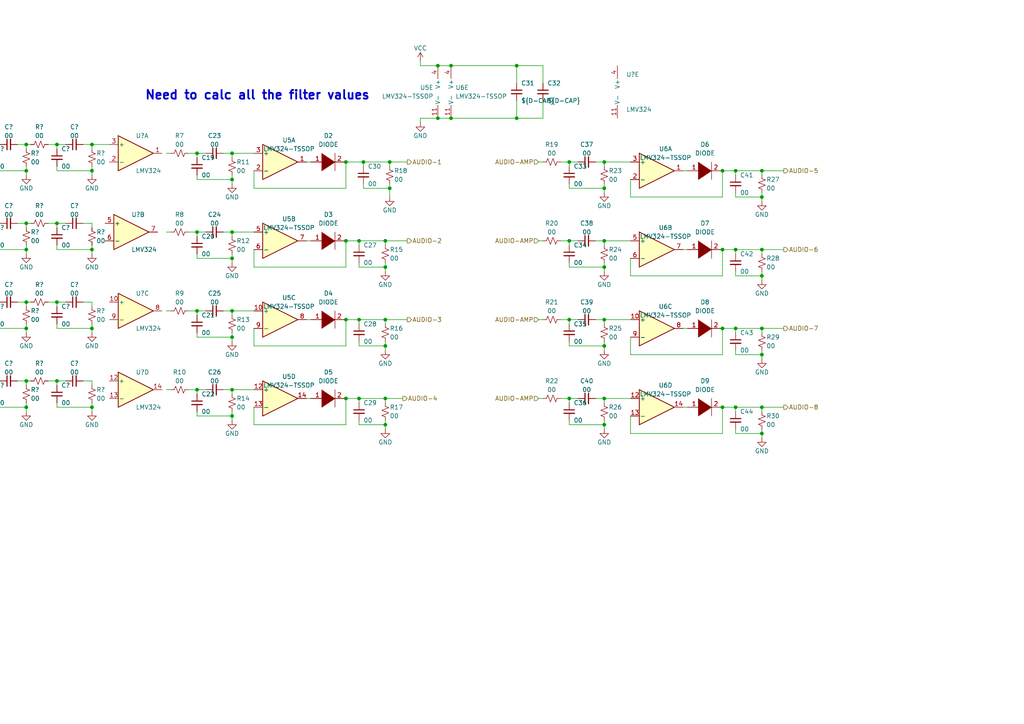
<source format=kicad_sch>
(kicad_sch (version 20211123) (generator eeschema)

  (uuid 2935ab44-355a-4f46-881f-b9a7c14da010)

  (paper "A4")

  (lib_symbols
    (symbol "Amplifier_Operational:LM324" (pin_names (offset 0.127)) (in_bom yes) (on_board yes)
      (property "Reference" "U" (id 0) (at 0 5.08 0)
        (effects (font (size 1.27 1.27)) (justify left))
      )
      (property "Value" "LM324" (id 1) (at 0 -5.08 0)
        (effects (font (size 1.27 1.27)) (justify left))
      )
      (property "Footprint" "" (id 2) (at -1.27 2.54 0)
        (effects (font (size 1.27 1.27)) hide)
      )
      (property "Datasheet" "http://www.ti.com/lit/ds/symlink/lm2902-n.pdf" (id 3) (at 1.27 5.08 0)
        (effects (font (size 1.27 1.27)) hide)
      )
      (property "ki_locked" "" (id 4) (at 0 0 0)
        (effects (font (size 1.27 1.27)))
      )
      (property "ki_keywords" "quad opamp" (id 5) (at 0 0 0)
        (effects (font (size 1.27 1.27)) hide)
      )
      (property "ki_description" "Low-Power, Quad-Operational Amplifiers, DIP-14/SOIC-14/SSOP-14" (id 6) (at 0 0 0)
        (effects (font (size 1.27 1.27)) hide)
      )
      (property "ki_fp_filters" "SOIC*3.9x8.7mm*P1.27mm* DIP*W7.62mm* TSSOP*4.4x5mm*P0.65mm* SSOP*5.3x6.2mm*P0.65mm* MSOP*3x3mm*P0.5mm*" (id 7) (at 0 0 0)
        (effects (font (size 1.27 1.27)) hide)
      )
      (symbol "LM324_1_1"
        (polyline
          (pts
            (xy -5.08 5.08)
            (xy 5.08 0)
            (xy -5.08 -5.08)
            (xy -5.08 5.08)
          )
          (stroke (width 0.254) (type default) (color 0 0 0 0))
          (fill (type background))
        )
        (pin output line (at 7.62 0 180) (length 2.54)
          (name "~" (effects (font (size 1.27 1.27))))
          (number "1" (effects (font (size 1.27 1.27))))
        )
        (pin input line (at -7.62 -2.54 0) (length 2.54)
          (name "-" (effects (font (size 1.27 1.27))))
          (number "2" (effects (font (size 1.27 1.27))))
        )
        (pin input line (at -7.62 2.54 0) (length 2.54)
          (name "+" (effects (font (size 1.27 1.27))))
          (number "3" (effects (font (size 1.27 1.27))))
        )
      )
      (symbol "LM324_2_1"
        (polyline
          (pts
            (xy -5.08 5.08)
            (xy 5.08 0)
            (xy -5.08 -5.08)
            (xy -5.08 5.08)
          )
          (stroke (width 0.254) (type default) (color 0 0 0 0))
          (fill (type background))
        )
        (pin input line (at -7.62 2.54 0) (length 2.54)
          (name "+" (effects (font (size 1.27 1.27))))
          (number "5" (effects (font (size 1.27 1.27))))
        )
        (pin input line (at -7.62 -2.54 0) (length 2.54)
          (name "-" (effects (font (size 1.27 1.27))))
          (number "6" (effects (font (size 1.27 1.27))))
        )
        (pin output line (at 7.62 0 180) (length 2.54)
          (name "~" (effects (font (size 1.27 1.27))))
          (number "7" (effects (font (size 1.27 1.27))))
        )
      )
      (symbol "LM324_3_1"
        (polyline
          (pts
            (xy -5.08 5.08)
            (xy 5.08 0)
            (xy -5.08 -5.08)
            (xy -5.08 5.08)
          )
          (stroke (width 0.254) (type default) (color 0 0 0 0))
          (fill (type background))
        )
        (pin input line (at -7.62 2.54 0) (length 2.54)
          (name "+" (effects (font (size 1.27 1.27))))
          (number "10" (effects (font (size 1.27 1.27))))
        )
        (pin output line (at 7.62 0 180) (length 2.54)
          (name "~" (effects (font (size 1.27 1.27))))
          (number "8" (effects (font (size 1.27 1.27))))
        )
        (pin input line (at -7.62 -2.54 0) (length 2.54)
          (name "-" (effects (font (size 1.27 1.27))))
          (number "9" (effects (font (size 1.27 1.27))))
        )
      )
      (symbol "LM324_4_1"
        (polyline
          (pts
            (xy -5.08 5.08)
            (xy 5.08 0)
            (xy -5.08 -5.08)
            (xy -5.08 5.08)
          )
          (stroke (width 0.254) (type default) (color 0 0 0 0))
          (fill (type background))
        )
        (pin input line (at -7.62 2.54 0) (length 2.54)
          (name "+" (effects (font (size 1.27 1.27))))
          (number "12" (effects (font (size 1.27 1.27))))
        )
        (pin input line (at -7.62 -2.54 0) (length 2.54)
          (name "-" (effects (font (size 1.27 1.27))))
          (number "13" (effects (font (size 1.27 1.27))))
        )
        (pin output line (at 7.62 0 180) (length 2.54)
          (name "~" (effects (font (size 1.27 1.27))))
          (number "14" (effects (font (size 1.27 1.27))))
        )
      )
      (symbol "LM324_5_1"
        (pin power_in line (at -2.54 -7.62 90) (length 3.81)
          (name "V-" (effects (font (size 1.27 1.27))))
          (number "11" (effects (font (size 1.27 1.27))))
        )
        (pin power_in line (at -2.54 7.62 270) (length 3.81)
          (name "V+" (effects (font (size 1.27 1.27))))
          (number "4" (effects (font (size 1.27 1.27))))
        )
      )
    )
    (symbol "Amplifier_Operational:LMV324" (pin_names (offset 0.127)) (in_bom yes) (on_board yes)
      (property "Reference" "U" (id 0) (at 0 5.08 0)
        (effects (font (size 1.27 1.27)) (justify left))
      )
      (property "Value" "LMV324" (id 1) (at 0 -5.08 0)
        (effects (font (size 1.27 1.27)) (justify left))
      )
      (property "Footprint" "" (id 2) (at -1.27 2.54 0)
        (effects (font (size 1.27 1.27)) hide)
      )
      (property "Datasheet" "http://www.ti.com/lit/ds/symlink/lmv324.pdf" (id 3) (at 1.27 5.08 0)
        (effects (font (size 1.27 1.27)) hide)
      )
      (property "ki_locked" "" (id 4) (at 0 0 0)
        (effects (font (size 1.27 1.27)))
      )
      (property "ki_keywords" "quad opamp" (id 5) (at 0 0 0)
        (effects (font (size 1.27 1.27)) hide)
      )
      (property "ki_description" "Quad Low-Voltage Rail-to-Rail Output Operational Amplifier, SOIC-14/SSOP-14" (id 6) (at 0 0 0)
        (effects (font (size 1.27 1.27)) hide)
      )
      (property "ki_fp_filters" "SOIC*3.9x8.7mm*P1.27mm* DIP*W7.62mm* TSSOP*4.4x5mm*P0.65mm* SSOP*5.3x6.2mm*P0.65mm* MSOP*3x3mm*P0.5mm*" (id 7) (at 0 0 0)
        (effects (font (size 1.27 1.27)) hide)
      )
      (symbol "LMV324_1_1"
        (polyline
          (pts
            (xy -5.08 5.08)
            (xy 5.08 0)
            (xy -5.08 -5.08)
            (xy -5.08 5.08)
          )
          (stroke (width 0.254) (type default) (color 0 0 0 0))
          (fill (type background))
        )
        (pin output line (at 7.62 0 180) (length 2.54)
          (name "~" (effects (font (size 1.27 1.27))))
          (number "1" (effects (font (size 1.27 1.27))))
        )
        (pin input line (at -7.62 -2.54 0) (length 2.54)
          (name "-" (effects (font (size 1.27 1.27))))
          (number "2" (effects (font (size 1.27 1.27))))
        )
        (pin input line (at -7.62 2.54 0) (length 2.54)
          (name "+" (effects (font (size 1.27 1.27))))
          (number "3" (effects (font (size 1.27 1.27))))
        )
      )
      (symbol "LMV324_2_1"
        (polyline
          (pts
            (xy -5.08 5.08)
            (xy 5.08 0)
            (xy -5.08 -5.08)
            (xy -5.08 5.08)
          )
          (stroke (width 0.254) (type default) (color 0 0 0 0))
          (fill (type background))
        )
        (pin input line (at -7.62 2.54 0) (length 2.54)
          (name "+" (effects (font (size 1.27 1.27))))
          (number "5" (effects (font (size 1.27 1.27))))
        )
        (pin input line (at -7.62 -2.54 0) (length 2.54)
          (name "-" (effects (font (size 1.27 1.27))))
          (number "6" (effects (font (size 1.27 1.27))))
        )
        (pin output line (at 7.62 0 180) (length 2.54)
          (name "~" (effects (font (size 1.27 1.27))))
          (number "7" (effects (font (size 1.27 1.27))))
        )
      )
      (symbol "LMV324_3_1"
        (polyline
          (pts
            (xy -5.08 5.08)
            (xy 5.08 0)
            (xy -5.08 -5.08)
            (xy -5.08 5.08)
          )
          (stroke (width 0.254) (type default) (color 0 0 0 0))
          (fill (type background))
        )
        (pin input line (at -7.62 2.54 0) (length 2.54)
          (name "+" (effects (font (size 1.27 1.27))))
          (number "10" (effects (font (size 1.27 1.27))))
        )
        (pin output line (at 7.62 0 180) (length 2.54)
          (name "~" (effects (font (size 1.27 1.27))))
          (number "8" (effects (font (size 1.27 1.27))))
        )
        (pin input line (at -7.62 -2.54 0) (length 2.54)
          (name "-" (effects (font (size 1.27 1.27))))
          (number "9" (effects (font (size 1.27 1.27))))
        )
      )
      (symbol "LMV324_4_1"
        (polyline
          (pts
            (xy -5.08 5.08)
            (xy 5.08 0)
            (xy -5.08 -5.08)
            (xy -5.08 5.08)
          )
          (stroke (width 0.254) (type default) (color 0 0 0 0))
          (fill (type background))
        )
        (pin input line (at -7.62 2.54 0) (length 2.54)
          (name "+" (effects (font (size 1.27 1.27))))
          (number "12" (effects (font (size 1.27 1.27))))
        )
        (pin input line (at -7.62 -2.54 0) (length 2.54)
          (name "-" (effects (font (size 1.27 1.27))))
          (number "13" (effects (font (size 1.27 1.27))))
        )
        (pin output line (at 7.62 0 180) (length 2.54)
          (name "~" (effects (font (size 1.27 1.27))))
          (number "14" (effects (font (size 1.27 1.27))))
        )
      )
      (symbol "LMV324_5_1"
        (pin power_in line (at -2.54 -7.62 90) (length 3.81)
          (name "V-" (effects (font (size 1.27 1.27))))
          (number "11" (effects (font (size 1.27 1.27))))
        )
        (pin power_in line (at -2.54 7.62 270) (length 3.81)
          (name "V+" (effects (font (size 1.27 1.27))))
          (number "4" (effects (font (size 1.27 1.27))))
        )
      )
    )
    (symbol "Device:C_Small" (pin_numbers hide) (pin_names (offset 0.254) hide) (in_bom yes) (on_board yes)
      (property "Reference" "C" (id 0) (at 0.254 1.778 0)
        (effects (font (size 1.27 1.27)) (justify left))
      )
      (property "Value" "C_Small" (id 1) (at 0.254 -2.032 0)
        (effects (font (size 1.27 1.27)) (justify left))
      )
      (property "Footprint" "" (id 2) (at 0 0 0)
        (effects (font (size 1.27 1.27)) hide)
      )
      (property "Datasheet" "~" (id 3) (at 0 0 0)
        (effects (font (size 1.27 1.27)) hide)
      )
      (property "ki_keywords" "capacitor cap" (id 4) (at 0 0 0)
        (effects (font (size 1.27 1.27)) hide)
      )
      (property "ki_description" "Unpolarized capacitor, small symbol" (id 5) (at 0 0 0)
        (effects (font (size 1.27 1.27)) hide)
      )
      (property "ki_fp_filters" "C_*" (id 6) (at 0 0 0)
        (effects (font (size 1.27 1.27)) hide)
      )
      (symbol "C_Small_0_1"
        (polyline
          (pts
            (xy -1.524 -0.508)
            (xy 1.524 -0.508)
          )
          (stroke (width 0.3302) (type default) (color 0 0 0 0))
          (fill (type none))
        )
        (polyline
          (pts
            (xy -1.524 0.508)
            (xy 1.524 0.508)
          )
          (stroke (width 0.3048) (type default) (color 0 0 0 0))
          (fill (type none))
        )
      )
      (symbol "C_Small_1_1"
        (pin passive line (at 0 2.54 270) (length 2.032)
          (name "~" (effects (font (size 1.27 1.27))))
          (number "1" (effects (font (size 1.27 1.27))))
        )
        (pin passive line (at 0 -2.54 90) (length 2.032)
          (name "~" (effects (font (size 1.27 1.27))))
          (number "2" (effects (font (size 1.27 1.27))))
        )
      )
    )
    (symbol "Device:R_Small_US" (pin_numbers hide) (pin_names (offset 0.254) hide) (in_bom yes) (on_board yes)
      (property "Reference" "R" (id 0) (at 0.762 0.508 0)
        (effects (font (size 1.27 1.27)) (justify left))
      )
      (property "Value" "R_Small_US" (id 1) (at 0.762 -1.016 0)
        (effects (font (size 1.27 1.27)) (justify left))
      )
      (property "Footprint" "" (id 2) (at 0 0 0)
        (effects (font (size 1.27 1.27)) hide)
      )
      (property "Datasheet" "~" (id 3) (at 0 0 0)
        (effects (font (size 1.27 1.27)) hide)
      )
      (property "ki_keywords" "r resistor" (id 4) (at 0 0 0)
        (effects (font (size 1.27 1.27)) hide)
      )
      (property "ki_description" "Resistor, small US symbol" (id 5) (at 0 0 0)
        (effects (font (size 1.27 1.27)) hide)
      )
      (property "ki_fp_filters" "R_*" (id 6) (at 0 0 0)
        (effects (font (size 1.27 1.27)) hide)
      )
      (symbol "R_Small_US_1_1"
        (polyline
          (pts
            (xy 0 0)
            (xy 1.016 -0.381)
            (xy 0 -0.762)
            (xy -1.016 -1.143)
            (xy 0 -1.524)
          )
          (stroke (width 0) (type default) (color 0 0 0 0))
          (fill (type none))
        )
        (polyline
          (pts
            (xy 0 1.524)
            (xy 1.016 1.143)
            (xy 0 0.762)
            (xy -1.016 0.381)
            (xy 0 0)
          )
          (stroke (width 0) (type default) (color 0 0 0 0))
          (fill (type none))
        )
        (pin passive line (at 0 2.54 270) (length 1.016)
          (name "~" (effects (font (size 1.27 1.27))))
          (number "1" (effects (font (size 1.27 1.27))))
        )
        (pin passive line (at 0 -2.54 90) (length 1.016)
          (name "~" (effects (font (size 1.27 1.27))))
          (number "2" (effects (font (size 1.27 1.27))))
        )
      )
    )
    (symbol "power:GND" (power) (pin_names (offset 0)) (in_bom yes) (on_board yes)
      (property "Reference" "#PWR" (id 0) (at 0 -6.35 0)
        (effects (font (size 1.27 1.27)) hide)
      )
      (property "Value" "GND" (id 1) (at 0 -3.81 0)
        (effects (font (size 1.27 1.27)))
      )
      (property "Footprint" "" (id 2) (at 0 0 0)
        (effects (font (size 1.27 1.27)) hide)
      )
      (property "Datasheet" "" (id 3) (at 0 0 0)
        (effects (font (size 1.27 1.27)) hide)
      )
      (property "ki_keywords" "power-flag" (id 4) (at 0 0 0)
        (effects (font (size 1.27 1.27)) hide)
      )
      (property "ki_description" "Power symbol creates a global label with name \"GND\" , ground" (id 5) (at 0 0 0)
        (effects (font (size 1.27 1.27)) hide)
      )
      (symbol "GND_0_1"
        (polyline
          (pts
            (xy 0 0)
            (xy 0 -1.27)
            (xy 1.27 -1.27)
            (xy 0 -2.54)
            (xy -1.27 -1.27)
            (xy 0 -1.27)
          )
          (stroke (width 0) (type default) (color 0 0 0 0))
          (fill (type none))
        )
      )
      (symbol "GND_1_1"
        (pin power_in line (at 0 0 270) (length 0) hide
          (name "GND" (effects (font (size 1.27 1.27))))
          (number "1" (effects (font (size 1.27 1.27))))
        )
      )
    )
    (symbol "power:VCC" (power) (pin_names (offset 0)) (in_bom yes) (on_board yes)
      (property "Reference" "#PWR" (id 0) (at 0 -3.81 0)
        (effects (font (size 1.27 1.27)) hide)
      )
      (property "Value" "VCC" (id 1) (at 0 3.81 0)
        (effects (font (size 1.27 1.27)))
      )
      (property "Footprint" "" (id 2) (at 0 0 0)
        (effects (font (size 1.27 1.27)) hide)
      )
      (property "Datasheet" "" (id 3) (at 0 0 0)
        (effects (font (size 1.27 1.27)) hide)
      )
      (property "ki_keywords" "power-flag" (id 4) (at 0 0 0)
        (effects (font (size 1.27 1.27)) hide)
      )
      (property "ki_description" "Power symbol creates a global label with name \"VCC\"" (id 5) (at 0 0 0)
        (effects (font (size 1.27 1.27)) hide)
      )
      (symbol "VCC_0_1"
        (polyline
          (pts
            (xy -0.762 1.27)
            (xy 0 2.54)
          )
          (stroke (width 0) (type default) (color 0 0 0 0))
          (fill (type none))
        )
        (polyline
          (pts
            (xy 0 0)
            (xy 0 2.54)
          )
          (stroke (width 0) (type default) (color 0 0 0 0))
          (fill (type none))
        )
        (polyline
          (pts
            (xy 0 2.54)
            (xy 0.762 1.27)
          )
          (stroke (width 0) (type default) (color 0 0 0 0))
          (fill (type none))
        )
      )
      (symbol "VCC_1_1"
        (pin power_in line (at 0 0 90) (length 0) hide
          (name "VCC" (effects (font (size 1.27 1.27))))
          (number "1" (effects (font (size 1.27 1.27))))
        )
      )
    )
    (symbol "pspice:DIODE" (pin_names (offset 1.016) hide) (in_bom yes) (on_board yes)
      (property "Reference" "D" (id 0) (at 0 3.81 0)
        (effects (font (size 1.27 1.27)))
      )
      (property "Value" "DIODE" (id 1) (at 0 -4.445 0)
        (effects (font (size 1.27 1.27)))
      )
      (property "Footprint" "" (id 2) (at 0 0 0)
        (effects (font (size 1.27 1.27)) hide)
      )
      (property "Datasheet" "~" (id 3) (at 0 0 0)
        (effects (font (size 1.27 1.27)) hide)
      )
      (property "ki_keywords" "simulation" (id 4) (at 0 0 0)
        (effects (font (size 1.27 1.27)) hide)
      )
      (property "ki_description" "Diode symbol for simulation only. Pin order incompatible with official kicad footprints" (id 5) (at 0 0 0)
        (effects (font (size 1.27 1.27)) hide)
      )
      (symbol "DIODE_0_1"
        (polyline
          (pts
            (xy 1.905 2.54)
            (xy 1.905 -2.54)
          )
          (stroke (width 0) (type default) (color 0 0 0 0))
          (fill (type none))
        )
        (polyline
          (pts
            (xy -1.905 2.54)
            (xy -1.905 -2.54)
            (xy 1.905 0)
          )
          (stroke (width 0) (type default) (color 0 0 0 0))
          (fill (type outline))
        )
      )
      (symbol "DIODE_1_1"
        (pin input line (at -5.08 0 0) (length 3.81)
          (name "K" (effects (font (size 1.27 1.27))))
          (number "1" (effects (font (size 1.27 1.27))))
        )
        (pin input line (at 5.08 0 180) (length 3.81)
          (name "A" (effects (font (size 1.27 1.27))))
          (number "2" (effects (font (size 1.27 1.27))))
        )
      )
    )
  )

  (junction (at 209.55 72.39) (diameter 0) (color 0 0 0 0)
    (uuid 02ef3e99-f065-4476-9c62-bad2b51cb312)
  )
  (junction (at 130.81 34.29) (diameter 0) (color 0 0 0 0)
    (uuid 0660aae8-a0d7-415f-9224-4129b6e8d104)
  )
  (junction (at 175.26 115.57) (diameter 0) (color 0 0 0 0)
    (uuid 070db932-6540-4462-b619-920823817a1a)
  )
  (junction (at 100.33 115.57) (diameter 0) (color 0 0 0 0)
    (uuid 07495349-05b7-40de-bd7a-e7e02222fbbe)
  )
  (junction (at 175.26 77.47) (diameter 0) (color 0 0 0 0)
    (uuid 0830ffd1-15e8-483d-aa7d-616dc2833c53)
  )
  (junction (at 175.26 69.85) (diameter 0) (color 0 0 0 0)
    (uuid 093abab5-0dfa-4166-9383-8968b4bac309)
  )
  (junction (at 67.31 44.45) (diameter 0) (color 0 0 0 0)
    (uuid 1359bf0d-4b46-4334-8287-0288931c2609)
  )
  (junction (at 67.31 74.93) (diameter 0) (color 0 0 0 0)
    (uuid 1500a4bc-c7d9-415e-947c-e6aac902058d)
  )
  (junction (at 26.67 72.39) (diameter 0) (color 0 0 0 0)
    (uuid 1700fe64-2673-4c74-9930-866c2c02b02d)
  )
  (junction (at 209.55 118.11) (diameter 0) (color 0 0 0 0)
    (uuid 1736cf64-8cfc-4b05-80e2-5bc8d2a50ca0)
  )
  (junction (at 165.1 115.57) (diameter 0) (color 0 0 0 0)
    (uuid 186ae515-8c7d-41ea-a356-9e71edb8f4b6)
  )
  (junction (at 7.62 49.53) (diameter 0) (color 0 0 0 0)
    (uuid 19e2ef88-2d1f-430e-9867-045810ab7b73)
  )
  (junction (at -2.54 41.91) (diameter 0) (color 0 0 0 0)
    (uuid 1b834b30-ca95-40f0-85f5-24f0d368575c)
  )
  (junction (at 100.33 46.99) (diameter 0) (color 0 0 0 0)
    (uuid 1cc93523-0e6c-4440-896c-2806cfa8c022)
  )
  (junction (at 127 19.05) (diameter 0) (color 0 0 0 0)
    (uuid 1f9699ee-f96d-4319-bb0a-7747438eae51)
  )
  (junction (at -2.54 87.63) (diameter 0) (color 0 0 0 0)
    (uuid 2251fa95-1fff-416d-8111-342f26eccd3a)
  )
  (junction (at 26.67 95.25) (diameter 0) (color 0 0 0 0)
    (uuid 246ef022-d838-4dbe-acbf-3bc9030bfedb)
  )
  (junction (at 220.98 49.53) (diameter 0) (color 0 0 0 0)
    (uuid 29edff26-a445-490f-867f-52975dcf8586)
  )
  (junction (at 220.98 80.01) (diameter 0) (color 0 0 0 0)
    (uuid 2b4a2852-fc71-4a39-9bed-3ffa5be6c961)
  )
  (junction (at 26.67 118.11) (diameter 0) (color 0 0 0 0)
    (uuid 2b667777-39ad-4838-9db6-7c51e4b72553)
  )
  (junction (at 213.36 95.25) (diameter 0) (color 0 0 0 0)
    (uuid 2e8fdfd1-84b2-4906-a1f1-beaca983be75)
  )
  (junction (at 7.62 41.91) (diameter 0) (color 0 0 0 0)
    (uuid 2ed9dc34-0a04-4b60-9438-87c5c08d83c7)
  )
  (junction (at 16.51 87.63) (diameter 0) (color 0 0 0 0)
    (uuid 30a18095-f101-486c-b36c-104aa27bb88e)
  )
  (junction (at -2.54 64.77) (diameter 0) (color 0 0 0 0)
    (uuid 32846fed-4a28-4c8a-85cf-3ca895438f49)
  )
  (junction (at 175.26 123.19) (diameter 0) (color 0 0 0 0)
    (uuid 33149552-deff-4e94-b676-771280ab4f11)
  )
  (junction (at 127 34.29) (diameter 0) (color 0 0 0 0)
    (uuid 348e1731-03d6-4bb0-ac7e-265d2e1ac7f7)
  )
  (junction (at 104.14 92.71) (diameter 0) (color 0 0 0 0)
    (uuid 37d47608-3810-45f7-b9c8-d09acbdd3c1f)
  )
  (junction (at 7.62 110.49) (diameter 0) (color 0 0 0 0)
    (uuid 3df39108-f53b-4761-9b8e-e0529cdb1401)
  )
  (junction (at 209.55 95.25) (diameter 0) (color 0 0 0 0)
    (uuid 43052583-ea4e-42a2-afb3-818f01811140)
  )
  (junction (at 57.15 113.03) (diameter 0) (color 0 0 0 0)
    (uuid 4332c8b5-9323-4ec9-a976-e9eb828ca65e)
  )
  (junction (at 7.62 64.77) (diameter 0) (color 0 0 0 0)
    (uuid 43963c63-b42f-4b49-93eb-35b0d4372d88)
  )
  (junction (at 67.31 120.65) (diameter 0) (color 0 0 0 0)
    (uuid 46bf2d61-3151-4b06-bb02-5863e30c09b8)
  )
  (junction (at 220.98 57.15) (diameter 0) (color 0 0 0 0)
    (uuid 4a7c8f5b-2f11-43e8-9915-915aa553134a)
  )
  (junction (at 67.31 90.17) (diameter 0) (color 0 0 0 0)
    (uuid 4ced9bd5-4356-408e-908f-8ff3e7177e7a)
  )
  (junction (at 7.62 118.11) (diameter 0) (color 0 0 0 0)
    (uuid 5b6f4a8f-4c94-4af2-b102-3bf121653938)
  )
  (junction (at 213.36 72.39) (diameter 0) (color 0 0 0 0)
    (uuid 61d585c6-21c4-46d3-86ba-1e5a2fc4b147)
  )
  (junction (at 104.14 115.57) (diameter 0) (color 0 0 0 0)
    (uuid 61d995dd-6d49-44d7-ac22-cb111739c5d7)
  )
  (junction (at 165.1 92.71) (diameter 0) (color 0 0 0 0)
    (uuid 6325452c-de11-4054-9c51-3b7315a22d98)
  )
  (junction (at 220.98 72.39) (diameter 0) (color 0 0 0 0)
    (uuid 65fd4b4a-eadf-40ba-9cda-717ebc609cda)
  )
  (junction (at 111.76 115.57) (diameter 0) (color 0 0 0 0)
    (uuid 6a0ee6d8-f794-44cb-a7b5-918b891aba06)
  )
  (junction (at -2.54 110.49) (diameter 0) (color 0 0 0 0)
    (uuid 7009deeb-7e5e-4148-ba4a-00e8c7a2d701)
  )
  (junction (at 175.26 54.61) (diameter 0) (color 0 0 0 0)
    (uuid 71a5d1d9-2f2f-47ad-b84e-1a79e63a6713)
  )
  (junction (at 111.76 69.85) (diameter 0) (color 0 0 0 0)
    (uuid 720fec08-d319-4fb9-ba21-b6cda1166cb5)
  )
  (junction (at 67.31 52.07) (diameter 0) (color 0 0 0 0)
    (uuid 7d5f9572-492a-47f2-8dd0-11946bfd8543)
  )
  (junction (at 130.81 19.05) (diameter 0) (color 0 0 0 0)
    (uuid 7f272848-18d9-4824-a47c-9e5cc901d38d)
  )
  (junction (at 16.51 41.91) (diameter 0) (color 0 0 0 0)
    (uuid 8054bb42-5226-4c47-a222-3fdbee21c117)
  )
  (junction (at 149.86 19.05) (diameter 0) (color 0 0 0 0)
    (uuid 861dafdd-5d13-4435-8f40-9541a610b67a)
  )
  (junction (at 220.98 95.25) (diameter 0) (color 0 0 0 0)
    (uuid 8760c88b-941c-4cdf-8020-6fab0c52adc7)
  )
  (junction (at 26.67 49.53) (diameter 0) (color 0 0 0 0)
    (uuid 8adb795b-b8f7-42b6-9a46-fdf40ab78c4f)
  )
  (junction (at 175.26 100.33) (diameter 0) (color 0 0 0 0)
    (uuid 91096010-3629-4764-a320-b5673806c84e)
  )
  (junction (at 209.55 49.53) (diameter 0) (color 0 0 0 0)
    (uuid 918c3807-bb64-4800-b1d6-504bd5c44ed9)
  )
  (junction (at 113.03 46.99) (diameter 0) (color 0 0 0 0)
    (uuid 9653549c-fd00-43f6-8864-d391acd5a15e)
  )
  (junction (at 175.26 46.99) (diameter 0) (color 0 0 0 0)
    (uuid 97458cf2-1db9-4dd2-82ad-a3ef0cd8e05a)
  )
  (junction (at 165.1 69.85) (diameter 0) (color 0 0 0 0)
    (uuid 9b65bf56-841b-406c-adfb-26a7be8f4cb9)
  )
  (junction (at 67.31 67.31) (diameter 0) (color 0 0 0 0)
    (uuid 9c1e3077-fe64-4a5e-a40c-df62b21bc4a9)
  )
  (junction (at 111.76 92.71) (diameter 0) (color 0 0 0 0)
    (uuid 9f3cf6f1-a70f-475b-9a0c-13b85a831e9a)
  )
  (junction (at 105.41 46.99) (diameter 0) (color 0 0 0 0)
    (uuid a5195e2d-4b84-4dab-b0b9-bf2d40d60823)
  )
  (junction (at 220.98 118.11) (diameter 0) (color 0 0 0 0)
    (uuid ac2079cc-510f-45bf-84e9-d5a088e01d06)
  )
  (junction (at 104.14 69.85) (diameter 0) (color 0 0 0 0)
    (uuid adb2d465-71da-4874-8f06-9bc12d07918a)
  )
  (junction (at 165.1 46.99) (diameter 0) (color 0 0 0 0)
    (uuid adef7895-69f2-4e56-b23f-805524860628)
  )
  (junction (at 113.03 54.61) (diameter 0) (color 0 0 0 0)
    (uuid b0830b90-b23d-4e2a-815e-67782d8bc992)
  )
  (junction (at 111.76 77.47) (diameter 0) (color 0 0 0 0)
    (uuid b86e270a-ad9f-4fc3-acdb-4a05dbf2ccbb)
  )
  (junction (at 111.76 100.33) (diameter 0) (color 0 0 0 0)
    (uuid ba600ea9-ab8a-47a4-9783-6797929e2c65)
  )
  (junction (at 111.76 123.19) (diameter 0) (color 0 0 0 0)
    (uuid bfdc4df5-c8df-46cf-a210-64f6bbad32da)
  )
  (junction (at 7.62 87.63) (diameter 0) (color 0 0 0 0)
    (uuid c25bd8de-ce7d-4952-bd3b-5241ff48931e)
  )
  (junction (at 16.51 64.77) (diameter 0) (color 0 0 0 0)
    (uuid c385faae-ff77-4f1e-9ac9-c80189650646)
  )
  (junction (at 175.26 92.71) (diameter 0) (color 0 0 0 0)
    (uuid c4fff313-7667-4173-b183-9ca5db3c999f)
  )
  (junction (at 26.67 41.91) (diameter 0) (color 0 0 0 0)
    (uuid c87b20f8-0df8-4760-8e5f-30e842e3f723)
  )
  (junction (at 7.62 95.25) (diameter 0) (color 0 0 0 0)
    (uuid cca25f5d-6f24-438e-9ace-034f45a07c9f)
  )
  (junction (at 213.36 49.53) (diameter 0) (color 0 0 0 0)
    (uuid cf2d603b-f12e-44d9-b61c-c0c25d53bfe0)
  )
  (junction (at 220.98 102.87) (diameter 0) (color 0 0 0 0)
    (uuid d61eada3-4023-43cb-bfe5-083c4b828187)
  )
  (junction (at 220.98 125.73) (diameter 0) (color 0 0 0 0)
    (uuid d6821799-9683-49e0-acb9-18befe350440)
  )
  (junction (at 100.33 92.71) (diameter 0) (color 0 0 0 0)
    (uuid dbbe0a73-ce48-47b9-a33e-739884bdf5bd)
  )
  (junction (at 57.15 90.17) (diameter 0) (color 0 0 0 0)
    (uuid ddfe5d54-de3a-46e4-b0b1-3963ce8d2103)
  )
  (junction (at 7.62 72.39) (diameter 0) (color 0 0 0 0)
    (uuid de44e753-f007-45de-aec8-b7cf899040ca)
  )
  (junction (at 67.31 97.79) (diameter 0) (color 0 0 0 0)
    (uuid e431e865-52f3-483c-871c-2419c3a7ddb4)
  )
  (junction (at 100.33 69.85) (diameter 0) (color 0 0 0 0)
    (uuid e46781be-2c3c-4122-be20-51aa50c9bb02)
  )
  (junction (at 149.86 34.29) (diameter 0) (color 0 0 0 0)
    (uuid e8ef6b5c-f4a6-46a8-8288-ddc40793b07d)
  )
  (junction (at 67.31 113.03) (diameter 0) (color 0 0 0 0)
    (uuid ef1c4a6b-00c6-4309-9ead-59c7bf54f38c)
  )
  (junction (at 16.51 110.49) (diameter 0) (color 0 0 0 0)
    (uuid ef6410d4-dcd8-4d56-b458-1b102373f6e0)
  )
  (junction (at 57.15 44.45) (diameter 0) (color 0 0 0 0)
    (uuid f2b382ae-148c-4c79-ba71-4019c3af7bdc)
  )
  (junction (at 57.15 67.31) (diameter 0) (color 0 0 0 0)
    (uuid f43f0367-8469-4c81-bb68-d4558e623667)
  )
  (junction (at 213.36 118.11) (diameter 0) (color 0 0 0 0)
    (uuid f54b0bfa-89ff-4ba4-9970-1ab2252b8037)
  )

  (wire (pts (xy 100.33 100.33) (xy 73.66 100.33))
    (stroke (width 0) (type default) (color 0 0 0 0))
    (uuid 003bf52f-8f9e-4349-9988-54b5ac14ebaa)
  )
  (wire (pts (xy 88.9 92.71) (xy 90.17 92.71))
    (stroke (width 0) (type default) (color 0 0 0 0))
    (uuid 00a31d38-ac37-47ba-bd96-a7370b5adea3)
  )
  (wire (pts (xy 175.26 53.34) (xy 175.26 54.61))
    (stroke (width 0) (type default) (color 0 0 0 0))
    (uuid 00bab5c6-9559-4dcb-9cf2-ee285d170256)
  )
  (wire (pts (xy 100.33 54.61) (xy 73.66 54.61))
    (stroke (width 0) (type default) (color 0 0 0 0))
    (uuid 014987c7-0aed-4633-970a-167dda694a9b)
  )
  (wire (pts (xy 175.26 123.19) (xy 175.26 124.46))
    (stroke (width 0) (type default) (color 0 0 0 0))
    (uuid 01d5604c-ed3d-4215-903a-6eb7233578bc)
  )
  (wire (pts (xy 111.76 99.06) (xy 111.76 100.33))
    (stroke (width 0) (type default) (color 0 0 0 0))
    (uuid 01f268be-9998-4aad-987a-8c7aef813f9b)
  )
  (wire (pts (xy 111.76 92.71) (xy 104.14 92.71))
    (stroke (width 0) (type default) (color 0 0 0 0))
    (uuid 020562ad-a90f-42e8-b385-16ed50461128)
  )
  (wire (pts (xy 198.12 95.25) (xy 199.39 95.25))
    (stroke (width 0) (type default) (color 0 0 0 0))
    (uuid 02275f55-7012-4d33-9e0f-7494c91fd43f)
  )
  (wire (pts (xy 198.12 72.39) (xy 199.39 72.39))
    (stroke (width 0) (type default) (color 0 0 0 0))
    (uuid 023980da-ed7a-4c2d-b970-64cfe7c41573)
  )
  (wire (pts (xy 16.51 95.25) (xy 16.51 93.98))
    (stroke (width 0) (type default) (color 0 0 0 0))
    (uuid 028059b0-7467-443f-90be-87e5c411359f)
  )
  (wire (pts (xy 175.26 115.57) (xy 182.88 115.57))
    (stroke (width 0) (type default) (color 0 0 0 0))
    (uuid 03b2a696-cde5-4e65-8da0-2350cba19c68)
  )
  (wire (pts (xy 67.31 119.38) (xy 67.31 120.65))
    (stroke (width 0) (type default) (color 0 0 0 0))
    (uuid 03cdf557-4226-4b6d-a6f2-255f980fb80c)
  )
  (wire (pts (xy 7.62 118.11) (xy -2.54 118.11))
    (stroke (width 0) (type default) (color 0 0 0 0))
    (uuid 040dbf95-1abf-47e4-8290-e931d267b70c)
  )
  (wire (pts (xy 73.66 72.39) (xy 73.66 77.47))
    (stroke (width 0) (type default) (color 0 0 0 0))
    (uuid 045ca922-845d-4d37-96c7-6b8e19d68037)
  )
  (wire (pts (xy -2.54 72.39) (xy -2.54 71.12))
    (stroke (width 0) (type default) (color 0 0 0 0))
    (uuid 04f1e306-a621-4608-b33a-81bb0148a617)
  )
  (wire (pts (xy 198.12 118.11) (xy 199.39 118.11))
    (stroke (width 0) (type default) (color 0 0 0 0))
    (uuid 05734d47-f6b5-4505-99b1-13b541cdba74)
  )
  (wire (pts (xy 111.76 77.47) (xy 111.76 78.74))
    (stroke (width 0) (type default) (color 0 0 0 0))
    (uuid 06600abe-0d63-4691-a775-59e9a9c2ab26)
  )
  (wire (pts (xy 7.62 116.84) (xy 7.62 118.11))
    (stroke (width 0) (type default) (color 0 0 0 0))
    (uuid 07ec3b55-b820-465b-9ca2-dc685bc9df32)
  )
  (wire (pts (xy -5.08 41.91) (xy -2.54 41.91))
    (stroke (width 0) (type default) (color 0 0 0 0))
    (uuid 0843a726-b334-41ef-abc5-e9b60ae06b3e)
  )
  (wire (pts (xy 67.31 67.31) (xy 67.31 68.58))
    (stroke (width 0) (type default) (color 0 0 0 0))
    (uuid 09521370-4b23-456d-9122-d2239a71b295)
  )
  (wire (pts (xy 26.67 64.77) (xy 26.67 66.04))
    (stroke (width 0) (type default) (color 0 0 0 0))
    (uuid 0a1dddd4-cede-4fcd-a4e2-496e774de48d)
  )
  (wire (pts (xy 105.41 53.34) (xy 105.41 54.61))
    (stroke (width 0) (type default) (color 0 0 0 0))
    (uuid 0a22e5b7-c329-4587-963f-60adbbbe64c9)
  )
  (wire (pts (xy 121.92 19.05) (xy 127 19.05))
    (stroke (width 0) (type default) (color 0 0 0 0))
    (uuid 0a38a596-bbc0-4e46-9861-6308dc22dc0e)
  )
  (wire (pts (xy 104.14 92.71) (xy 100.33 92.71))
    (stroke (width 0) (type default) (color 0 0 0 0))
    (uuid 0af22a38-b180-470d-bd2f-b036ca369f6d)
  )
  (wire (pts (xy 64.77 113.03) (xy 67.31 113.03))
    (stroke (width 0) (type default) (color 0 0 0 0))
    (uuid 0b3ad39c-ede5-4b81-80c4-8d60ca94a3f1)
  )
  (wire (pts (xy 175.26 69.85) (xy 182.88 69.85))
    (stroke (width 0) (type default) (color 0 0 0 0))
    (uuid 0c9b8b6b-2a5a-4dec-afdd-ccb4775aa86f)
  )
  (wire (pts (xy 182.88 125.73) (xy 209.55 125.73))
    (stroke (width 0) (type default) (color 0 0 0 0))
    (uuid 11666080-83d2-4b7b-8520-5db74f70a3d1)
  )
  (wire (pts (xy 182.88 57.15) (xy 182.88 52.07))
    (stroke (width 0) (type default) (color 0 0 0 0))
    (uuid 128b6454-20b2-47e9-944d-1bf7657e4be7)
  )
  (wire (pts (xy 213.36 101.6) (xy 213.36 102.87))
    (stroke (width 0) (type default) (color 0 0 0 0))
    (uuid 129dbdb0-6008-49d6-ae1e-76fd87367d29)
  )
  (wire (pts (xy 149.86 19.05) (xy 157.48 19.05))
    (stroke (width 0) (type default) (color 0 0 0 0))
    (uuid 133214d9-e67a-4c28-8e61-32a91b4c0bf3)
  )
  (wire (pts (xy 175.26 54.61) (xy 175.26 55.88))
    (stroke (width 0) (type default) (color 0 0 0 0))
    (uuid 135cb02a-6c36-486e-b84e-0870d2ba6f1c)
  )
  (wire (pts (xy -2.54 49.53) (xy -2.54 48.26))
    (stroke (width 0) (type default) (color 0 0 0 0))
    (uuid 14249d3e-4b89-49bd-ab11-74a97f1db067)
  )
  (wire (pts (xy 26.67 118.11) (xy 26.67 119.38))
    (stroke (width 0) (type default) (color 0 0 0 0))
    (uuid 147694d4-4fe5-46d3-bf7a-e9d483d40f48)
  )
  (wire (pts (xy 54.61 90.17) (xy 57.15 90.17))
    (stroke (width 0) (type default) (color 0 0 0 0))
    (uuid 14b21347-d435-4e72-9628-95ae89465d7d)
  )
  (wire (pts (xy 213.36 124.46) (xy 213.36 125.73))
    (stroke (width 0) (type default) (color 0 0 0 0))
    (uuid 154cfd0f-0e1d-4e36-af0f-43d317566726)
  )
  (wire (pts (xy 165.1 115.57) (xy 165.1 116.84))
    (stroke (width 0) (type default) (color 0 0 0 0))
    (uuid 165cde6e-7732-4914-8b32-2df9e7fee970)
  )
  (wire (pts (xy 104.14 100.33) (xy 111.76 100.33))
    (stroke (width 0) (type default) (color 0 0 0 0))
    (uuid 168cc9df-fd7a-4d9b-898a-47ed6e6fd51d)
  )
  (wire (pts (xy 73.66 118.11) (xy 73.66 123.19))
    (stroke (width 0) (type default) (color 0 0 0 0))
    (uuid 16f53454-2fd2-418f-a45c-c3c5647b2a54)
  )
  (wire (pts (xy 16.51 87.63) (xy 19.05 87.63))
    (stroke (width 0) (type default) (color 0 0 0 0))
    (uuid 171048d9-8d1c-4cdf-8054-1b8281143d1f)
  )
  (wire (pts (xy -11.43 41.91) (xy -10.16 41.91))
    (stroke (width 0) (type default) (color 0 0 0 0))
    (uuid 19057aa4-aff6-4741-994d-82019192ef43)
  )
  (wire (pts (xy 121.92 17.78) (xy 121.92 19.05))
    (stroke (width 0) (type default) (color 0 0 0 0))
    (uuid 19e33730-8795-46c4-a6c7-e6c550e08ade)
  )
  (wire (pts (xy 175.26 123.19) (xy 165.1 123.19))
    (stroke (width 0) (type default) (color 0 0 0 0))
    (uuid 1a153fa1-4ecf-4c00-99f5-b62787232ac8)
  )
  (wire (pts (xy 220.98 102.87) (xy 220.98 101.6))
    (stroke (width 0) (type default) (color 0 0 0 0))
    (uuid 1a75a847-8ee2-42e6-93bc-f74d8b489e7d)
  )
  (wire (pts (xy -11.43 87.63) (xy -10.16 87.63))
    (stroke (width 0) (type default) (color 0 0 0 0))
    (uuid 1ab82608-b35a-4b17-9751-66093e4606e0)
  )
  (wire (pts (xy 100.33 123.19) (xy 100.33 115.57))
    (stroke (width 0) (type default) (color 0 0 0 0))
    (uuid 1b78928e-92dd-4780-bc40-82692d24aac7)
  )
  (wire (pts (xy 104.14 121.92) (xy 104.14 123.19))
    (stroke (width 0) (type default) (color 0 0 0 0))
    (uuid 1bead504-0404-4182-b2cd-ff1353d92988)
  )
  (wire (pts (xy 48.26 67.31) (xy 49.53 67.31))
    (stroke (width 0) (type default) (color 0 0 0 0))
    (uuid 1c6de6ad-f334-492e-88d6-fd126d172257)
  )
  (wire (pts (xy 7.62 41.91) (xy 7.62 43.18))
    (stroke (width 0) (type default) (color 0 0 0 0))
    (uuid 1cedbba4-4894-4166-801e-a9da5ee447e8)
  )
  (wire (pts (xy 57.15 67.31) (xy 57.15 68.58))
    (stroke (width 0) (type default) (color 0 0 0 0))
    (uuid 1d5dfd57-1a30-468a-9a4b-009bd9e485d3)
  )
  (wire (pts (xy 24.13 87.63) (xy 26.67 87.63))
    (stroke (width 0) (type default) (color 0 0 0 0))
    (uuid 1e65e44b-b9ff-404a-8e46-5fefc56d6c49)
  )
  (wire (pts (xy 7.62 72.39) (xy -2.54 72.39))
    (stroke (width 0) (type default) (color 0 0 0 0))
    (uuid 1eb2a6dc-64d9-4be3-971f-84d61c1d7acf)
  )
  (wire (pts (xy 26.67 118.11) (xy 16.51 118.11))
    (stroke (width 0) (type default) (color 0 0 0 0))
    (uuid 1fbb3109-2377-47fd-af34-3b03675fe0c9)
  )
  (wire (pts (xy 175.26 100.33) (xy 175.26 101.6))
    (stroke (width 0) (type default) (color 0 0 0 0))
    (uuid 200e299b-f577-4429-978f-54e2a2b8cfda)
  )
  (wire (pts (xy 175.26 46.99) (xy 175.26 48.26))
    (stroke (width 0) (type default) (color 0 0 0 0))
    (uuid 2131e1b3-0855-4085-b0d3-dfbf8cf93bb2)
  )
  (wire (pts (xy 213.36 55.88) (xy 213.36 57.15))
    (stroke (width 0) (type default) (color 0 0 0 0))
    (uuid 218aa98d-1c58-4a93-a0f7-f09ad8db95bd)
  )
  (wire (pts (xy 26.67 72.39) (xy 26.67 73.66))
    (stroke (width 0) (type default) (color 0 0 0 0))
    (uuid 2246f78b-1dbb-409a-a84d-953085b4dd9c)
  )
  (wire (pts (xy 73.66 77.47) (xy 100.33 77.47))
    (stroke (width 0) (type default) (color 0 0 0 0))
    (uuid 24f2ea98-3e38-43cd-9946-33b305492e85)
  )
  (wire (pts (xy 165.1 69.85) (xy 167.64 69.85))
    (stroke (width 0) (type default) (color 0 0 0 0))
    (uuid 2511b637-7236-414c-b705-e8339fb06d6c)
  )
  (wire (pts (xy 73.66 123.19) (xy 100.33 123.19))
    (stroke (width 0) (type default) (color 0 0 0 0))
    (uuid 277e7d44-cc6a-4053-bdc7-771f0edb4d31)
  )
  (wire (pts (xy 24.13 64.77) (xy 26.67 64.77))
    (stroke (width 0) (type default) (color 0 0 0 0))
    (uuid 27a47b13-66d8-4b07-ab3b-add9dd933a10)
  )
  (wire (pts (xy 13.97 87.63) (xy 16.51 87.63))
    (stroke (width 0) (type default) (color 0 0 0 0))
    (uuid 28c6f6e8-96b8-4698-be63-a32d30da0acc)
  )
  (wire (pts (xy -5.08 64.77) (xy -2.54 64.77))
    (stroke (width 0) (type default) (color 0 0 0 0))
    (uuid 29888fc1-d6a8-4d8a-96b9-ccc543ebfc02)
  )
  (wire (pts (xy 7.62 95.25) (xy 7.62 96.52))
    (stroke (width 0) (type default) (color 0 0 0 0))
    (uuid 2a621d96-ec51-42a7-a2b5-cdcce9908377)
  )
  (wire (pts (xy 165.1 100.33) (xy 165.1 99.06))
    (stroke (width 0) (type default) (color 0 0 0 0))
    (uuid 2cc36c8e-3dc7-440c-94ab-5c4488f5c359)
  )
  (wire (pts (xy 26.67 87.63) (xy 26.67 88.9))
    (stroke (width 0) (type default) (color 0 0 0 0))
    (uuid 2de2f3c7-443d-4eac-97fe-0bdc041f7830)
  )
  (wire (pts (xy 213.36 125.73) (xy 220.98 125.73))
    (stroke (width 0) (type default) (color 0 0 0 0))
    (uuid 2e759ae4-300c-4cd0-975b-5a80da380d22)
  )
  (wire (pts (xy 111.76 69.85) (xy 118.11 69.85))
    (stroke (width 0) (type default) (color 0 0 0 0))
    (uuid 2e90440e-0340-4910-8769-47784b5f49d3)
  )
  (wire (pts (xy 104.14 99.06) (xy 104.14 100.33))
    (stroke (width 0) (type default) (color 0 0 0 0))
    (uuid 2f68a031-0827-4696-a7c1-d3af7f0fd87a)
  )
  (wire (pts (xy 26.67 72.39) (xy 16.51 72.39))
    (stroke (width 0) (type default) (color 0 0 0 0))
    (uuid 2fc50c01-6efa-4094-9d01-e28ad35bcfee)
  )
  (wire (pts (xy -2.54 41.91) (xy -2.54 43.18))
    (stroke (width 0) (type default) (color 0 0 0 0))
    (uuid 2fe6190c-1118-4f47-a781-fb06550b2e2c)
  )
  (wire (pts (xy 165.1 115.57) (xy 167.64 115.57))
    (stroke (width 0) (type default) (color 0 0 0 0))
    (uuid 30752000-444b-4f88-9014-bacf1a7e967c)
  )
  (wire (pts (xy 220.98 102.87) (xy 220.98 104.14))
    (stroke (width 0) (type default) (color 0 0 0 0))
    (uuid 30760693-e656-4907-b89a-ed3256bca465)
  )
  (wire (pts (xy 100.33 92.71) (xy 100.33 100.33))
    (stroke (width 0) (type default) (color 0 0 0 0))
    (uuid 30b54693-93fb-4079-a426-409e2ffec7d4)
  )
  (wire (pts (xy 162.56 69.85) (xy 165.1 69.85))
    (stroke (width 0) (type default) (color 0 0 0 0))
    (uuid 30fddf4f-827b-4def-9053-79acbe5ae034)
  )
  (wire (pts (xy 220.98 118.11) (xy 220.98 119.38))
    (stroke (width 0) (type default) (color 0 0 0 0))
    (uuid 312baf9e-f523-42bc-a648-3c02a76cbd90)
  )
  (wire (pts (xy 182.88 102.87) (xy 182.88 97.79))
    (stroke (width 0) (type default) (color 0 0 0 0))
    (uuid 3252102e-96ab-4bef-8c5b-ae2ba6a0ac33)
  )
  (wire (pts (xy 16.51 64.77) (xy 16.51 66.04))
    (stroke (width 0) (type default) (color 0 0 0 0))
    (uuid 32c99368-5f98-4c07-9da7-c68fa47cbe4d)
  )
  (wire (pts (xy 111.76 77.47) (xy 111.76 76.2))
    (stroke (width 0) (type default) (color 0 0 0 0))
    (uuid 3451de5a-89ae-4451-afdd-7109f31a4a02)
  )
  (wire (pts (xy 175.26 69.85) (xy 175.26 71.12))
    (stroke (width 0) (type default) (color 0 0 0 0))
    (uuid 353e9c3d-cdea-4064-ac4c-3dfa6244eeeb)
  )
  (wire (pts (xy 54.61 67.31) (xy 57.15 67.31))
    (stroke (width 0) (type default) (color 0 0 0 0))
    (uuid 35565929-f270-4c71-b4ce-30a6bf8159ff)
  )
  (wire (pts (xy 111.76 123.19) (xy 111.76 124.46))
    (stroke (width 0) (type default) (color 0 0 0 0))
    (uuid 3719d88d-d104-4b5f-ac38-9069287ca1c5)
  )
  (wire (pts (xy 57.15 74.93) (xy 57.15 73.66))
    (stroke (width 0) (type default) (color 0 0 0 0))
    (uuid 375d1f28-35d0-44fc-8ed9-a7856688bbfb)
  )
  (wire (pts (xy 7.62 95.25) (xy -2.54 95.25))
    (stroke (width 0) (type default) (color 0 0 0 0))
    (uuid 3786e3ec-24bd-466f-9ae6-eb4ac1675bfe)
  )
  (wire (pts (xy 64.77 44.45) (xy 67.31 44.45))
    (stroke (width 0) (type default) (color 0 0 0 0))
    (uuid 3a09f5cc-cca2-48ce-a171-bba7c9272a01)
  )
  (wire (pts (xy 220.98 125.73) (xy 220.98 124.46))
    (stroke (width 0) (type default) (color 0 0 0 0))
    (uuid 3a1a901f-a2ce-4df4-ba5e-d606dae09ca4)
  )
  (wire (pts (xy 175.26 99.06) (xy 175.26 100.33))
    (stroke (width 0) (type default) (color 0 0 0 0))
    (uuid 3b9ee31c-7dd6-4287-9d7d-14787047b7ab)
  )
  (wire (pts (xy 130.81 19.05) (xy 149.86 19.05))
    (stroke (width 0) (type default) (color 0 0 0 0))
    (uuid 3ba9fcc8-805a-4800-9a43-9a4c911035dd)
  )
  (wire (pts (xy 67.31 113.03) (xy 67.31 114.3))
    (stroke (width 0) (type default) (color 0 0 0 0))
    (uuid 3c5582a4-eabf-4422-8dc7-ebc90bdf0ef0)
  )
  (wire (pts (xy 220.98 72.39) (xy 227.33 72.39))
    (stroke (width 0) (type default) (color 0 0 0 0))
    (uuid 3c986ac8-466d-4077-b128-8d70a280fa3d)
  )
  (wire (pts (xy 149.86 19.05) (xy 149.86 24.13))
    (stroke (width 0) (type default) (color 0 0 0 0))
    (uuid 3f8e5202-404c-455d-bcff-7ab0075be9e2)
  )
  (wire (pts (xy 165.1 46.99) (xy 165.1 48.26))
    (stroke (width 0) (type default) (color 0 0 0 0))
    (uuid 40defa83-b06f-4be0-ac62-34305178907b)
  )
  (wire (pts (xy 165.1 92.71) (xy 165.1 93.98))
    (stroke (width 0) (type default) (color 0 0 0 0))
    (uuid 412ac495-9503-487a-967d-eb2b79d03843)
  )
  (wire (pts (xy 48.26 113.03) (xy 49.53 113.03))
    (stroke (width 0) (type default) (color 0 0 0 0))
    (uuid 417a64db-0b00-4086-9374-d12aa1ec04c1)
  )
  (wire (pts (xy 7.62 64.77) (xy 8.89 64.77))
    (stroke (width 0) (type default) (color 0 0 0 0))
    (uuid 41acd718-ba83-4e13-b550-e10578c49810)
  )
  (wire (pts (xy -2.54 87.63) (xy 0 87.63))
    (stroke (width 0) (type default) (color 0 0 0 0))
    (uuid 41af8cee-0ebd-41f6-b416-4749694dfa18)
  )
  (wire (pts (xy 7.62 87.63) (xy 8.89 87.63))
    (stroke (width 0) (type default) (color 0 0 0 0))
    (uuid 4512a01b-83cf-46a8-92bb-15bfa4726c2b)
  )
  (wire (pts (xy 220.98 80.01) (xy 213.36 80.01))
    (stroke (width 0) (type default) (color 0 0 0 0))
    (uuid 4596d3f1-5a54-41c3-aa33-86e6a3c1a6ac)
  )
  (wire (pts (xy 175.26 100.33) (xy 165.1 100.33))
    (stroke (width 0) (type default) (color 0 0 0 0))
    (uuid 484a5553-4d03-4300-9bfa-17031a62ddef)
  )
  (wire (pts (xy 165.1 123.19) (xy 165.1 121.92))
    (stroke (width 0) (type default) (color 0 0 0 0))
    (uuid 4b2318f5-d334-451b-9385-c4a93cd44393)
  )
  (wire (pts (xy 111.76 115.57) (xy 116.84 115.57))
    (stroke (width 0) (type default) (color 0 0 0 0))
    (uuid 4b72b9d5-dadf-454a-b71e-5cbce6f7fa9f)
  )
  (wire (pts (xy 113.03 54.61) (xy 113.03 57.15))
    (stroke (width 0) (type default) (color 0 0 0 0))
    (uuid 4dd8e8b8-ce1a-4147-a0b1-6246d381361b)
  )
  (wire (pts (xy 16.51 110.49) (xy 16.51 111.76))
    (stroke (width 0) (type default) (color 0 0 0 0))
    (uuid 4e180595-dab4-4acb-90d1-e31b244a9142)
  )
  (wire (pts (xy 175.26 77.47) (xy 175.26 78.74))
    (stroke (width 0) (type default) (color 0 0 0 0))
    (uuid 4f989ea2-65be-464f-bcda-4ed478bb6bb3)
  )
  (wire (pts (xy 16.51 118.11) (xy 16.51 116.84))
    (stroke (width 0) (type default) (color 0 0 0 0))
    (uuid 4fb3d8d2-6e71-4ba7-8ebc-73bd2a4a17ff)
  )
  (wire (pts (xy 26.67 116.84) (xy 26.67 118.11))
    (stroke (width 0) (type default) (color 0 0 0 0))
    (uuid 51f97be7-5a76-4f7f-acd4-1167a33d7965)
  )
  (wire (pts (xy 172.72 115.57) (xy 175.26 115.57))
    (stroke (width 0) (type default) (color 0 0 0 0))
    (uuid 524935be-e3b0-46ac-9c21-2f78ec70c619)
  )
  (wire (pts (xy -2.54 110.49) (xy -2.54 111.76))
    (stroke (width 0) (type default) (color 0 0 0 0))
    (uuid 5307fab3-ac6a-447a-97f8-e7dcb25026eb)
  )
  (wire (pts (xy 13.97 41.91) (xy 16.51 41.91))
    (stroke (width 0) (type default) (color 0 0 0 0))
    (uuid 5361aa35-bfad-4d31-bb21-34962173c51d)
  )
  (wire (pts (xy 209.55 80.01) (xy 209.55 72.39))
    (stroke (width 0) (type default) (color 0 0 0 0))
    (uuid 53ad2fe4-1f46-4b7d-b6f0-56bbf3357610)
  )
  (wire (pts (xy -5.08 87.63) (xy -2.54 87.63))
    (stroke (width 0) (type default) (color 0 0 0 0))
    (uuid 559392af-d6bc-43cd-82f2-650b18421efc)
  )
  (wire (pts (xy 7.62 48.26) (xy 7.62 49.53))
    (stroke (width 0) (type default) (color 0 0 0 0))
    (uuid 56b0df58-4795-4059-b131-2c692089683d)
  )
  (wire (pts (xy 220.98 95.25) (xy 227.33 95.25))
    (stroke (width 0) (type default) (color 0 0 0 0))
    (uuid 56b4a4c3-7f0c-4649-a0c8-b02ca53de2ee)
  )
  (wire (pts (xy 111.76 123.19) (xy 111.76 121.92))
    (stroke (width 0) (type default) (color 0 0 0 0))
    (uuid 59e5baf2-6f34-4a5b-83af-7072f12882f4)
  )
  (wire (pts (xy 175.26 92.71) (xy 175.26 93.98))
    (stroke (width 0) (type default) (color 0 0 0 0))
    (uuid 5a069d11-1cfa-4dee-b1b2-84df090b3463)
  )
  (wire (pts (xy 7.62 87.63) (xy 7.62 88.9))
    (stroke (width 0) (type default) (color 0 0 0 0))
    (uuid 5a175489-0334-40bb-92ea-dd4131301158)
  )
  (wire (pts (xy 172.72 46.99) (xy 175.26 46.99))
    (stroke (width 0) (type default) (color 0 0 0 0))
    (uuid 5a66a192-491d-41bd-84d2-2238b62312d8)
  )
  (wire (pts (xy 73.66 54.61) (xy 73.66 49.53))
    (stroke (width 0) (type default) (color 0 0 0 0))
    (uuid 5b535508-85e9-44ce-8784-33a0f01b90c5)
  )
  (wire (pts (xy 7.62 110.49) (xy 7.62 111.76))
    (stroke (width 0) (type default) (color 0 0 0 0))
    (uuid 5b63160f-7b41-40d4-97fb-0af831da0804)
  )
  (wire (pts (xy 209.55 95.25) (xy 213.36 95.25))
    (stroke (width 0) (type default) (color 0 0 0 0))
    (uuid 5c504a68-d045-48b2-9ad0-a8ddd583f8bd)
  )
  (wire (pts (xy 67.31 50.8) (xy 67.31 52.07))
    (stroke (width 0) (type default) (color 0 0 0 0))
    (uuid 5f545b9c-ac9b-403d-be62-deb7e2551aed)
  )
  (wire (pts (xy 57.15 113.03) (xy 57.15 114.3))
    (stroke (width 0) (type default) (color 0 0 0 0))
    (uuid 62c5f500-ca41-4a25-9ec4-7250ba8f8f97)
  )
  (wire (pts (xy 7.62 71.12) (xy 7.62 72.39))
    (stroke (width 0) (type default) (color 0 0 0 0))
    (uuid 6396cd46-6167-4b2e-bd85-c34b720e114e)
  )
  (wire (pts (xy 213.36 80.01) (xy 213.36 78.74))
    (stroke (width 0) (type default) (color 0 0 0 0))
    (uuid 64f8361f-3b5d-4bff-9c0e-3fbc6b5cd6e1)
  )
  (wire (pts (xy 67.31 52.07) (xy 67.31 53.34))
    (stroke (width 0) (type default) (color 0 0 0 0))
    (uuid 65729144-b01c-4424-9395-f6da97d7bc91)
  )
  (wire (pts (xy 100.33 46.99) (xy 100.33 54.61))
    (stroke (width 0) (type default) (color 0 0 0 0))
    (uuid 65b30367-a54f-476a-8d91-6cc53868e8be)
  )
  (wire (pts (xy 213.36 102.87) (xy 220.98 102.87))
    (stroke (width 0) (type default) (color 0 0 0 0))
    (uuid 68131d96-5866-4ce3-810c-558afe842054)
  )
  (wire (pts (xy 111.76 71.12) (xy 111.76 69.85))
    (stroke (width 0) (type default) (color 0 0 0 0))
    (uuid 69c711da-9b79-4875-bc4e-01fa1b88d0ee)
  )
  (wire (pts (xy 57.15 52.07) (xy 57.15 50.8))
    (stroke (width 0) (type default) (color 0 0 0 0))
    (uuid 6a5f22a4-ea6a-42af-83c1-bd860a768cbb)
  )
  (wire (pts (xy 67.31 67.31) (xy 73.66 67.31))
    (stroke (width 0) (type default) (color 0 0 0 0))
    (uuid 6b43db1b-c55e-427e-bee1-5a64e1fe4aa0)
  )
  (wire (pts (xy 162.56 92.71) (xy 165.1 92.71))
    (stroke (width 0) (type default) (color 0 0 0 0))
    (uuid 6b604e58-4598-47ba-bd2d-2ee3b810e136)
  )
  (wire (pts (xy 57.15 90.17) (xy 59.69 90.17))
    (stroke (width 0) (type default) (color 0 0 0 0))
    (uuid 6eefe726-1a4c-472e-b8c9-814d1299f7fa)
  )
  (wire (pts (xy 182.88 80.01) (xy 209.55 80.01))
    (stroke (width 0) (type default) (color 0 0 0 0))
    (uuid 6f0ed839-2930-4341-833d-a6bbe2f337f0)
  )
  (wire (pts (xy 213.36 49.53) (xy 209.55 49.53))
    (stroke (width 0) (type default) (color 0 0 0 0))
    (uuid 6f7ab1e6-d27c-435c-9ce8-b6e4ab37403f)
  )
  (wire (pts (xy 113.03 53.34) (xy 113.03 54.61))
    (stroke (width 0) (type default) (color 0 0 0 0))
    (uuid 7148c392-103f-43fc-bf6b-c5d90141de6f)
  )
  (wire (pts (xy 104.14 71.12) (xy 104.14 69.85))
    (stroke (width 0) (type default) (color 0 0 0 0))
    (uuid 728564dc-d8ab-4ddf-8c9d-cb8a1ba22382)
  )
  (wire (pts (xy 165.1 69.85) (xy 165.1 71.12))
    (stroke (width 0) (type default) (color 0 0 0 0))
    (uuid 733ff646-38c9-498d-ac9c-f164343c6918)
  )
  (wire (pts (xy 182.88 120.65) (xy 182.88 125.73))
    (stroke (width 0) (type default) (color 0 0 0 0))
    (uuid 73629b26-bb90-4e3b-81fc-4e3c78fb9cce)
  )
  (wire (pts (xy 7.62 64.77) (xy 7.62 66.04))
    (stroke (width 0) (type default) (color 0 0 0 0))
    (uuid 74991855-063e-4b37-a9f1-30d9a2457ae8)
  )
  (wire (pts (xy 13.97 110.49) (xy 16.51 110.49))
    (stroke (width 0) (type default) (color 0 0 0 0))
    (uuid 751f3123-57bb-4b29-ad47-9d6f964b5a77)
  )
  (wire (pts (xy 5.08 64.77) (xy 7.62 64.77))
    (stroke (width 0) (type default) (color 0 0 0 0))
    (uuid 75e77018-cd0c-4a8c-a6d5-436aa31dbd76)
  )
  (wire (pts (xy 127 19.05) (xy 130.81 19.05))
    (stroke (width 0) (type default) (color 0 0 0 0))
    (uuid 76059e82-d410-4a78-8b8a-e8e9bb007547)
  )
  (wire (pts (xy 175.26 121.92) (xy 175.26 123.19))
    (stroke (width 0) (type default) (color 0 0 0 0))
    (uuid 765e3a1d-4837-454b-b559-1070791b4b64)
  )
  (wire (pts (xy -5.08 110.49) (xy -2.54 110.49))
    (stroke (width 0) (type default) (color 0 0 0 0))
    (uuid 779cc54f-0a16-40b7-b3f6-0c4ae2485d15)
  )
  (wire (pts (xy 26.67 41.91) (xy 31.75 41.91))
    (stroke (width 0) (type default) (color 0 0 0 0))
    (uuid 78a763f9-4b82-4cf8-9d9f-34bd1a74c8d7)
  )
  (wire (pts (xy 105.41 46.99) (xy 100.33 46.99))
    (stroke (width 0) (type default) (color 0 0 0 0))
    (uuid 79304eb3-7f6e-4e85-8975-10638a9ac5a2)
  )
  (wire (pts (xy 16.51 41.91) (xy 19.05 41.91))
    (stroke (width 0) (type default) (color 0 0 0 0))
    (uuid 7a18c10a-c048-4a6c-b0bf-34fb151d954b)
  )
  (wire (pts (xy -2.54 95.25) (xy -2.54 93.98))
    (stroke (width 0) (type default) (color 0 0 0 0))
    (uuid 7a3c27e7-b364-4ef2-ad2e-d8c63586e705)
  )
  (wire (pts (xy -2.54 118.11) (xy -2.54 116.84))
    (stroke (width 0) (type default) (color 0 0 0 0))
    (uuid 7a81d8ef-5741-467b-9a45-f204b1f0220f)
  )
  (wire (pts (xy 220.98 49.53) (xy 227.33 49.53))
    (stroke (width 0) (type default) (color 0 0 0 0))
    (uuid 7ada8a17-104b-4a2c-a771-236e591eb197)
  )
  (wire (pts (xy -2.54 64.77) (xy -2.54 66.04))
    (stroke (width 0) (type default) (color 0 0 0 0))
    (uuid 7b01c6e2-355d-45d8-842d-2a0dfdd4d25b)
  )
  (wire (pts (xy 57.15 90.17) (xy 57.15 91.44))
    (stroke (width 0) (type default) (color 0 0 0 0))
    (uuid 7c552a9a-c8eb-43ea-8d91-5e92de003a17)
  )
  (wire (pts (xy 16.51 49.53) (xy 16.51 48.26))
    (stroke (width 0) (type default) (color 0 0 0 0))
    (uuid 7cd3c453-06aa-47d4-8192-ee2a972b3135)
  )
  (wire (pts (xy 48.26 44.45) (xy 49.53 44.45))
    (stroke (width 0) (type default) (color 0 0 0 0))
    (uuid 7d39659e-487d-4b89-9bdd-4d84566678a2)
  )
  (wire (pts (xy 26.67 71.12) (xy 26.67 72.39))
    (stroke (width 0) (type default) (color 0 0 0 0))
    (uuid 7d86d485-5374-4ccf-8acb-3833c1921acb)
  )
  (wire (pts (xy 26.67 48.26) (xy 26.67 49.53))
    (stroke (width 0) (type default) (color 0 0 0 0))
    (uuid 7d9799ee-e56b-45bd-b58f-0e43ffc580d8)
  )
  (wire (pts (xy 64.77 90.17) (xy 67.31 90.17))
    (stroke (width 0) (type default) (color 0 0 0 0))
    (uuid 7f595766-5f92-46d5-8d04-6abdfdafa2ab)
  )
  (wire (pts (xy 220.98 72.39) (xy 220.98 73.66))
    (stroke (width 0) (type default) (color 0 0 0 0))
    (uuid 7ff42ec9-0de7-45cb-96d8-9c3d644bae4c)
  )
  (wire (pts (xy 175.26 77.47) (xy 165.1 77.47))
    (stroke (width 0) (type default) (color 0 0 0 0))
    (uuid 8053602f-3c44-47cf-b9d6-0700eb350e18)
  )
  (wire (pts (xy 88.9 69.85) (xy 90.17 69.85))
    (stroke (width 0) (type default) (color 0 0 0 0))
    (uuid 81401ee8-0e55-4c86-a2ef-5efd4f951d0c)
  )
  (wire (pts (xy 127 34.29) (xy 130.81 34.29))
    (stroke (width 0) (type default) (color 0 0 0 0))
    (uuid 81924c2b-b20d-4e11-b376-1267157cc88d)
  )
  (wire (pts (xy 149.86 34.29) (xy 149.86 29.21))
    (stroke (width 0) (type default) (color 0 0 0 0))
    (uuid 81a5eadc-cfde-4579-ae52-7aaa9f3c2a01)
  )
  (wire (pts (xy 165.1 92.71) (xy 167.64 92.71))
    (stroke (width 0) (type default) (color 0 0 0 0))
    (uuid 83f94bba-66e2-492b-95da-251d3f0a51f6)
  )
  (wire (pts (xy 157.48 29.21) (xy 157.48 34.29))
    (stroke (width 0) (type default) (color 0 0 0 0))
    (uuid 84f005f1-ffc8-4315-bd8c-a829f497deaf)
  )
  (wire (pts (xy 209.55 125.73) (xy 209.55 118.11))
    (stroke (width 0) (type default) (color 0 0 0 0))
    (uuid 850b4163-e4d6-470c-af36-dd9e09f8a951)
  )
  (wire (pts (xy 104.14 93.98) (xy 104.14 92.71))
    (stroke (width 0) (type default) (color 0 0 0 0))
    (uuid 8541eba5-4cd8-4df4-9a84-b8b3a6cee0bc)
  )
  (wire (pts (xy 67.31 52.07) (xy 57.15 52.07))
    (stroke (width 0) (type default) (color 0 0 0 0))
    (uuid 86857702-093f-45b8-9d4c-b90ef260bf13)
  )
  (wire (pts (xy 175.26 46.99) (xy 182.88 46.99))
    (stroke (width 0) (type default) (color 0 0 0 0))
    (uuid 869febc9-7e0d-4fbb-86b5-f4e4bb7674d1)
  )
  (wire (pts (xy 111.76 92.71) (xy 118.11 92.71))
    (stroke (width 0) (type default) (color 0 0 0 0))
    (uuid 86b43fcf-2d31-4188-907c-efe63d6a6481)
  )
  (wire (pts (xy -2.54 64.77) (xy 0 64.77))
    (stroke (width 0) (type default) (color 0 0 0 0))
    (uuid 87e331b0-66b0-4a68-8f67-89d5f3edb5bc)
  )
  (wire (pts (xy 172.72 92.71) (xy 175.26 92.71))
    (stroke (width 0) (type default) (color 0 0 0 0))
    (uuid 87e6e58c-8773-4557-bcf5-0df6db325b83)
  )
  (wire (pts (xy 220.98 57.15) (xy 220.98 58.42))
    (stroke (width 0) (type default) (color 0 0 0 0))
    (uuid 88070063-6edb-4d0f-a2f6-947ea822fbc1)
  )
  (wire (pts (xy 26.67 110.49) (xy 26.67 111.76))
    (stroke (width 0) (type default) (color 0 0 0 0))
    (uuid 8925851f-d60d-455d-a4be-0845748dea29)
  )
  (wire (pts (xy 16.51 64.77) (xy 19.05 64.77))
    (stroke (width 0) (type default) (color 0 0 0 0))
    (uuid 892ec49d-fdb8-4621-a292-911df8bf1e96)
  )
  (wire (pts (xy -2.54 41.91) (xy 0 41.91))
    (stroke (width 0) (type default) (color 0 0 0 0))
    (uuid 8979ad6e-625f-4bff-8ae4-69d3dcff4823)
  )
  (wire (pts (xy 104.14 116.84) (xy 104.14 115.57))
    (stroke (width 0) (type default) (color 0 0 0 0))
    (uuid 8a05e8f9-a353-4ffd-94a1-41ff76a743b1)
  )
  (wire (pts (xy 121.92 34.29) (xy 127 34.29))
    (stroke (width 0) (type default) (color 0 0 0 0))
    (uuid 8a534214-5091-4852-bc37-c5d1e16f8a91)
  )
  (wire (pts (xy 113.03 54.61) (xy 105.41 54.61))
    (stroke (width 0) (type default) (color 0 0 0 0))
    (uuid 8ab5fbe8-88e3-46a6-990a-4cbb4bccfbf6)
  )
  (wire (pts (xy 5.08 110.49) (xy 7.62 110.49))
    (stroke (width 0) (type default) (color 0 0 0 0))
    (uuid 8b8538fc-1900-468a-81dc-fbf8b03890b3)
  )
  (wire (pts (xy 67.31 90.17) (xy 67.31 91.44))
    (stroke (width 0) (type default) (color 0 0 0 0))
    (uuid 8c0ec8b6-99d8-40fb-9928-2b9de7f64353)
  )
  (wire (pts (xy 67.31 74.93) (xy 67.31 76.2))
    (stroke (width 0) (type default) (color 0 0 0 0))
    (uuid 8f7d2e49-c05c-42d0-8150-9a3955c0f0f0)
  )
  (wire (pts (xy 130.81 34.29) (xy 149.86 34.29))
    (stroke (width 0) (type default) (color 0 0 0 0))
    (uuid 8f847a70-ee2f-4078-81e8-67f21fd6790c)
  )
  (wire (pts (xy 220.98 118.11) (xy 227.33 118.11))
    (stroke (width 0) (type default) (color 0 0 0 0))
    (uuid 90cd9b75-ad90-4601-b4ae-88f60b458f16)
  )
  (wire (pts (xy 67.31 73.66) (xy 67.31 74.93))
    (stroke (width 0) (type default) (color 0 0 0 0))
    (uuid 92a22fba-d751-4033-9174-2582b256bd15)
  )
  (wire (pts (xy 172.72 69.85) (xy 175.26 69.85))
    (stroke (width 0) (type default) (color 0 0 0 0))
    (uuid 934f3fbf-be02-4cfa-bfc7-ac46decbcd8b)
  )
  (wire (pts (xy 198.12 49.53) (xy 199.39 49.53))
    (stroke (width 0) (type default) (color 0 0 0 0))
    (uuid 962170d8-e5fd-4467-832f-e37776029367)
  )
  (wire (pts (xy 67.31 97.79) (xy 67.31 99.06))
    (stroke (width 0) (type default) (color 0 0 0 0))
    (uuid 963e57a0-85d7-44d1-aed2-82b36675c0d2)
  )
  (wire (pts (xy 104.14 76.2) (xy 104.14 77.47))
    (stroke (width 0) (type default) (color 0 0 0 0))
    (uuid 96b1a132-3d2c-4b4d-8431-261738163119)
  )
  (wire (pts (xy 7.62 41.91) (xy 8.89 41.91))
    (stroke (width 0) (type default) (color 0 0 0 0))
    (uuid 97921116-6b1b-49ae-9189-10c21faa3665)
  )
  (wire (pts (xy 7.62 49.53) (xy 7.62 50.8))
    (stroke (width 0) (type default) (color 0 0 0 0))
    (uuid 97c8963d-cfca-434e-9c52-ccdb53d575ed)
  )
  (wire (pts (xy 220.98 96.52) (xy 220.98 95.25))
    (stroke (width 0) (type default) (color 0 0 0 0))
    (uuid 9b2357b1-6bd9-4932-b782-c5bda996109e)
  )
  (wire (pts (xy -11.43 64.77) (xy -10.16 64.77))
    (stroke (width 0) (type default) (color 0 0 0 0))
    (uuid 9bb19934-94e3-41d5-954c-fc68b6b84620)
  )
  (wire (pts (xy 7.62 93.98) (xy 7.62 95.25))
    (stroke (width 0) (type default) (color 0 0 0 0))
    (uuid 9c6b5e74-936f-4443-abef-27e8b7aed065)
  )
  (wire (pts (xy 162.56 46.99) (xy 165.1 46.99))
    (stroke (width 0) (type default) (color 0 0 0 0))
    (uuid 9d5c0855-acfa-40e6-8173-cf8229ed3903)
  )
  (wire (pts (xy 57.15 44.45) (xy 59.69 44.45))
    (stroke (width 0) (type default) (color 0 0 0 0))
    (uuid 9dc971b7-77ff-438a-a4fa-afebf55737cf)
  )
  (wire (pts (xy -2.54 110.49) (xy 0 110.49))
    (stroke (width 0) (type default) (color 0 0 0 0))
    (uuid 9f05d31f-5633-4463-8b26-f8b23e6c8bf0)
  )
  (wire (pts (xy 113.03 46.99) (xy 118.11 46.99))
    (stroke (width 0) (type default) (color 0 0 0 0))
    (uuid a0196610-d78b-410f-a31e-59d3422d1f50)
  )
  (wire (pts (xy 104.14 69.85) (xy 100.33 69.85))
    (stroke (width 0) (type default) (color 0 0 0 0))
    (uuid a07af5ba-831d-454e-93b9-6fe428f881cb)
  )
  (wire (pts (xy 16.51 110.49) (xy 19.05 110.49))
    (stroke (width 0) (type default) (color 0 0 0 0))
    (uuid a1d53adf-9de5-47f5-a33d-2678be609db7)
  )
  (wire (pts (xy 213.36 72.39) (xy 213.36 73.66))
    (stroke (width 0) (type default) (color 0 0 0 0))
    (uuid a2a16d48-27e6-4609-af9e-ceee6b59f70a)
  )
  (wire (pts (xy 175.26 76.2) (xy 175.26 77.47))
    (stroke (width 0) (type default) (color 0 0 0 0))
    (uuid a4ce7065-49af-422f-8fa0-5924c8c36ffa)
  )
  (wire (pts (xy 16.51 72.39) (xy 16.51 71.12))
    (stroke (width 0) (type default) (color 0 0 0 0))
    (uuid a4d59b9c-0fe6-4eef-a37f-f8c7c95f14ec)
  )
  (wire (pts (xy 209.55 102.87) (xy 182.88 102.87))
    (stroke (width 0) (type default) (color 0 0 0 0))
    (uuid a5f4a166-cc9b-40d1-a568-ca84b4617741)
  )
  (wire (pts (xy 113.03 48.26) (xy 113.03 46.99))
    (stroke (width 0) (type default) (color 0 0 0 0))
    (uuid a99a9e24-9236-418a-ae5d-3d49f1fb569e)
  )
  (wire (pts (xy 213.36 95.25) (xy 213.36 96.52))
    (stroke (width 0) (type default) (color 0 0 0 0))
    (uuid aa3fdaa5-7ccd-4425-a92a-58152157a4e0)
  )
  (wire (pts (xy 111.76 115.57) (xy 104.14 115.57))
    (stroke (width 0) (type default) (color 0 0 0 0))
    (uuid ab3050e5-55f7-48b3-a12b-f9f0938aaa2b)
  )
  (wire (pts (xy 24.13 110.49) (xy 26.67 110.49))
    (stroke (width 0) (type default) (color 0 0 0 0))
    (uuid ab41d4b7-95c7-4414-99f0-5fa2b4c67104)
  )
  (wire (pts (xy 111.76 100.33) (xy 111.76 101.6))
    (stroke (width 0) (type default) (color 0 0 0 0))
    (uuid ac7833e6-a42b-4064-8f2f-eb36d83b4216)
  )
  (wire (pts (xy 104.14 115.57) (xy 100.33 115.57))
    (stroke (width 0) (type default) (color 0 0 0 0))
    (uuid ad47090f-62ee-45ae-bf89-c9f7a3a6aee9)
  )
  (wire (pts (xy 165.1 46.99) (xy 167.64 46.99))
    (stroke (width 0) (type default) (color 0 0 0 0))
    (uuid ad4d2ba2-89d6-42dc-8246-51c16f472259)
  )
  (wire (pts (xy 5.08 41.91) (xy 7.62 41.91))
    (stroke (width 0) (type default) (color 0 0 0 0))
    (uuid adad8895-188a-4f20-a848-734c3192a508)
  )
  (wire (pts (xy 220.98 50.8) (xy 220.98 49.53))
    (stroke (width 0) (type default) (color 0 0 0 0))
    (uuid ae01b5e4-2f79-48b9-b961-8186798bf616)
  )
  (wire (pts (xy 165.1 54.61) (xy 165.1 53.34))
    (stroke (width 0) (type default) (color 0 0 0 0))
    (uuid b028e859-0988-459c-a5e8-849e0b834946)
  )
  (wire (pts (xy 73.66 100.33) (xy 73.66 95.25))
    (stroke (width 0) (type default) (color 0 0 0 0))
    (uuid b0f4bee5-6b8e-4563-9edb-5e66bf91c705)
  )
  (wire (pts (xy 64.77 67.31) (xy 67.31 67.31))
    (stroke (width 0) (type default) (color 0 0 0 0))
    (uuid b4080f4c-77be-4e3b-b0ff-946c41780945)
  )
  (wire (pts (xy 213.36 72.39) (xy 220.98 72.39))
    (stroke (width 0) (type default) (color 0 0 0 0))
    (uuid b4d0fa55-1b91-41e0-ac4e-df2028b63a24)
  )
  (wire (pts (xy 26.67 41.91) (xy 26.67 43.18))
    (stroke (width 0) (type default) (color 0 0 0 0))
    (uuid b4dddc7f-49d5-44ee-b052-1341628d17bc)
  )
  (wire (pts (xy 156.21 92.71) (xy 157.48 92.71))
    (stroke (width 0) (type default) (color 0 0 0 0))
    (uuid b61a89e9-5824-408e-be51-7127152073e4)
  )
  (wire (pts (xy 7.62 118.11) (xy 7.62 119.38))
    (stroke (width 0) (type default) (color 0 0 0 0))
    (uuid b86a4cb2-0a05-4d54-9ac3-cfb73ac1e7ca)
  )
  (wire (pts (xy 220.98 125.73) (xy 220.98 127))
    (stroke (width 0) (type default) (color 0 0 0 0))
    (uuid b8d37300-ea43-46a5-834d-73a2813b8dae)
  )
  (wire (pts (xy 175.26 54.61) (xy 165.1 54.61))
    (stroke (width 0) (type default) (color 0 0 0 0))
    (uuid b9298f51-6995-4d60-b91b-c47594428d66)
  )
  (wire (pts (xy 67.31 96.52) (xy 67.31 97.79))
    (stroke (width 0) (type default) (color 0 0 0 0))
    (uuid bb41bc79-1b9a-46f1-9c02-0c6e1ba8a6da)
  )
  (wire (pts (xy 16.51 87.63) (xy 16.51 88.9))
    (stroke (width 0) (type default) (color 0 0 0 0))
    (uuid bce330bb-ce0b-45b1-ba0a-0e413b867c05)
  )
  (wire (pts (xy 26.67 93.98) (xy 26.67 95.25))
    (stroke (width 0) (type default) (color 0 0 0 0))
    (uuid bd5faf8e-44e9-411e-854d-26efa4337911)
  )
  (wire (pts (xy 57.15 97.79) (xy 57.15 96.52))
    (stroke (width 0) (type default) (color 0 0 0 0))
    (uuid be131996-14df-4cfe-8853-da9f2a72dec0)
  )
  (wire (pts (xy 67.31 90.17) (xy 73.66 90.17))
    (stroke (width 0) (type default) (color 0 0 0 0))
    (uuid be6cde24-cfea-4815-a603-b79905eb6d6d)
  )
  (wire (pts (xy 67.31 44.45) (xy 73.66 44.45))
    (stroke (width 0) (type default) (color 0 0 0 0))
    (uuid beddd8a3-636a-4daf-98ac-bfc41719932d)
  )
  (wire (pts (xy 67.31 113.03) (xy 73.66 113.03))
    (stroke (width 0) (type default) (color 0 0 0 0))
    (uuid c0450858-d548-4576-8120-0614df1b84dc)
  )
  (wire (pts (xy 16.51 41.91) (xy 16.51 43.18))
    (stroke (width 0) (type default) (color 0 0 0 0))
    (uuid c0add759-8a8d-4038-8fb3-e3b65636e926)
  )
  (wire (pts (xy 111.76 116.84) (xy 111.76 115.57))
    (stroke (width 0) (type default) (color 0 0 0 0))
    (uuid c14ad266-8c3d-4d00-ae02-1dcaf5173a58)
  )
  (wire (pts (xy 104.14 77.47) (xy 111.76 77.47))
    (stroke (width 0) (type default) (color 0 0 0 0))
    (uuid c230fe5f-75ae-40b7-86e5-098e62f96420)
  )
  (wire (pts (xy 156.21 46.99) (xy 157.48 46.99))
    (stroke (width 0) (type default) (color 0 0 0 0))
    (uuid c2bdc232-a7a6-4c8a-9c99-f75a891e20b6)
  )
  (wire (pts (xy 104.14 123.19) (xy 111.76 123.19))
    (stroke (width 0) (type default) (color 0 0 0 0))
    (uuid c2d99ff5-33bb-4ed3-aba4-21119d29e8af)
  )
  (wire (pts (xy 26.67 49.53) (xy 26.67 50.8))
    (stroke (width 0) (type default) (color 0 0 0 0))
    (uuid c34c246a-accc-4585-98fa-f6b51e054097)
  )
  (wire (pts (xy 67.31 97.79) (xy 57.15 97.79))
    (stroke (width 0) (type default) (color 0 0 0 0))
    (uuid c4569a18-7955-498f-849a-248784a9858d)
  )
  (wire (pts (xy -2.54 87.63) (xy -2.54 88.9))
    (stroke (width 0) (type default) (color 0 0 0 0))
    (uuid c5a33439-78bc-4498-9b9f-d65a1524aeba)
  )
  (wire (pts (xy 26.67 95.25) (xy 26.67 96.52))
    (stroke (width 0) (type default) (color 0 0 0 0))
    (uuid c5a9fe9c-d8fe-4361-843c-ae2bf6a9b495)
  )
  (wire (pts (xy 175.26 92.71) (xy 182.88 92.71))
    (stroke (width 0) (type default) (color 0 0 0 0))
    (uuid c66356b6-29dd-4231-815b-aa92bb08e0f7)
  )
  (wire (pts (xy 26.67 95.25) (xy 16.51 95.25))
    (stroke (width 0) (type default) (color 0 0 0 0))
    (uuid c7a9c653-2fd7-47f2-96c2-1c3700542a63)
  )
  (wire (pts (xy 88.9 46.99) (xy 90.17 46.99))
    (stroke (width 0) (type default) (color 0 0 0 0))
    (uuid c7c1724e-7687-4fc6-85c7-8c497463d477)
  )
  (wire (pts (xy 209.55 49.53) (xy 209.55 57.15))
    (stroke (width 0) (type default) (color 0 0 0 0))
    (uuid c92db100-758e-44f0-940d-811dd481db4e)
  )
  (wire (pts (xy 57.15 67.31) (xy 59.69 67.31))
    (stroke (width 0) (type default) (color 0 0 0 0))
    (uuid ca22b0a3-fd01-4741-b65d-e96ee082c4a9)
  )
  (wire (pts (xy 157.48 19.05) (xy 157.48 24.13))
    (stroke (width 0) (type default) (color 0 0 0 0))
    (uuid ca41f97c-9a87-4744-953c-006782bb919c)
  )
  (wire (pts (xy 100.33 77.47) (xy 100.33 69.85))
    (stroke (width 0) (type default) (color 0 0 0 0))
    (uuid cb509232-53ea-4238-930f-e9288adb221d)
  )
  (wire (pts (xy 149.86 34.29) (xy 157.48 34.29))
    (stroke (width 0) (type default) (color 0 0 0 0))
    (uuid cbe65e5f-c823-4795-a35f-3397f32e4562)
  )
  (wire (pts (xy 220.98 80.01) (xy 220.98 81.28))
    (stroke (width 0) (type default) (color 0 0 0 0))
    (uuid cc2613f3-8428-4cac-a19a-b93a355b1c1b)
  )
  (wire (pts (xy 182.88 74.93) (xy 182.88 80.01))
    (stroke (width 0) (type default) (color 0 0 0 0))
    (uuid cda64a94-34da-43b5-9314-c617cc7ac493)
  )
  (wire (pts (xy 26.67 49.53) (xy 16.51 49.53))
    (stroke (width 0) (type default) (color 0 0 0 0))
    (uuid cdb8366f-f570-4a8a-a742-f78a7a2f49b3)
  )
  (wire (pts (xy 213.36 118.11) (xy 213.36 119.38))
    (stroke (width 0) (type default) (color 0 0 0 0))
    (uuid ce694469-5366-45b4-968c-20d9abe47af4)
  )
  (wire (pts (xy -11.43 110.49) (xy -10.16 110.49))
    (stroke (width 0) (type default) (color 0 0 0 0))
    (uuid ce70cba9-c118-4aef-b5fc-066890a509a6)
  )
  (wire (pts (xy 13.97 64.77) (xy 16.51 64.77))
    (stroke (width 0) (type default) (color 0 0 0 0))
    (uuid cfbc8aed-c6e5-4c80-b9de-10bf7f51ad2b)
  )
  (wire (pts (xy 67.31 44.45) (xy 67.31 45.72))
    (stroke (width 0) (type default) (color 0 0 0 0))
    (uuid d1418cc4-5d26-4b67-8a74-b42ed9f00aef)
  )
  (wire (pts (xy 213.36 50.8) (xy 213.36 49.53))
    (stroke (width 0) (type default) (color 0 0 0 0))
    (uuid d34c05ae-7a0a-41a9-b683-5878d45f0ff2)
  )
  (wire (pts (xy 213.36 118.11) (xy 220.98 118.11))
    (stroke (width 0) (type default) (color 0 0 0 0))
    (uuid d3a85f89-81c0-4fb7-9e47-31b927470d00)
  )
  (wire (pts (xy 7.62 110.49) (xy 8.89 110.49))
    (stroke (width 0) (type default) (color 0 0 0 0))
    (uuid d3b44cd8-bbc9-478d-af5b-48c63cb95379)
  )
  (wire (pts (xy 220.98 57.15) (xy 220.98 55.88))
    (stroke (width 0) (type default) (color 0 0 0 0))
    (uuid d498b73b-5c04-4af5-87d4-f8d2a3b471b4)
  )
  (wire (pts (xy 213.36 57.15) (xy 220.98 57.15))
    (stroke (width 0) (type default) (color 0 0 0 0))
    (uuid d576535e-4028-4f7f-b847-16030d9a210a)
  )
  (wire (pts (xy 67.31 120.65) (xy 57.15 120.65))
    (stroke (width 0) (type default) (color 0 0 0 0))
    (uuid d7f1fcd4-7a4e-45e7-b2d3-42a9d49f5530)
  )
  (wire (pts (xy 48.26 90.17) (xy 49.53 90.17))
    (stroke (width 0) (type default) (color 0 0 0 0))
    (uuid db953776-4a73-4fb8-85e3-3f3f9daa772d)
  )
  (wire (pts (xy 156.21 69.85) (xy 157.48 69.85))
    (stroke (width 0) (type default) (color 0 0 0 0))
    (uuid defb566b-a548-4d70-80e2-9cfa9e0cc7f5)
  )
  (wire (pts (xy 24.13 41.91) (xy 26.67 41.91))
    (stroke (width 0) (type default) (color 0 0 0 0))
    (uuid e022c1b1-93ce-4b4b-a4fe-ade63071e4db)
  )
  (wire (pts (xy 209.55 57.15) (xy 182.88 57.15))
    (stroke (width 0) (type default) (color 0 0 0 0))
    (uuid e06c7e4c-b8ae-4e4c-9780-31ab8e8b7375)
  )
  (wire (pts (xy 220.98 95.25) (xy 213.36 95.25))
    (stroke (width 0) (type default) (color 0 0 0 0))
    (uuid e0fc4bc9-f4c6-495e-8574-d40e060698be)
  )
  (wire (pts (xy 57.15 44.45) (xy 57.15 45.72))
    (stroke (width 0) (type default) (color 0 0 0 0))
    (uuid e159418d-324c-4e4c-93bd-ed65dcc5bab3)
  )
  (wire (pts (xy 57.15 113.03) (xy 59.69 113.03))
    (stroke (width 0) (type default) (color 0 0 0 0))
    (uuid e19df91c-a7c3-42dc-b50a-5e06d1e9187c)
  )
  (wire (pts (xy 67.31 74.93) (xy 57.15 74.93))
    (stroke (width 0) (type default) (color 0 0 0 0))
    (uuid e1ed3c32-5006-4267-a200-66595fd3587b)
  )
  (wire (pts (xy 220.98 49.53) (xy 213.36 49.53))
    (stroke (width 0) (type default) (color 0 0 0 0))
    (uuid e4a1a138-aa94-4b79-871a-41971857020e)
  )
  (wire (pts (xy 88.9 115.57) (xy 90.17 115.57))
    (stroke (width 0) (type default) (color 0 0 0 0))
    (uuid e505ddf3-7b25-4494-a2ce-c02dd4dd2ca7)
  )
  (wire (pts (xy 162.56 115.57) (xy 165.1 115.57))
    (stroke (width 0) (type default) (color 0 0 0 0))
    (uuid e5f459a5-7d64-4f73-86bd-ca73e821dbf8)
  )
  (wire (pts (xy 209.55 72.39) (xy 213.36 72.39))
    (stroke (width 0) (type default) (color 0 0 0 0))
    (uuid e6afb1a3-5b97-474b-bdbb-0816dd44f727)
  )
  (wire (pts (xy 113.03 46.99) (xy 105.41 46.99))
    (stroke (width 0) (type default) (color 0 0 0 0))
    (uuid e6d0938f-305e-467e-849e-b3d55ca194dd)
  )
  (wire (pts (xy 7.62 49.53) (xy -2.54 49.53))
    (stroke (width 0) (type default) (color 0 0 0 0))
    (uuid e72b29fd-3c14-4127-a74d-e38ed21abf2d)
  )
  (wire (pts (xy 111.76 93.98) (xy 111.76 92.71))
    (stroke (width 0) (type default) (color 0 0 0 0))
    (uuid e9f2df0d-eb0a-4b3c-9bbd-be317111974e)
  )
  (wire (pts (xy 7.62 72.39) (xy 7.62 73.66))
    (stroke (width 0) (type default) (color 0 0 0 0))
    (uuid ee0c9825-dc6c-49f1-ae1d-ff856efb3266)
  )
  (wire (pts (xy 220.98 78.74) (xy 220.98 80.01))
    (stroke (width 0) (type default) (color 0 0 0 0))
    (uuid efad4354-4eea-470e-a5ac-df4694aad3b1)
  )
  (wire (pts (xy 54.61 44.45) (xy 57.15 44.45))
    (stroke (width 0) (type default) (color 0 0 0 0))
    (uuid f0b1b8da-3361-4efe-9516-d28ed6d644bc)
  )
  (wire (pts (xy 5.08 87.63) (xy 7.62 87.63))
    (stroke (width 0) (type default) (color 0 0 0 0))
    (uuid f3009d93-3af2-498b-ae4b-1ea8af49307e)
  )
  (wire (pts (xy 111.76 69.85) (xy 104.14 69.85))
    (stroke (width 0) (type default) (color 0 0 0 0))
    (uuid f36e2742-8c15-42b1-9713-2b5d88e8f684)
  )
  (wire (pts (xy 57.15 120.65) (xy 57.15 119.38))
    (stroke (width 0) (type default) (color 0 0 0 0))
    (uuid f37c95e3-bec4-4ce4-9ff6-92a2fdff8ef2)
  )
  (wire (pts (xy 67.31 120.65) (xy 67.31 121.92))
    (stroke (width 0) (type default) (color 0 0 0 0))
    (uuid f40ee1a1-2cb2-46ae-a83c-af8f7e2a3d36)
  )
  (wire (pts (xy 209.55 118.11) (xy 213.36 118.11))
    (stroke (width 0) (type default) (color 0 0 0 0))
    (uuid f443a67f-999c-4393-a664-b64dbdabf87a)
  )
  (wire (pts (xy 209.55 95.25) (xy 209.55 102.87))
    (stroke (width 0) (type default) (color 0 0 0 0))
    (uuid f4728348-8337-42cf-b0a9-b8982073f500)
  )
  (wire (pts (xy 156.21 115.57) (xy 157.48 115.57))
    (stroke (width 0) (type default) (color 0 0 0 0))
    (uuid f58298c5-e9c9-49c8-b299-91be24893c92)
  )
  (wire (pts (xy 121.92 35.56) (xy 121.92 34.29))
    (stroke (width 0) (type default) (color 0 0 0 0))
    (uuid f5930973-32a0-448a-9919-ca0246c74aa2)
  )
  (wire (pts (xy 175.26 115.57) (xy 175.26 116.84))
    (stroke (width 0) (type default) (color 0 0 0 0))
    (uuid fa5ae522-b56e-4499-a864-33ab52b3028a)
  )
  (wire (pts (xy 54.61 113.03) (xy 57.15 113.03))
    (stroke (width 0) (type default) (color 0 0 0 0))
    (uuid fb0559bb-6091-4262-97b2-e7eb2bde461f)
  )
  (wire (pts (xy 105.41 48.26) (xy 105.41 46.99))
    (stroke (width 0) (type default) (color 0 0 0 0))
    (uuid fb291a16-c7ce-42cc-86be-25d5679d669c)
  )
  (wire (pts (xy 165.1 77.47) (xy 165.1 76.2))
    (stroke (width 0) (type default) (color 0 0 0 0))
    (uuid fd79315d-cfa1-4141-a2f6-90ed2f3fb66e)
  )

  (text "Need to calc all the filter values" (at 41.91 29.21 0)
    (effects (font (size 2.54 2.54) (thickness 0.508) bold) (justify left bottom))
    (uuid 4a0bd7ee-a49a-4f8e-81b1-4a958bc94b49)
  )

  (hierarchical_label "AUDIO-AMP" (shape input) (at 156.21 115.57 180)
    (effects (font (size 1.27 1.27)) (justify right))
    (uuid 08df8e0d-7b7d-447c-b82d-5915649d7a93)
  )
  (hierarchical_label "AUDIO-AMP" (shape input) (at -11.43 64.77 180)
    (effects (font (size 1.27 1.27)) (justify right))
    (uuid 0cbdfe16-867b-4011-9278-6065c9f9b6ee)
  )
  (hierarchical_label "AUDIO-AMP" (shape input) (at 156.21 69.85 180)
    (effects (font (size 1.27 1.27)) (justify right))
    (uuid 26194158-fe94-4d09-a061-1b1dee53d10d)
  )
  (hierarchical_label "AUDIO-AMP" (shape input) (at -11.43 87.63 180)
    (effects (font (size 1.27 1.27)) (justify right))
    (uuid 46f9855d-d738-4581-b6d8-875cfcef6de8)
  )
  (hierarchical_label "AUDIO-8" (shape output) (at 227.33 118.11 0)
    (effects (font (size 1.27 1.27)) (justify left))
    (uuid 56a0b478-523c-473f-87c8-9e7f6315d476)
  )
  (hierarchical_label "AUDIO-5" (shape output) (at 227.33 49.53 0)
    (effects (font (size 1.27 1.27)) (justify left))
    (uuid 68867038-1ca4-47c2-a3e6-024af21418ab)
  )
  (hierarchical_label "AUDIO-7" (shape output) (at 227.33 95.25 0)
    (effects (font (size 1.27 1.27)) (justify left))
    (uuid 6b79fcc4-b47b-48ad-a22d-0d30b459e7b9)
  )
  (hierarchical_label "AUDIO-4" (shape output) (at 116.84 115.57 0)
    (effects (font (size 1.27 1.27)) (justify left))
    (uuid 85724f85-3ae6-456c-8a7c-160ed6f797d1)
  )
  (hierarchical_label "AUDIO-1" (shape output) (at 118.11 46.99 0)
    (effects (font (size 1.27 1.27)) (justify left))
    (uuid 99fbfb82-b1fd-4f01-b25e-e38b95f3d4e6)
  )
  (hierarchical_label "AUDIO-AMP" (shape input) (at -11.43 110.49 180)
    (effects (font (size 1.27 1.27)) (justify right))
    (uuid 9bb5c411-2c21-4fdd-820d-59790a234c32)
  )
  (hierarchical_label "AUDIO-AMP" (shape input) (at -11.43 41.91 180)
    (effects (font (size 1.27 1.27)) (justify right))
    (uuid addb08b9-6daf-4234-9c7f-1d991d2e47e2)
  )
  (hierarchical_label "AUDIO-AMP" (shape input) (at 156.21 92.71 180)
    (effects (font (size 1.27 1.27)) (justify right))
    (uuid b7fba902-ad06-4261-a03b-a8a6886ea8b6)
  )
  (hierarchical_label "AUDIO-6" (shape output) (at 227.33 72.39 0)
    (effects (font (size 1.27 1.27)) (justify left))
    (uuid bb99ef26-9bbd-4d77-9755-37c4dea397be)
  )
  (hierarchical_label "AUDIO-2" (shape output) (at 118.11 69.85 0)
    (effects (font (size 1.27 1.27)) (justify left))
    (uuid c53e3a99-8118-4a02-92e2-af8f60741c79)
  )
  (hierarchical_label "AUDIO-3" (shape output) (at 118.11 92.71 0)
    (effects (font (size 1.27 1.27)) (justify left))
    (uuid d3042561-b434-4ea7-94bf-146f45f0e014)
  )
  (hierarchical_label "AUDIO-AMP" (shape input) (at 156.21 46.99 180)
    (effects (font (size 1.27 1.27)) (justify right))
    (uuid fdfe3ca5-3aaa-40ef-ae2c-df73163a92e5)
  )

  (symbol (lib_id "Device:C_Small") (at 16.51 91.44 0) (unit 1)
    (in_bom yes) (on_board yes)
    (uuid 00bae467-720a-4a30-bd9a-ff30b0186d19)
    (property "Reference" "C?" (id 0) (at 17.78 88.9 0)
      (effects (font (size 1.27 1.27)) (justify left))
    )
    (property "Value" "00" (id 1) (at 17.78 93.98 0)
      (effects (font (size 1.27 1.27)) (justify left))
    )
    (property "Footprint" "Capacitor_SMD:C_0805_2012Metric" (id 2) (at 16.51 91.44 0)
      (effects (font (size 1.27 1.27)) hide)
    )
    (property "Datasheet" "~" (id 3) (at 16.51 91.44 0)
      (effects (font (size 1.27 1.27)) hide)
    )
    (pin "1" (uuid 0ead4ae9-c30d-4a04-9705-9e02420941e3))
    (pin "2" (uuid 60cea017-eed7-4981-aee9-d78bad97d668))
  )

  (symbol (lib_id "Amplifier_Operational:LMV324") (at 38.1 67.31 0) (unit 2)
    (in_bom yes) (on_board yes)
    (uuid 00f92825-19b8-44c2-8129-195d17749869)
    (property "Reference" "U?" (id 0) (at 38.1 62.23 0)
      (effects (font (size 1.27 1.27)) (justify left))
    )
    (property "Value" "LMV324" (id 1) (at 38.1 72.39 0)
      (effects (font (size 1.27 1.27)) (justify left))
    )
    (property "Footprint" "" (id 2) (at 36.83 64.77 0)
      (effects (font (size 1.27 1.27)) hide)
    )
    (property "Datasheet" "http://www.ti.com/lit/ds/symlink/lmv324.pdf" (id 3) (at 39.37 62.23 0)
      (effects (font (size 1.27 1.27)) hide)
    )
    (pin "5" (uuid dbf059e8-d0ce-4326-b376-c7ca3076e712))
    (pin "6" (uuid d66026e6-5274-4f8d-a37d-e9c67474a364))
    (pin "7" (uuid 422f744c-8cdd-4533-8e76-7ce0aed3004f))
  )

  (symbol (lib_id "Device:R_Small_US") (at 220.98 76.2 0) (unit 1)
    (in_bom yes) (on_board yes)
    (uuid 025199c2-7186-4f61-8a32-b1486d86d809)
    (property "Reference" "R28" (id 0) (at 222.25 74.93 0)
      (effects (font (size 1.27 1.27)) (justify left))
    )
    (property "Value" "00" (id 1) (at 222.25 77.47 0)
      (effects (font (size 1.27 1.27)) (justify left))
    )
    (property "Footprint" "Resistor_SMD:R_0805_2012Metric" (id 2) (at 220.98 76.2 0)
      (effects (font (size 1.27 1.27)) hide)
    )
    (property "Datasheet" "~" (id 3) (at 220.98 76.2 0)
      (effects (font (size 1.27 1.27)) hide)
    )
    (pin "1" (uuid 84ad5d16-31e2-4c1e-8c12-3afeadc910ad))
    (pin "2" (uuid ce363724-943c-48f2-a027-0fd2c09fe6db))
  )

  (symbol (lib_id "Device:C_Small") (at 62.23 113.03 90) (unit 1)
    (in_bom yes) (on_board yes)
    (uuid 058ddf9e-32e3-4525-9d25-6a09a61fe309)
    (property "Reference" "C26" (id 0) (at 62.2363 107.95 90))
    (property "Value" "00" (id 1) (at 62.2363 110.49 90))
    (property "Footprint" "Capacitor_SMD:C_0805_2012Metric" (id 2) (at 62.23 113.03 0)
      (effects (font (size 1.27 1.27)) hide)
    )
    (property "Datasheet" "~" (id 3) (at 62.23 113.03 0)
      (effects (font (size 1.27 1.27)) hide)
    )
    (pin "1" (uuid 6dd82d54-dd3b-498c-8ffe-f5c406d84149))
    (pin "2" (uuid a80cb744-8891-406a-acd3-df3cb9e07937))
  )

  (symbol (lib_id "Device:C_Small") (at 57.15 48.26 0) (unit 1)
    (in_bom yes) (on_board yes)
    (uuid 06474c80-0ac1-49eb-ade5-b92ba8329f81)
    (property "Reference" "C19" (id 0) (at 58.42 45.72 0)
      (effects (font (size 1.27 1.27)) (justify left))
    )
    (property "Value" "00" (id 1) (at 58.42 50.8 0)
      (effects (font (size 1.27 1.27)) (justify left))
    )
    (property "Footprint" "Capacitor_SMD:C_0805_2012Metric" (id 2) (at 57.15 48.26 0)
      (effects (font (size 1.27 1.27)) hide)
    )
    (property "Datasheet" "~" (id 3) (at 57.15 48.26 0)
      (effects (font (size 1.27 1.27)) hide)
    )
    (pin "1" (uuid 878928c7-7e18-4a21-ac8f-a4205bb0b90c))
    (pin "2" (uuid 4a9dbd84-b2ea-49f3-aa44-4575bfb289a5))
  )

  (symbol (lib_id "Device:R_Small_US") (at 67.31 48.26 0) (unit 1)
    (in_bom yes) (on_board yes)
    (uuid 06ffa91d-991e-4b20-ad73-00b10fcd284f)
    (property "Reference" "R11" (id 0) (at 68.58 46.99 0)
      (effects (font (size 1.27 1.27)) (justify left))
    )
    (property "Value" "00" (id 1) (at 68.58 49.53 0)
      (effects (font (size 1.27 1.27)) (justify left))
    )
    (property "Footprint" "Resistor_SMD:R_0805_2012Metric" (id 2) (at 67.31 48.26 0)
      (effects (font (size 1.27 1.27)) hide)
    )
    (property "Datasheet" "~" (id 3) (at 67.31 48.26 0)
      (effects (font (size 1.27 1.27)) hide)
    )
    (pin "1" (uuid 9cc56093-88ac-4561-864b-653507c2a771))
    (pin "2" (uuid f6d45a7d-4784-43e5-a6e9-7d51dad4bc8c))
  )

  (symbol (lib_id "Amplifier_Operational:LM324") (at 129.54 26.67 0) (unit 5)
    (in_bom yes) (on_board yes)
    (uuid 07a80d52-d72a-47d4-9063-d16505566a17)
    (property "Reference" "U5" (id 0) (at 125.73 25.4 0)
      (effects (font (size 1.27 1.27)) (justify right))
    )
    (property "Value" "LMV324-TSSOP" (id 1) (at 125.73 27.94 0)
      (effects (font (size 1.27 1.27)) (justify right))
    )
    (property "Footprint" "Package_SO:TSSOP-14_4.4x5mm_P0.65mm" (id 2) (at 128.27 24.13 0)
      (effects (font (size 1.27 1.27)) hide)
    )
    (property "Datasheet" "http://www.ti.com/lit/ds/symlink/lm2902-n.pdf" (id 3) (at 130.81 21.59 0)
      (effects (font (size 1.27 1.27)) hide)
    )
    (pin "11" (uuid bace3d70-25ec-4c9e-b91f-00869a72ab00))
    (pin "4" (uuid 7b24b27e-9e6c-4c36-91bf-41d848dc759f))
  )

  (symbol (lib_id "Device:C_Small") (at 62.23 90.17 90) (unit 1)
    (in_bom yes) (on_board yes)
    (uuid 087b36b0-5aa8-42d9-b8ba-0a5e28ae29c4)
    (property "Reference" "C25" (id 0) (at 62.2363 85.09 90))
    (property "Value" "00" (id 1) (at 62.2363 87.63 90))
    (property "Footprint" "Capacitor_SMD:C_0805_2012Metric" (id 2) (at 62.23 90.17 0)
      (effects (font (size 1.27 1.27)) hide)
    )
    (property "Datasheet" "~" (id 3) (at 62.23 90.17 0)
      (effects (font (size 1.27 1.27)) hide)
    )
    (pin "1" (uuid 347d5798-26d7-4fff-8100-83b52e7753d0))
    (pin "2" (uuid aacf6229-cf64-486e-a391-b5da3a43d863))
  )

  (symbol (lib_id "pspice:DIODE") (at 95.25 46.99 0) (unit 1)
    (in_bom yes) (on_board yes) (fields_autoplaced)
    (uuid 0a226298-ed35-4333-ab86-9b9303c2280e)
    (property "Reference" "D2" (id 0) (at 95.25 39.37 0))
    (property "Value" "DIODE" (id 1) (at 95.25 41.91 0))
    (property "Footprint" "Diode_SMD:D_SOD-323_HandSoldering" (id 2) (at 95.25 46.99 0)
      (effects (font (size 1.27 1.27)) hide)
    )
    (property "Datasheet" "~" (id 3) (at 95.25 46.99 0)
      (effects (font (size 1.27 1.27)) hide)
    )
    (pin "1" (uuid 7a17f774-38f8-44d5-b875-972fed0596d7))
    (pin "2" (uuid e6da7304-aa5b-47d4-8839-77b62194ea12))
  )

  (symbol (lib_id "pspice:DIODE") (at 95.25 115.57 0) (unit 1)
    (in_bom yes) (on_board yes) (fields_autoplaced)
    (uuid 0b130591-73ce-40bf-ae85-9784cb8a39f1)
    (property "Reference" "D5" (id 0) (at 95.25 107.95 0))
    (property "Value" "DIODE" (id 1) (at 95.25 110.49 0))
    (property "Footprint" "Diode_SMD:D_SOD-323_HandSoldering" (id 2) (at 95.25 115.57 0)
      (effects (font (size 1.27 1.27)) hide)
    )
    (property "Datasheet" "~" (id 3) (at 95.25 115.57 0)
      (effects (font (size 1.27 1.27)) hide)
    )
    (pin "1" (uuid 84ecfbe2-85be-49ae-b8ed-3d8e46b76ae7))
    (pin "2" (uuid bad935ea-a8f7-43ec-b34b-ef7211bdc583))
  )

  (symbol (lib_id "Device:C_Small") (at 16.51 68.58 0) (unit 1)
    (in_bom yes) (on_board yes)
    (uuid 0c8bb6c3-954a-47dc-a539-f0bab68396b3)
    (property "Reference" "C?" (id 0) (at 17.78 66.04 0)
      (effects (font (size 1.27 1.27)) (justify left))
    )
    (property "Value" "00" (id 1) (at 17.78 71.12 0)
      (effects (font (size 1.27 1.27)) (justify left))
    )
    (property "Footprint" "Capacitor_SMD:C_0805_2012Metric" (id 2) (at 16.51 68.58 0)
      (effects (font (size 1.27 1.27)) hide)
    )
    (property "Datasheet" "~" (id 3) (at 16.51 68.58 0)
      (effects (font (size 1.27 1.27)) hide)
    )
    (pin "1" (uuid 4a9684ee-c265-4887-b9c3-03d9742bcbe1))
    (pin "2" (uuid a900c044-665e-4ff3-ae9f-08d70176d18f))
  )

  (symbol (lib_id "Device:R_Small_US") (at 175.26 73.66 0) (unit 1)
    (in_bom yes) (on_board yes)
    (uuid 11c58f35-90f6-40ee-9bdd-83b065e8fc10)
    (property "Reference" "R24" (id 0) (at 176.53 72.39 0)
      (effects (font (size 1.27 1.27)) (justify left))
    )
    (property "Value" "00" (id 1) (at 176.53 74.93 0)
      (effects (font (size 1.27 1.27)) (justify left))
    )
    (property "Footprint" "Resistor_SMD:R_0805_2012Metric" (id 2) (at 175.26 73.66 0)
      (effects (font (size 1.27 1.27)) hide)
    )
    (property "Datasheet" "~" (id 3) (at 175.26 73.66 0)
      (effects (font (size 1.27 1.27)) hide)
    )
    (pin "1" (uuid 57bc907b-b31b-452f-9f1b-2adf62ae93e1))
    (pin "2" (uuid 3b477a04-ae23-4da7-a79c-98b88841a6ed))
  )

  (symbol (lib_id "power:VCC") (at 121.92 17.78 0) (unit 1)
    (in_bom yes) (on_board yes)
    (uuid 125eb233-f06c-4dca-9fb4-e29ee8021c41)
    (property "Reference" "#PWR039" (id 0) (at 121.92 21.59 0)
      (effects (font (size 1.27 1.27)) hide)
    )
    (property "Value" "VCC" (id 1) (at 121.92 13.97 0))
    (property "Footprint" "" (id 2) (at 121.92 17.78 0)
      (effects (font (size 1.27 1.27)) hide)
    )
    (property "Datasheet" "" (id 3) (at 121.92 17.78 0)
      (effects (font (size 1.27 1.27)) hide)
    )
    (pin "1" (uuid 24cedb6d-3230-4b73-b696-eb8e06add989))
  )

  (symbol (lib_id "Amplifier_Operational:LMV324") (at 39.37 113.03 0) (unit 4)
    (in_bom yes) (on_board yes)
    (uuid 15ccac0d-cfc9-4827-b6e2-ea132a1acb18)
    (property "Reference" "U?" (id 0) (at 39.37 107.95 0)
      (effects (font (size 1.27 1.27)) (justify left))
    )
    (property "Value" "LMV324" (id 1) (at 39.37 118.11 0)
      (effects (font (size 1.27 1.27)) (justify left))
    )
    (property "Footprint" "" (id 2) (at 38.1 110.49 0)
      (effects (font (size 1.27 1.27)) hide)
    )
    (property "Datasheet" "http://www.ti.com/lit/ds/symlink/lmv324.pdf" (id 3) (at 40.64 107.95 0)
      (effects (font (size 1.27 1.27)) hide)
    )
    (pin "12" (uuid db873e26-5bf8-40bb-87a3-7cb0adb9104b))
    (pin "13" (uuid d402a8c3-c011-44ac-895f-b4a8b995250a))
    (pin "14" (uuid 59649cb8-df37-4556-b2eb-b31766741908))
  )

  (symbol (lib_id "Device:C_Small") (at 104.14 96.52 0) (unit 1)
    (in_bom yes) (on_board yes)
    (uuid 1b632f16-ea98-4565-9da8-c6c11834e60c)
    (property "Reference" "C28" (id 0) (at 105.41 93.98 0)
      (effects (font (size 1.27 1.27)) (justify left))
    )
    (property "Value" "00" (id 1) (at 105.41 99.06 0)
      (effects (font (size 1.27 1.27)) (justify left))
    )
    (property "Footprint" "Capacitor_SMD:C_0805_2012Metric" (id 2) (at 104.14 96.52 0)
      (effects (font (size 1.27 1.27)) hide)
    )
    (property "Datasheet" "~" (id 3) (at 104.14 96.52 0)
      (effects (font (size 1.27 1.27)) hide)
    )
    (pin "1" (uuid af7686ef-15c9-4121-8512-f395063aac14))
    (pin "2" (uuid 833a39d1-949f-4227-b8e3-8c92ada104f2))
  )

  (symbol (lib_id "power:GND") (at 111.76 78.74 0) (unit 1)
    (in_bom yes) (on_board yes)
    (uuid 1bb29f05-86e4-4c20-a939-1299fe6ae3e0)
    (property "Reference" "#PWR035" (id 0) (at 111.76 85.09 0)
      (effects (font (size 1.27 1.27)) hide)
    )
    (property "Value" "GND" (id 1) (at 111.76 82.55 0))
    (property "Footprint" "" (id 2) (at 111.76 78.74 0)
      (effects (font (size 1.27 1.27)) hide)
    )
    (property "Datasheet" "" (id 3) (at 111.76 78.74 0)
      (effects (font (size 1.27 1.27)) hide)
    )
    (pin "1" (uuid a8980119-c640-471d-90e4-a022c5c082fc))
  )

  (symbol (lib_id "Device:R_Small_US") (at 175.26 119.38 0) (unit 1)
    (in_bom yes) (on_board yes)
    (uuid 2163cddd-3ce2-43dd-b6d8-ebd21ba04882)
    (property "Reference" "R26" (id 0) (at 176.53 118.11 0)
      (effects (font (size 1.27 1.27)) (justify left))
    )
    (property "Value" "00" (id 1) (at 176.53 120.65 0)
      (effects (font (size 1.27 1.27)) (justify left))
    )
    (property "Footprint" "Resistor_SMD:R_0805_2012Metric" (id 2) (at 175.26 119.38 0)
      (effects (font (size 1.27 1.27)) hide)
    )
    (property "Datasheet" "~" (id 3) (at 175.26 119.38 0)
      (effects (font (size 1.27 1.27)) hide)
    )
    (pin "1" (uuid 2fc9fe29-2e2c-4f78-a21a-3d9627242f1b))
    (pin "2" (uuid 0421d19a-a2bd-498f-9cf9-57cae4282f9b))
  )

  (symbol (lib_id "power:GND") (at 175.26 124.46 0) (unit 1)
    (in_bom yes) (on_board yes)
    (uuid 21966fdb-e185-4ded-9747-81344de3056c)
    (property "Reference" "#PWR044" (id 0) (at 175.26 130.81 0)
      (effects (font (size 1.27 1.27)) hide)
    )
    (property "Value" "GND" (id 1) (at 175.26 128.27 0))
    (property "Footprint" "" (id 2) (at 175.26 124.46 0)
      (effects (font (size 1.27 1.27)) hide)
    )
    (property "Datasheet" "" (id 3) (at 175.26 124.46 0)
      (effects (font (size 1.27 1.27)) hide)
    )
    (pin "1" (uuid 55ec859a-d099-475e-abc2-dfb7e5555104))
  )

  (symbol (lib_id "Device:R_Small_US") (at 160.02 46.99 90) (unit 1)
    (in_bom yes) (on_board yes)
    (uuid 234d75da-4a2d-478d-9176-d6dc45f2eda2)
    (property "Reference" "R19" (id 0) (at 160.02 41.91 90))
    (property "Value" "00" (id 1) (at 160.02 44.45 90))
    (property "Footprint" "Resistor_SMD:R_0805_2012Metric" (id 2) (at 160.02 46.99 0)
      (effects (font (size 1.27 1.27)) hide)
    )
    (property "Datasheet" "~" (id 3) (at 160.02 46.99 0)
      (effects (font (size 1.27 1.27)) hide)
    )
    (pin "1" (uuid 04af7d38-542b-4512-8317-1eafa1da7952))
    (pin "2" (uuid 29eda006-4818-4ce8-bf60-ea4387c66878))
  )

  (symbol (lib_id "Amplifier_Operational:LM324") (at 81.28 115.57 0) (unit 4)
    (in_bom yes) (on_board yes)
    (uuid 2492b5cf-08b0-4c66-a5d3-0a16b5caaaba)
    (property "Reference" "U5" (id 0) (at 83.82 109.22 0))
    (property "Value" "LMV324-TSSOP" (id 1) (at 83.82 111.76 0))
    (property "Footprint" "Package_SO:TSSOP-14_4.4x5mm_P0.65mm" (id 2) (at 80.01 113.03 0)
      (effects (font (size 1.27 1.27)) hide)
    )
    (property "Datasheet" "http://www.ti.com/lit/ds/symlink/lm2902-n.pdf" (id 3) (at 82.55 110.49 0)
      (effects (font (size 1.27 1.27)) hide)
    )
    (pin "12" (uuid a3e703d4-d81d-4871-a421-8ec907caf870))
    (pin "13" (uuid a409e906-2ee9-4a7e-8c45-a2cb9b7475e1))
    (pin "14" (uuid a3183b26-c618-41bf-bf63-a4ef18590be6))
  )

  (symbol (lib_id "Device:R_Small_US") (at 111.76 96.52 0) (unit 1)
    (in_bom yes) (on_board yes)
    (uuid 2993aaf6-d1cb-443d-8c94-a18c6096b485)
    (property "Reference" "R16" (id 0) (at 113.03 95.25 0)
      (effects (font (size 1.27 1.27)) (justify left))
    )
    (property "Value" "00" (id 1) (at 113.03 97.79 0)
      (effects (font (size 1.27 1.27)) (justify left))
    )
    (property "Footprint" "Resistor_SMD:R_0805_2012Metric" (id 2) (at 111.76 96.52 0)
      (effects (font (size 1.27 1.27)) hide)
    )
    (property "Datasheet" "~" (id 3) (at 111.76 96.52 0)
      (effects (font (size 1.27 1.27)) hide)
    )
    (pin "1" (uuid 3d259c97-9af4-40ed-98fd-01e192e160b4))
    (pin "2" (uuid fad43b07-fb4a-4c55-952e-66dc3842b3d4))
  )

  (symbol (lib_id "power:GND") (at 7.62 119.38 0) (unit 1)
    (in_bom yes) (on_board yes)
    (uuid 29c699ca-0b31-449b-8139-820fd0d8b6fd)
    (property "Reference" "#PWR?" (id 0) (at 7.62 125.73 0)
      (effects (font (size 1.27 1.27)) hide)
    )
    (property "Value" "GND" (id 1) (at 7.62 123.19 0))
    (property "Footprint" "" (id 2) (at 7.62 119.38 0)
      (effects (font (size 1.27 1.27)) hide)
    )
    (property "Datasheet" "" (id 3) (at 7.62 119.38 0)
      (effects (font (size 1.27 1.27)) hide)
    )
    (pin "1" (uuid fd65ae96-2134-4519-959b-d2b8c51e12fc))
  )

  (symbol (lib_id "Device:C_Small") (at 2.54 87.63 90) (unit 1)
    (in_bom yes) (on_board yes)
    (uuid 2a249098-57a4-433c-a0d3-0904a01153fd)
    (property "Reference" "C?" (id 0) (at 2.5463 82.55 90))
    (property "Value" "00" (id 1) (at 2.5463 85.09 90))
    (property "Footprint" "Capacitor_SMD:C_0805_2012Metric" (id 2) (at 2.54 87.63 0)
      (effects (font (size 1.27 1.27)) hide)
    )
    (property "Datasheet" "~" (id 3) (at 2.54 87.63 0)
      (effects (font (size 1.27 1.27)) hide)
    )
    (pin "1" (uuid d66c6192-00b7-4923-a1fd-d3f2771d577e))
    (pin "2" (uuid c286dd81-0316-43eb-9446-4279c4b58198))
  )

  (symbol (lib_id "pspice:DIODE") (at 204.47 49.53 0) (unit 1)
    (in_bom yes) (on_board yes) (fields_autoplaced)
    (uuid 2e779439-c9ec-4e3a-ab8e-b5e8a622b4f4)
    (property "Reference" "D6" (id 0) (at 204.47 41.91 0))
    (property "Value" "DIODE" (id 1) (at 204.47 44.45 0))
    (property "Footprint" "Diode_SMD:D_SOD-323_HandSoldering" (id 2) (at 204.47 49.53 0)
      (effects (font (size 1.27 1.27)) hide)
    )
    (property "Datasheet" "~" (id 3) (at 204.47 49.53 0)
      (effects (font (size 1.27 1.27)) hide)
    )
    (pin "1" (uuid 655da245-58b8-402e-be35-1208440db214))
    (pin "2" (uuid 8b488769-c099-4a37-a914-fded06c076ed))
  )

  (symbol (lib_id "Device:R_Small_US") (at -7.62 87.63 90) (unit 1)
    (in_bom yes) (on_board yes)
    (uuid 2ed614d4-1c85-4c5b-b851-36f1bce43055)
    (property "Reference" "R?" (id 0) (at -7.62 82.55 90))
    (property "Value" "00" (id 1) (at -7.62 85.09 90))
    (property "Footprint" "Resistor_SMD:R_0805_2012Metric" (id 2) (at -7.62 87.63 0)
      (effects (font (size 1.27 1.27)) hide)
    )
    (property "Datasheet" "~" (id 3) (at -7.62 87.63 0)
      (effects (font (size 1.27 1.27)) hide)
    )
    (pin "1" (uuid d84ca266-0cfb-4b40-8a89-6ba899683d3a))
    (pin "2" (uuid d233f990-b7ca-4aa0-a9c4-135078f6c9ac))
  )

  (symbol (lib_id "Device:R_Small_US") (at -7.62 64.77 90) (unit 1)
    (in_bom yes) (on_board yes)
    (uuid 30b51b46-27a4-41b0-b2d9-2d7d9ba044bd)
    (property "Reference" "R?" (id 0) (at -7.62 59.69 90))
    (property "Value" "00" (id 1) (at -7.62 62.23 90))
    (property "Footprint" "Resistor_SMD:R_0805_2012Metric" (id 2) (at -7.62 64.77 0)
      (effects (font (size 1.27 1.27)) hide)
    )
    (property "Datasheet" "~" (id 3) (at -7.62 64.77 0)
      (effects (font (size 1.27 1.27)) hide)
    )
    (pin "1" (uuid d428d55a-7c49-4c30-928b-3cfe8aaf4fac))
    (pin "2" (uuid 8a80ff50-fdfc-458d-a403-a2db265eab2e))
  )

  (symbol (lib_id "Device:C_Small") (at 57.15 116.84 0) (unit 1)
    (in_bom yes) (on_board yes)
    (uuid 31468c53-398e-4186-9949-bc6722c8028e)
    (property "Reference" "C22" (id 0) (at 58.42 114.3 0)
      (effects (font (size 1.27 1.27)) (justify left))
    )
    (property "Value" "00" (id 1) (at 58.42 119.38 0)
      (effects (font (size 1.27 1.27)) (justify left))
    )
    (property "Footprint" "Capacitor_SMD:C_0805_2012Metric" (id 2) (at 57.15 116.84 0)
      (effects (font (size 1.27 1.27)) hide)
    )
    (property "Datasheet" "~" (id 3) (at 57.15 116.84 0)
      (effects (font (size 1.27 1.27)) hide)
    )
    (pin "1" (uuid db48d951-befd-4601-9b9f-b4014b5beba5))
    (pin "2" (uuid fc8827db-b556-4a3e-b927-8db0224019fb))
  )

  (symbol (lib_id "power:GND") (at 67.31 53.34 0) (unit 1)
    (in_bom yes) (on_board yes)
    (uuid 36c0aeab-5f34-4205-8082-bd9833f6eb7c)
    (property "Reference" "#PWR031" (id 0) (at 67.31 59.69 0)
      (effects (font (size 1.27 1.27)) hide)
    )
    (property "Value" "GND" (id 1) (at 67.31 57.15 0))
    (property "Footprint" "" (id 2) (at 67.31 53.34 0)
      (effects (font (size 1.27 1.27)) hide)
    )
    (property "Datasheet" "" (id 3) (at 67.31 53.34 0)
      (effects (font (size 1.27 1.27)) hide)
    )
    (pin "1" (uuid 86acfee9-ffe9-4b8a-94d6-b40d72c07e3e))
  )

  (symbol (lib_id "Device:C_Small") (at 213.36 76.2 0) (unit 1)
    (in_bom yes) (on_board yes)
    (uuid 38aecc9c-7437-4256-939e-f97ef593172b)
    (property "Reference" "C42" (id 0) (at 214.63 73.66 0)
      (effects (font (size 1.27 1.27)) (justify left))
    )
    (property "Value" "00" (id 1) (at 214.63 78.74 0)
      (effects (font (size 1.27 1.27)) (justify left))
    )
    (property "Footprint" "Capacitor_SMD:C_0805_2012Metric" (id 2) (at 213.36 76.2 0)
      (effects (font (size 1.27 1.27)) hide)
    )
    (property "Datasheet" "~" (id 3) (at 213.36 76.2 0)
      (effects (font (size 1.27 1.27)) hide)
    )
    (pin "1" (uuid bac8ac48-3355-4d2c-bf0a-1258eadfbce5))
    (pin "2" (uuid 9aef6e68-c4c1-412a-afe3-7c2ab3772b20))
  )

  (symbol (lib_id "power:GND") (at 220.98 127 0) (unit 1)
    (in_bom yes) (on_board yes)
    (uuid 38d0e1b1-91ba-4e7e-a6d3-8187040c6f0c)
    (property "Reference" "#PWR048" (id 0) (at 220.98 133.35 0)
      (effects (font (size 1.27 1.27)) hide)
    )
    (property "Value" "GND" (id 1) (at 220.98 130.81 0))
    (property "Footprint" "" (id 2) (at 220.98 127 0)
      (effects (font (size 1.27 1.27)) hide)
    )
    (property "Datasheet" "" (id 3) (at 220.98 127 0)
      (effects (font (size 1.27 1.27)) hide)
    )
    (pin "1" (uuid b9bb742b-4970-4575-af15-a7d7ac8c93f1))
  )

  (symbol (lib_id "Device:C_Small") (at 16.51 45.72 0) (unit 1)
    (in_bom yes) (on_board yes)
    (uuid 3e77e6a4-fa56-413d-bff1-ea322c0b3e1e)
    (property "Reference" "C?" (id 0) (at 17.78 43.18 0)
      (effects (font (size 1.27 1.27)) (justify left))
    )
    (property "Value" "00" (id 1) (at 17.78 48.26 0)
      (effects (font (size 1.27 1.27)) (justify left))
    )
    (property "Footprint" "Capacitor_SMD:C_0805_2012Metric" (id 2) (at 16.51 45.72 0)
      (effects (font (size 1.27 1.27)) hide)
    )
    (property "Datasheet" "~" (id 3) (at 16.51 45.72 0)
      (effects (font (size 1.27 1.27)) hide)
    )
    (pin "1" (uuid 6eaecb53-da15-493b-b5bf-6fab89796d55))
    (pin "2" (uuid 099f538f-6858-49c7-8aa3-1a052ba19b54))
  )

  (symbol (lib_id "Device:C_Small") (at 57.15 93.98 0) (unit 1)
    (in_bom yes) (on_board yes)
    (uuid 3f6f309f-c5f0-4fb2-ab19-496876f71666)
    (property "Reference" "C21" (id 0) (at 58.42 91.44 0)
      (effects (font (size 1.27 1.27)) (justify left))
    )
    (property "Value" "00" (id 1) (at 58.42 96.52 0)
      (effects (font (size 1.27 1.27)) (justify left))
    )
    (property "Footprint" "Capacitor_SMD:C_0805_2012Metric" (id 2) (at 57.15 93.98 0)
      (effects (font (size 1.27 1.27)) hide)
    )
    (property "Datasheet" "~" (id 3) (at 57.15 93.98 0)
      (effects (font (size 1.27 1.27)) hide)
    )
    (pin "1" (uuid 1f937542-5b30-4f60-a30e-ccef8776ae53))
    (pin "2" (uuid e02ad0db-0c12-4759-88f3-a4c200aeaeb1))
  )

  (symbol (lib_id "power:GND") (at 220.98 58.42 0) (unit 1)
    (in_bom yes) (on_board yes)
    (uuid 452f1eea-3601-4ec2-a41c-a025474dfcc7)
    (property "Reference" "#PWR045" (id 0) (at 220.98 64.77 0)
      (effects (font (size 1.27 1.27)) hide)
    )
    (property "Value" "GND" (id 1) (at 220.98 62.23 0))
    (property "Footprint" "" (id 2) (at 220.98 58.42 0)
      (effects (font (size 1.27 1.27)) hide)
    )
    (property "Datasheet" "" (id 3) (at 220.98 58.42 0)
      (effects (font (size 1.27 1.27)) hide)
    )
    (pin "1" (uuid 1eb7fbcb-7c8b-4973-9687-ce1e146b5188))
  )

  (symbol (lib_id "Device:R_Small_US") (at -7.62 41.91 90) (unit 1)
    (in_bom yes) (on_board yes)
    (uuid 4aaa5c1f-c5e9-4fe2-b971-afa140ed32bb)
    (property "Reference" "R?" (id 0) (at -7.6263 36.83 90))
    (property "Value" "00" (id 1) (at -7.6263 39.37 90))
    (property "Footprint" "Resistor_SMD:R_0805_2012Metric" (id 2) (at -7.62 41.91 0)
      (effects (font (size 1.27 1.27)) hide)
    )
    (property "Datasheet" "~" (id 3) (at -7.62 41.91 0)
      (effects (font (size 1.27 1.27)) hide)
    )
    (pin "1" (uuid c32f388a-a421-4488-bd9c-57a57cf0f421))
    (pin "2" (uuid a22108b8-6523-4ef7-8799-2dc7fe952d3c))
  )

  (symbol (lib_id "Device:C_Small") (at 16.51 114.3 0) (unit 1)
    (in_bom yes) (on_board yes)
    (uuid 4f3b9367-5c5b-4722-816e-0d9a509f13fd)
    (property "Reference" "C?" (id 0) (at 17.78 111.76 0)
      (effects (font (size 1.27 1.27)) (justify left))
    )
    (property "Value" "00" (id 1) (at 17.78 116.84 0)
      (effects (font (size 1.27 1.27)) (justify left))
    )
    (property "Footprint" "Capacitor_SMD:C_0805_2012Metric" (id 2) (at 16.51 114.3 0)
      (effects (font (size 1.27 1.27)) hide)
    )
    (property "Datasheet" "~" (id 3) (at 16.51 114.3 0)
      (effects (font (size 1.27 1.27)) hide)
    )
    (pin "1" (uuid f6e76cf8-c5be-4dc2-be50-18acb030a9bb))
    (pin "2" (uuid de1c88c8-1baf-4b92-b384-5c0303d34421))
  )

  (symbol (lib_id "Device:C_Small") (at -2.54 45.72 0) (unit 1)
    (in_bom yes) (on_board yes)
    (uuid 50e4e24b-c196-4569-b7da-257e9807a412)
    (property "Reference" "C?" (id 0) (at -1.27 43.18 0)
      (effects (font (size 1.27 1.27)) (justify left))
    )
    (property "Value" "00" (id 1) (at -1.27 48.26 0)
      (effects (font (size 1.27 1.27)) (justify left))
    )
    (property "Footprint" "Capacitor_SMD:C_0805_2012Metric" (id 2) (at -2.54 45.72 0)
      (effects (font (size 1.27 1.27)) hide)
    )
    (property "Datasheet" "~" (id 3) (at -2.54 45.72 0)
      (effects (font (size 1.27 1.27)) hide)
    )
    (pin "1" (uuid 02e6d39e-6e0d-49c5-8d70-7a29cf92c4fd))
    (pin "2" (uuid ebe77b71-dd4a-48d4-97ff-426738b03adc))
  )

  (symbol (lib_id "power:GND") (at 175.26 101.6 0) (unit 1)
    (in_bom yes) (on_board yes)
    (uuid 51e6330f-7d28-4511-a543-b0c602161547)
    (property "Reference" "#PWR043" (id 0) (at 175.26 107.95 0)
      (effects (font (size 1.27 1.27)) hide)
    )
    (property "Value" "GND" (id 1) (at 175.26 105.41 0))
    (property "Footprint" "" (id 2) (at 175.26 101.6 0)
      (effects (font (size 1.27 1.27)) hide)
    )
    (property "Datasheet" "" (id 3) (at 175.26 101.6 0)
      (effects (font (size 1.27 1.27)) hide)
    )
    (pin "1" (uuid 438f1ac8-bb32-474b-99b3-9d0d843ab275))
  )

  (symbol (lib_id "power:GND") (at 111.76 124.46 0) (unit 1)
    (in_bom yes) (on_board yes)
    (uuid 52e8a317-b398-458e-86b4-854e5fbbbf0b)
    (property "Reference" "#PWR037" (id 0) (at 111.76 130.81 0)
      (effects (font (size 1.27 1.27)) hide)
    )
    (property "Value" "GND" (id 1) (at 111.76 128.27 0))
    (property "Footprint" "" (id 2) (at 111.76 124.46 0)
      (effects (font (size 1.27 1.27)) hide)
    )
    (property "Datasheet" "" (id 3) (at 111.76 124.46 0)
      (effects (font (size 1.27 1.27)) hide)
    )
    (pin "1" (uuid 443dbdcd-4369-46be-a108-96b43a50d9f2))
  )

  (symbol (lib_id "Amplifier_Operational:LM324") (at 190.5 95.25 0) (unit 3)
    (in_bom yes) (on_board yes)
    (uuid 53679c37-3e5d-4765-8da4-fcad441f9a08)
    (property "Reference" "U6" (id 0) (at 193.04 88.9 0))
    (property "Value" "LMV324-TSSOP" (id 1) (at 193.04 91.44 0))
    (property "Footprint" "Package_SO:TSSOP-14_4.4x5mm_P0.65mm" (id 2) (at 189.23 92.71 0)
      (effects (font (size 1.27 1.27)) hide)
    )
    (property "Datasheet" "http://www.ti.com/lit/ds/symlink/lm2902-n.pdf" (id 3) (at 191.77 90.17 0)
      (effects (font (size 1.27 1.27)) hide)
    )
    (pin "10" (uuid 752208bc-3383-45f8-bbf6-9cc30cd6fc16))
    (pin "8" (uuid 146b571f-303e-47cf-9052-2835f0e88458))
    (pin "9" (uuid 90a51913-da06-4c0f-a0dc-6ebf4f7912bb))
  )

  (symbol (lib_id "pspice:DIODE") (at 95.25 92.71 0) (unit 1)
    (in_bom yes) (on_board yes) (fields_autoplaced)
    (uuid 54797837-3351-4798-a221-493c1e351278)
    (property "Reference" "D4" (id 0) (at 95.25 85.09 0))
    (property "Value" "DIODE" (id 1) (at 95.25 87.63 0))
    (property "Footprint" "Diode_SMD:D_SOD-323_HandSoldering" (id 2) (at 95.25 92.71 0)
      (effects (font (size 1.27 1.27)) hide)
    )
    (property "Datasheet" "~" (id 3) (at 95.25 92.71 0)
      (effects (font (size 1.27 1.27)) hide)
    )
    (pin "1" (uuid ea3c6abd-6ce4-435a-b1cd-5b9ea6d8e892))
    (pin "2" (uuid ad18f89b-f615-4bbc-915d-4b3ca4769be9))
  )

  (symbol (lib_id "pspice:DIODE") (at 204.47 118.11 0) (unit 1)
    (in_bom yes) (on_board yes) (fields_autoplaced)
    (uuid 55f315ca-2de9-42d6-81ef-ea46c911ed24)
    (property "Reference" "D9" (id 0) (at 204.47 110.49 0))
    (property "Value" "DIODE" (id 1) (at 204.47 113.03 0))
    (property "Footprint" "Diode_SMD:D_SOD-323_HandSoldering" (id 2) (at 204.47 118.11 0)
      (effects (font (size 1.27 1.27)) hide)
    )
    (property "Datasheet" "~" (id 3) (at 204.47 118.11 0)
      (effects (font (size 1.27 1.27)) hide)
    )
    (pin "1" (uuid 1fe1823f-a831-4d62-ac19-2170e83ce807))
    (pin "2" (uuid 0a242d84-f7cf-4bff-a625-0696a05d246c))
  )

  (symbol (lib_id "Device:C_Small") (at -2.54 91.44 0) (unit 1)
    (in_bom yes) (on_board yes)
    (uuid 56a742cd-d9c9-41c5-bdb2-766ca3bd621b)
    (property "Reference" "C?" (id 0) (at -1.27 88.9 0)
      (effects (font (size 1.27 1.27)) (justify left))
    )
    (property "Value" "00" (id 1) (at -1.27 93.98 0)
      (effects (font (size 1.27 1.27)) (justify left))
    )
    (property "Footprint" "Capacitor_SMD:C_0805_2012Metric" (id 2) (at -2.54 91.44 0)
      (effects (font (size 1.27 1.27)) hide)
    )
    (property "Datasheet" "~" (id 3) (at -2.54 91.44 0)
      (effects (font (size 1.27 1.27)) hide)
    )
    (pin "1" (uuid 1dac9f50-0a7e-4bbb-a9d4-c2f243d7552d))
    (pin "2" (uuid c4538daf-ca90-404c-b248-3c7196bac6c7))
  )

  (symbol (lib_id "pspice:DIODE") (at 204.47 95.25 0) (unit 1)
    (in_bom yes) (on_board yes) (fields_autoplaced)
    (uuid 5741f09e-3764-47bb-a0ce-426521a8214d)
    (property "Reference" "D8" (id 0) (at 204.47 87.63 0))
    (property "Value" "DIODE" (id 1) (at 204.47 90.17 0))
    (property "Footprint" "Diode_SMD:D_SOD-323_HandSoldering" (id 2) (at 204.47 95.25 0)
      (effects (font (size 1.27 1.27)) hide)
    )
    (property "Datasheet" "~" (id 3) (at 204.47 95.25 0)
      (effects (font (size 1.27 1.27)) hide)
    )
    (pin "1" (uuid 99d7af6d-5dad-449c-9ed3-326b85f90cb5))
    (pin "2" (uuid 6c317311-c988-42b8-871b-058f850bdd7a))
  )

  (symbol (lib_id "Amplifier_Operational:LM324") (at 190.5 72.39 0) (unit 2)
    (in_bom yes) (on_board yes)
    (uuid 584bff0a-7fdc-4eaa-b30f-7ccbd1406e5e)
    (property "Reference" "U6" (id 0) (at 193.04 66.04 0))
    (property "Value" "LMV324-TSSOP" (id 1) (at 193.04 68.58 0))
    (property "Footprint" "Package_SO:TSSOP-14_4.4x5mm_P0.65mm" (id 2) (at 189.23 69.85 0)
      (effects (font (size 1.27 1.27)) hide)
    )
    (property "Datasheet" "http://www.ti.com/lit/ds/symlink/lm2902-n.pdf" (id 3) (at 191.77 67.31 0)
      (effects (font (size 1.27 1.27)) hide)
    )
    (pin "5" (uuid c4fcd046-00d7-49fa-b232-e5d2c734f036))
    (pin "6" (uuid 43215c30-f09c-4d59-a02d-ce077ba1e6da))
    (pin "7" (uuid 82e4c5e1-47b5-4d03-bbdd-44024f50d4f2))
  )

  (symbol (lib_id "Device:R_Small_US") (at 111.76 73.66 0) (unit 1)
    (in_bom yes) (on_board yes)
    (uuid 5a4eb5c4-9e57-4529-b6e6-dd9f929bcb66)
    (property "Reference" "R15" (id 0) (at 113.03 72.39 0)
      (effects (font (size 1.27 1.27)) (justify left))
    )
    (property "Value" "00" (id 1) (at 113.03 74.93 0)
      (effects (font (size 1.27 1.27)) (justify left))
    )
    (property "Footprint" "Resistor_SMD:R_0805_2012Metric" (id 2) (at 111.76 73.66 0)
      (effects (font (size 1.27 1.27)) hide)
    )
    (property "Datasheet" "~" (id 3) (at 111.76 73.66 0)
      (effects (font (size 1.27 1.27)) hide)
    )
    (pin "1" (uuid 38375270-9348-4b94-9b77-43e6a9c433ed))
    (pin "2" (uuid 3b60d1a9-3d34-4b60-a804-29c6719821b2))
  )

  (symbol (lib_id "Device:R_Small_US") (at 67.31 93.98 0) (unit 1)
    (in_bom yes) (on_board yes)
    (uuid 5b447574-0a05-41d5-b207-05fd0c43c0d6)
    (property "Reference" "R13" (id 0) (at 68.58 92.71 0)
      (effects (font (size 1.27 1.27)) (justify left))
    )
    (property "Value" "00" (id 1) (at 68.58 95.25 0)
      (effects (font (size 1.27 1.27)) (justify left))
    )
    (property "Footprint" "Resistor_SMD:R_0805_2012Metric" (id 2) (at 67.31 93.98 0)
      (effects (font (size 1.27 1.27)) hide)
    )
    (property "Datasheet" "~" (id 3) (at 67.31 93.98 0)
      (effects (font (size 1.27 1.27)) hide)
    )
    (pin "1" (uuid 72d87bdd-dc25-4e06-aa2e-90e2455740ed))
    (pin "2" (uuid 5987d7b5-8fe3-48d1-877d-0c05ee093070))
  )

  (symbol (lib_id "Amplifier_Operational:LMV324") (at 39.37 90.17 0) (unit 3)
    (in_bom yes) (on_board yes)
    (uuid 5c592648-325d-4828-9338-62345ff7286a)
    (property "Reference" "U?" (id 0) (at 39.37 85.09 0)
      (effects (font (size 1.27 1.27)) (justify left))
    )
    (property "Value" "LMV324" (id 1) (at 39.37 95.25 0)
      (effects (font (size 1.27 1.27)) (justify left))
    )
    (property "Footprint" "" (id 2) (at 38.1 87.63 0)
      (effects (font (size 1.27 1.27)) hide)
    )
    (property "Datasheet" "http://www.ti.com/lit/ds/symlink/lmv324.pdf" (id 3) (at 40.64 85.09 0)
      (effects (font (size 1.27 1.27)) hide)
    )
    (pin "10" (uuid a94e8e74-1c24-4813-a252-5df548d93ff1))
    (pin "8" (uuid 3cc72ed9-cd78-431f-863d-2d63e3b172f1))
    (pin "9" (uuid a4dcc493-bf16-4b66-a597-b031ccae5a19))
  )

  (symbol (lib_id "Device:C_Small") (at 170.18 92.71 90) (unit 1)
    (in_bom yes) (on_board yes)
    (uuid 5c6fb16e-b039-4e35-baa2-21ad471235b2)
    (property "Reference" "C39" (id 0) (at 170.18 87.63 90))
    (property "Value" "00" (id 1) (at 170.18 90.17 90))
    (property "Footprint" "Capacitor_SMD:C_0805_2012Metric" (id 2) (at 170.18 92.71 0)
      (effects (font (size 1.27 1.27)) hide)
    )
    (property "Datasheet" "~" (id 3) (at 170.18 92.71 0)
      (effects (font (size 1.27 1.27)) hide)
    )
    (pin "1" (uuid ca68b03d-7491-4e22-a8a2-f3b8ca011b53))
    (pin "2" (uuid aed5d550-f90f-4d45-8ef8-3c33fde7b608))
  )

  (symbol (lib_id "Device:C_Small") (at 2.54 64.77 90) (unit 1)
    (in_bom yes) (on_board yes)
    (uuid 69851699-008a-44f5-961b-1f1088df95b1)
    (property "Reference" "C?" (id 0) (at 2.5463 59.69 90))
    (property "Value" "00" (id 1) (at 2.5463 62.23 90))
    (property "Footprint" "Capacitor_SMD:C_0805_2012Metric" (id 2) (at 2.54 64.77 0)
      (effects (font (size 1.27 1.27)) hide)
    )
    (property "Datasheet" "~" (id 3) (at 2.54 64.77 0)
      (effects (font (size 1.27 1.27)) hide)
    )
    (pin "1" (uuid 32729bf6-a154-442b-b594-21d73d05dc8f))
    (pin "2" (uuid 04000b0d-d8f8-4455-be1b-9abec9e4eab7))
  )

  (symbol (lib_id "Device:C_Small") (at 149.86 26.67 0) (unit 1)
    (in_bom yes) (on_board yes)
    (uuid 6be08baa-ce8c-456f-be7c-dab59945f242)
    (property "Reference" "C31" (id 0) (at 151.13 24.13 0)
      (effects (font (size 1.27 1.27)) (justify left))
    )
    (property "Value" "${D-CAP}" (id 1) (at 151.13 29.21 0)
      (effects (font (size 1.27 1.27)) (justify left))
    )
    (property "Footprint" "Capacitor_SMD:C_0805_2012Metric" (id 2) (at 149.86 26.67 0)
      (effects (font (size 1.27 1.27)) hide)
    )
    (property "Datasheet" "~" (id 3) (at 149.86 26.67 0)
      (effects (font (size 1.27 1.27)) hide)
    )
    (pin "1" (uuid 37854c0a-73c6-462c-81a6-aa5d8c34890a))
    (pin "2" (uuid 36a899af-3c61-48a5-ba63-a50707c4e9e8))
  )

  (symbol (lib_id "Amplifier_Operational:LM324") (at 133.35 26.67 0) (unit 5)
    (in_bom yes) (on_board yes) (fields_autoplaced)
    (uuid 6c5bc08b-edd3-4c28-b167-3fe0c9745f60)
    (property "Reference" "U6" (id 0) (at 132.08 25.3999 0)
      (effects (font (size 1.27 1.27)) (justify left))
    )
    (property "Value" "LMV324-TSSOP" (id 1) (at 132.08 27.9399 0)
      (effects (font (size 1.27 1.27)) (justify left))
    )
    (property "Footprint" "Package_SO:TSSOP-14_4.4x5mm_P0.65mm" (id 2) (at 132.08 24.13 0)
      (effects (font (size 1.27 1.27)) hide)
    )
    (property "Datasheet" "http://www.ti.com/lit/ds/symlink/lm2902-n.pdf" (id 3) (at 134.62 21.59 0)
      (effects (font (size 1.27 1.27)) hide)
    )
    (pin "11" (uuid 16ee7aeb-13f1-4135-a455-1a2cd1c1f954))
    (pin "4" (uuid 0d2d3557-8492-4e0d-b20c-a6bd126eccbf))
  )

  (symbol (lib_id "Device:R_Small_US") (at 26.67 91.44 0) (unit 1)
    (in_bom yes) (on_board yes)
    (uuid 6ee84e96-2e16-4e3c-aefb-a970f98ddd07)
    (property "Reference" "R?" (id 0) (at 27.94 90.17 0)
      (effects (font (size 1.27 1.27)) (justify left))
    )
    (property "Value" "00" (id 1) (at 27.94 92.71 0)
      (effects (font (size 1.27 1.27)) (justify left))
    )
    (property "Footprint" "Resistor_SMD:R_0805_2012Metric" (id 2) (at 26.67 91.44 0)
      (effects (font (size 1.27 1.27)) hide)
    )
    (property "Datasheet" "~" (id 3) (at 26.67 91.44 0)
      (effects (font (size 1.27 1.27)) hide)
    )
    (pin "1" (uuid 39f1e972-141e-42d7-9af3-82d6a332f181))
    (pin "2" (uuid 8cae2328-2215-41a1-a3ed-d19a58754fb0))
  )

  (symbol (lib_id "power:GND") (at 67.31 76.2 0) (unit 1)
    (in_bom yes) (on_board yes)
    (uuid 6f358d2a-1adc-4835-b13e-bd1b61803701)
    (property "Reference" "#PWR032" (id 0) (at 67.31 82.55 0)
      (effects (font (size 1.27 1.27)) hide)
    )
    (property "Value" "GND" (id 1) (at 67.31 80.01 0))
    (property "Footprint" "" (id 2) (at 67.31 76.2 0)
      (effects (font (size 1.27 1.27)) hide)
    )
    (property "Datasheet" "" (id 3) (at 67.31 76.2 0)
      (effects (font (size 1.27 1.27)) hide)
    )
    (pin "1" (uuid b087e9e7-3d72-4be8-9e2c-ac9390905eaf))
  )

  (symbol (lib_id "power:GND") (at 7.62 96.52 0) (unit 1)
    (in_bom yes) (on_board yes)
    (uuid 706ec47c-3d4a-4bde-bb8b-c4f8dcc96c45)
    (property "Reference" "#PWR?" (id 0) (at 7.62 102.87 0)
      (effects (font (size 1.27 1.27)) hide)
    )
    (property "Value" "GND" (id 1) (at 7.62 100.33 0))
    (property "Footprint" "" (id 2) (at 7.62 96.52 0)
      (effects (font (size 1.27 1.27)) hide)
    )
    (property "Datasheet" "" (id 3) (at 7.62 96.52 0)
      (effects (font (size 1.27 1.27)) hide)
    )
    (pin "1" (uuid 4672171e-1c93-4bc7-b2ae-6944abda0fd5))
  )

  (symbol (lib_id "Amplifier_Operational:LM324") (at 81.28 46.99 0) (unit 1)
    (in_bom yes) (on_board yes)
    (uuid 714e75b2-77fe-4bf1-8ea0-f9f8e0f1c75c)
    (property "Reference" "U5" (id 0) (at 83.82 40.64 0))
    (property "Value" "LMV324-TSSOP" (id 1) (at 83.82 43.18 0))
    (property "Footprint" "Package_SO:TSSOP-14_4.4x5mm_P0.65mm" (id 2) (at 80.01 44.45 0)
      (effects (font (size 1.27 1.27)) hide)
    )
    (property "Datasheet" "http://www.ti.com/lit/ds/symlink/lm2902-n.pdf" (id 3) (at 82.55 41.91 0)
      (effects (font (size 1.27 1.27)) hide)
    )
    (pin "1" (uuid 6c469db3-aaf3-4edb-ab0b-3ac97ed805b8))
    (pin "2" (uuid d8ed9c5b-843e-4c41-b5cf-16c10211378f))
    (pin "3" (uuid d9a8d12e-bebc-4279-b52a-b051541e6f32))
  )

  (symbol (lib_id "Device:C_Small") (at 170.18 46.99 90) (unit 1)
    (in_bom yes) (on_board yes)
    (uuid 7282575f-bdb1-49d7-829c-b3b21e1dd864)
    (property "Reference" "C37" (id 0) (at 170.18 41.91 90))
    (property "Value" "00" (id 1) (at 170.18 44.45 90))
    (property "Footprint" "Capacitor_SMD:C_0805_2012Metric" (id 2) (at 170.18 46.99 0)
      (effects (font (size 1.27 1.27)) hide)
    )
    (property "Datasheet" "~" (id 3) (at 170.18 46.99 0)
      (effects (font (size 1.27 1.27)) hide)
    )
    (pin "1" (uuid 1c4cc630-e41f-4582-ab1b-49c16b688a80))
    (pin "2" (uuid e88d4409-7515-4516-9afd-ac09978b3897))
  )

  (symbol (lib_id "power:GND") (at 26.67 96.52 0) (unit 1)
    (in_bom yes) (on_board yes)
    (uuid 761bce5a-394c-4c80-b277-ddc86cc7a63a)
    (property "Reference" "#PWR?" (id 0) (at 26.67 102.87 0)
      (effects (font (size 1.27 1.27)) hide)
    )
    (property "Value" "GND" (id 1) (at 26.67 100.33 0))
    (property "Footprint" "" (id 2) (at 26.67 96.52 0)
      (effects (font (size 1.27 1.27)) hide)
    )
    (property "Datasheet" "" (id 3) (at 26.67 96.52 0)
      (effects (font (size 1.27 1.27)) hide)
    )
    (pin "1" (uuid e335f585-8b90-41a0-8ee7-d28e0d9de3c8))
  )

  (symbol (lib_id "power:GND") (at 113.03 57.15 0) (unit 1)
    (in_bom yes) (on_board yes)
    (uuid 77ffc51b-e10f-4624-8fbb-b9be12c9b966)
    (property "Reference" "#PWR038" (id 0) (at 113.03 63.5 0)
      (effects (font (size 1.27 1.27)) hide)
    )
    (property "Value" "GND" (id 1) (at 113.03 60.96 0))
    (property "Footprint" "" (id 2) (at 113.03 57.15 0)
      (effects (font (size 1.27 1.27)) hide)
    )
    (property "Datasheet" "" (id 3) (at 113.03 57.15 0)
      (effects (font (size 1.27 1.27)) hide)
    )
    (pin "1" (uuid 13f6ea7c-0eb8-47c6-a0a3-e73932f40f8a))
  )

  (symbol (lib_id "power:GND") (at 26.67 73.66 0) (unit 1)
    (in_bom yes) (on_board yes)
    (uuid 794a91a8-959f-4b43-9e4e-94379b17b77a)
    (property "Reference" "#PWR?" (id 0) (at 26.67 80.01 0)
      (effects (font (size 1.27 1.27)) hide)
    )
    (property "Value" "GND" (id 1) (at 26.67 77.47 0))
    (property "Footprint" "" (id 2) (at 26.67 73.66 0)
      (effects (font (size 1.27 1.27)) hide)
    )
    (property "Datasheet" "" (id 3) (at 26.67 73.66 0)
      (effects (font (size 1.27 1.27)) hide)
    )
    (pin "1" (uuid 59637277-eddd-44e1-bc81-846e169129a5))
  )

  (symbol (lib_id "Device:C_Small") (at 105.41 50.8 0) (unit 1)
    (in_bom yes) (on_board yes)
    (uuid 7a4b263d-e935-450b-857e-a3f6fe3e3af9)
    (property "Reference" "C30" (id 0) (at 106.68 48.26 0)
      (effects (font (size 1.27 1.27)) (justify left))
    )
    (property "Value" "00" (id 1) (at 106.68 53.34 0)
      (effects (font (size 1.27 1.27)) (justify left))
    )
    (property "Footprint" "Capacitor_SMD:C_0805_2012Metric" (id 2) (at 105.41 50.8 0)
      (effects (font (size 1.27 1.27)) hide)
    )
    (property "Datasheet" "~" (id 3) (at 105.41 50.8 0)
      (effects (font (size 1.27 1.27)) hide)
    )
    (pin "1" (uuid b4a48945-38f4-4f69-8500-91a25a90f029))
    (pin "2" (uuid dad85f41-3fb3-476a-adc7-1d3a001ae92e))
  )

  (symbol (lib_id "Device:C_Small") (at 104.14 119.38 0) (unit 1)
    (in_bom yes) (on_board yes)
    (uuid 7cb6366f-3eee-4b6a-abe1-65a5480fdc67)
    (property "Reference" "C29" (id 0) (at 105.41 116.84 0)
      (effects (font (size 1.27 1.27)) (justify left))
    )
    (property "Value" "00" (id 1) (at 105.41 121.92 0)
      (effects (font (size 1.27 1.27)) (justify left))
    )
    (property "Footprint" "Capacitor_SMD:C_0805_2012Metric" (id 2) (at 104.14 119.38 0)
      (effects (font (size 1.27 1.27)) hide)
    )
    (property "Datasheet" "~" (id 3) (at 104.14 119.38 0)
      (effects (font (size 1.27 1.27)) hide)
    )
    (pin "1" (uuid 1edad9c2-ef26-4a58-be5f-22451252e223))
    (pin "2" (uuid 6fa9c627-ca13-45fd-a851-8330f1e83af7))
  )

  (symbol (lib_id "Device:R_Small_US") (at 160.02 115.57 90) (unit 1)
    (in_bom yes) (on_board yes)
    (uuid 7fc29ea3-f012-4664-9075-967dcfc187c6)
    (property "Reference" "R22" (id 0) (at 160.02 110.49 90))
    (property "Value" "00" (id 1) (at 160.02 113.03 90))
    (property "Footprint" "Resistor_SMD:R_0805_2012Metric" (id 2) (at 160.02 115.57 0)
      (effects (font (size 1.27 1.27)) hide)
    )
    (property "Datasheet" "~" (id 3) (at 160.02 115.57 0)
      (effects (font (size 1.27 1.27)) hide)
    )
    (pin "1" (uuid 24179100-f345-465f-81d1-4c135d9d1576))
    (pin "2" (uuid b33c2642-eedf-47fa-a932-f22dbd1bc0c2))
  )

  (symbol (lib_id "Device:R_Small_US") (at 11.43 41.91 90) (unit 1)
    (in_bom yes) (on_board yes)
    (uuid 80750c85-6b7c-428b-91a7-d36407a58104)
    (property "Reference" "R?" (id 0) (at 11.4237 36.83 90))
    (property "Value" "00" (id 1) (at 11.4237 39.37 90))
    (property "Footprint" "Resistor_SMD:R_0805_2012Metric" (id 2) (at 11.43 41.91 0)
      (effects (font (size 1.27 1.27)) hide)
    )
    (property "Datasheet" "~" (id 3) (at 11.43 41.91 0)
      (effects (font (size 1.27 1.27)) hide)
    )
    (pin "1" (uuid 65866199-8dbe-438b-b0fb-d03d9098326d))
    (pin "2" (uuid 52a48f2c-bdf8-458d-9530-a62ba81a7430))
  )

  (symbol (lib_id "Device:R_Small_US") (at 7.62 114.3 0) (unit 1)
    (in_bom yes) (on_board yes)
    (uuid 80bdbfe2-c61d-41d9-bd72-973447b2fcab)
    (property "Reference" "R?" (id 0) (at 8.89 113.03 0)
      (effects (font (size 1.27 1.27)) (justify left))
    )
    (property "Value" "00" (id 1) (at 8.89 115.57 0)
      (effects (font (size 1.27 1.27)) (justify left))
    )
    (property "Footprint" "Resistor_SMD:R_0805_2012Metric" (id 2) (at 7.62 114.3 0)
      (effects (font (size 1.27 1.27)) hide)
    )
    (property "Datasheet" "~" (id 3) (at 7.62 114.3 0)
      (effects (font (size 1.27 1.27)) hide)
    )
    (pin "1" (uuid 44cd4d8f-8fd3-48eb-a7a9-0d1ed8c6adf9))
    (pin "2" (uuid 4f9baea5-29d5-455f-9f09-9160b7f9c596))
  )

  (symbol (lib_id "Device:C_Small") (at 2.54 110.49 90) (unit 1)
    (in_bom yes) (on_board yes)
    (uuid 82ff87ad-4b8d-44ef-b7c6-1d8620b5ebd3)
    (property "Reference" "C?" (id 0) (at 2.5463 105.41 90))
    (property "Value" "00" (id 1) (at 2.5463 107.95 90))
    (property "Footprint" "Capacitor_SMD:C_0805_2012Metric" (id 2) (at 2.54 110.49 0)
      (effects (font (size 1.27 1.27)) hide)
    )
    (property "Datasheet" "~" (id 3) (at 2.54 110.49 0)
      (effects (font (size 1.27 1.27)) hide)
    )
    (pin "1" (uuid c6a8ec89-5a42-4eb1-9eff-590c8542c468))
    (pin "2" (uuid ffe46189-1ba7-468f-b3a5-ddd0b069868f))
  )

  (symbol (lib_id "Device:R_Small_US") (at 7.62 45.72 0) (unit 1)
    (in_bom yes) (on_board yes)
    (uuid 83f0390f-7d88-49a9-ae67-d3d093d8f186)
    (property "Reference" "R?" (id 0) (at 8.89 44.45 0)
      (effects (font (size 1.27 1.27)) (justify left))
    )
    (property "Value" "00" (id 1) (at 8.89 46.99 0)
      (effects (font (size 1.27 1.27)) (justify left))
    )
    (property "Footprint" "Resistor_SMD:R_0805_2012Metric" (id 2) (at 7.62 45.72 0)
      (effects (font (size 1.27 1.27)) hide)
    )
    (property "Datasheet" "~" (id 3) (at 7.62 45.72 0)
      (effects (font (size 1.27 1.27)) hide)
    )
    (pin "1" (uuid f1597d23-7914-4fa1-949f-5604d0e70be3))
    (pin "2" (uuid 712e1a4b-af7a-4d0d-842e-e4dcda96ab17))
  )

  (symbol (lib_id "Amplifier_Operational:LM324") (at 190.5 49.53 0) (unit 1)
    (in_bom yes) (on_board yes)
    (uuid 8543a7c5-a06a-4982-9dd6-5f17543d6ed5)
    (property "Reference" "U6" (id 0) (at 193.04 43.18 0))
    (property "Value" "LMV324-TSSOP" (id 1) (at 193.04 45.72 0))
    (property "Footprint" "Package_SO:TSSOP-14_4.4x5mm_P0.65mm" (id 2) (at 189.23 46.99 0)
      (effects (font (size 1.27 1.27)) hide)
    )
    (property "Datasheet" "http://www.ti.com/lit/ds/symlink/lm2902-n.pdf" (id 3) (at 191.77 44.45 0)
      (effects (font (size 1.27 1.27)) hide)
    )
    (pin "1" (uuid 06d1cbb6-d117-4ee8-aac2-b39931ee9298))
    (pin "2" (uuid d4ca97fc-8a69-4d49-b714-9f132ff0a568))
    (pin "3" (uuid 36db0333-ae55-4e80-9cf9-677430329858))
  )

  (symbol (lib_id "Device:R_Small_US") (at 220.98 99.06 0) (unit 1)
    (in_bom yes) (on_board yes)
    (uuid 86d349f9-3ef5-407f-98b7-4feda37200f4)
    (property "Reference" "R29" (id 0) (at 222.25 97.79 0)
      (effects (font (size 1.27 1.27)) (justify left))
    )
    (property "Value" "00" (id 1) (at 222.25 100.33 0)
      (effects (font (size 1.27 1.27)) (justify left))
    )
    (property "Footprint" "Resistor_SMD:R_0805_2012Metric" (id 2) (at 220.98 99.06 0)
      (effects (font (size 1.27 1.27)) hide)
    )
    (property "Datasheet" "~" (id 3) (at 220.98 99.06 0)
      (effects (font (size 1.27 1.27)) hide)
    )
    (pin "1" (uuid 9b1be180-3984-424a-bb42-6d8a34e791c4))
    (pin "2" (uuid f2d0b0d7-e7e4-4a21-8444-003d5fbbc484))
  )

  (symbol (lib_id "power:GND") (at 220.98 104.14 0) (unit 1)
    (in_bom yes) (on_board yes)
    (uuid 8759c5de-639e-4ff6-9086-c5a6011440db)
    (property "Reference" "#PWR047" (id 0) (at 220.98 110.49 0)
      (effects (font (size 1.27 1.27)) hide)
    )
    (property "Value" "GND" (id 1) (at 220.98 107.95 0))
    (property "Footprint" "" (id 2) (at 220.98 104.14 0)
      (effects (font (size 1.27 1.27)) hide)
    )
    (property "Datasheet" "" (id 3) (at 220.98 104.14 0)
      (effects (font (size 1.27 1.27)) hide)
    )
    (pin "1" (uuid 530b6c65-de40-48a4-8889-348ea68399bd))
  )

  (symbol (lib_id "Device:R_Small_US") (at 11.43 110.49 90) (unit 1)
    (in_bom yes) (on_board yes)
    (uuid 879e77ee-1904-4693-81e4-2e910e49792a)
    (property "Reference" "R?" (id 0) (at 11.43 105.41 90))
    (property "Value" "00" (id 1) (at 11.43 107.95 90))
    (property "Footprint" "Resistor_SMD:R_0805_2012Metric" (id 2) (at 11.43 110.49 0)
      (effects (font (size 1.27 1.27)) hide)
    )
    (property "Datasheet" "~" (id 3) (at 11.43 110.49 0)
      (effects (font (size 1.27 1.27)) hide)
    )
    (pin "1" (uuid 7db3a050-14b7-4062-b4ab-6518108f5ddf))
    (pin "2" (uuid 37375511-dbd1-4e06-a1a7-c593abb5d2ff))
  )

  (symbol (lib_id "pspice:DIODE") (at 95.25 69.85 0) (unit 1)
    (in_bom yes) (on_board yes) (fields_autoplaced)
    (uuid 8a541108-3ca2-4f26-8c9c-31daae5395ac)
    (property "Reference" "D3" (id 0) (at 95.25 62.23 0))
    (property "Value" "DIODE" (id 1) (at 95.25 64.77 0))
    (property "Footprint" "Diode_SMD:D_SOD-323_HandSoldering" (id 2) (at 95.25 69.85 0)
      (effects (font (size 1.27 1.27)) hide)
    )
    (property "Datasheet" "~" (id 3) (at 95.25 69.85 0)
      (effects (font (size 1.27 1.27)) hide)
    )
    (pin "1" (uuid a1e5dc45-ef80-4216-900e-8cc9b8af412b))
    (pin "2" (uuid db07169e-d710-48cd-bce5-789c1ed399b5))
  )

  (symbol (lib_id "power:GND") (at 7.62 50.8 0) (unit 1)
    (in_bom yes) (on_board yes)
    (uuid 8a57c9ca-7c7f-41cd-ac06-4f414147b01a)
    (property "Reference" "#PWR?" (id 0) (at 7.62 57.15 0)
      (effects (font (size 1.27 1.27)) hide)
    )
    (property "Value" "GND" (id 1) (at 7.62 54.61 0))
    (property "Footprint" "" (id 2) (at 7.62 50.8 0)
      (effects (font (size 1.27 1.27)) hide)
    )
    (property "Datasheet" "" (id 3) (at 7.62 50.8 0)
      (effects (font (size 1.27 1.27)) hide)
    )
    (pin "1" (uuid 92c3f647-3064-4ed1-bfe5-aa0f49d30264))
  )

  (symbol (lib_id "Amplifier_Operational:LMV324") (at 39.37 44.45 0) (unit 1)
    (in_bom yes) (on_board yes)
    (uuid 8a9e7dad-64b3-4c4d-93b2-51840e49756d)
    (property "Reference" "U?" (id 0) (at 39.37 39.37 0)
      (effects (font (size 1.27 1.27)) (justify left))
    )
    (property "Value" "LMV324" (id 1) (at 39.37 49.53 0)
      (effects (font (size 1.27 1.27)) (justify left))
    )
    (property "Footprint" "" (id 2) (at 38.1 41.91 0)
      (effects (font (size 1.27 1.27)) hide)
    )
    (property "Datasheet" "http://www.ti.com/lit/ds/symlink/lmv324.pdf" (id 3) (at 40.64 39.37 0)
      (effects (font (size 1.27 1.27)) hide)
    )
    (pin "1" (uuid 1d8b9e1c-8b53-49e7-8fc7-7ed5980134f7))
    (pin "2" (uuid 0c375dd2-f047-4687-9b98-a24a086b037d))
    (pin "3" (uuid 720b4f4b-fa0d-42f1-a3e1-03f3a816665f))
  )

  (symbol (lib_id "Device:C_Small") (at 170.18 115.57 90) (unit 1)
    (in_bom yes) (on_board yes)
    (uuid 8e82f0a0-0947-4a1c-a05d-8b413436a3df)
    (property "Reference" "C40" (id 0) (at 170.18 110.49 90))
    (property "Value" "00" (id 1) (at 170.18 113.03 90))
    (property "Footprint" "Capacitor_SMD:C_0805_2012Metric" (id 2) (at 170.18 115.57 0)
      (effects (font (size 1.27 1.27)) hide)
    )
    (property "Datasheet" "~" (id 3) (at 170.18 115.57 0)
      (effects (font (size 1.27 1.27)) hide)
    )
    (pin "1" (uuid 5b8a3545-92d3-4d5e-91ed-a123893941e6))
    (pin "2" (uuid 5bdb4677-5c95-4e53-8088-aeafff5adb31))
  )

  (symbol (lib_id "Device:R_Small_US") (at 7.62 68.58 0) (unit 1)
    (in_bom yes) (on_board yes)
    (uuid 8eac258b-4878-40aa-b866-548198992556)
    (property "Reference" "R?" (id 0) (at 8.89 67.31 0)
      (effects (font (size 1.27 1.27)) (justify left))
    )
    (property "Value" "00" (id 1) (at 8.89 69.85 0)
      (effects (font (size 1.27 1.27)) (justify left))
    )
    (property "Footprint" "Resistor_SMD:R_0805_2012Metric" (id 2) (at 7.62 68.58 0)
      (effects (font (size 1.27 1.27)) hide)
    )
    (property "Datasheet" "~" (id 3) (at 7.62 68.58 0)
      (effects (font (size 1.27 1.27)) hide)
    )
    (pin "1" (uuid a3391c8f-3697-4932-9f43-fd4c49848733))
    (pin "2" (uuid 60257327-ede7-4a2b-902e-8650b2241532))
  )

  (symbol (lib_id "power:GND") (at 67.31 99.06 0) (unit 1)
    (in_bom yes) (on_board yes)
    (uuid 8eaef7b1-d8eb-4118-88da-e6d19254300a)
    (property "Reference" "#PWR033" (id 0) (at 67.31 105.41 0)
      (effects (font (size 1.27 1.27)) hide)
    )
    (property "Value" "GND" (id 1) (at 67.31 102.87 0))
    (property "Footprint" "" (id 2) (at 67.31 99.06 0)
      (effects (font (size 1.27 1.27)) hide)
    )
    (property "Datasheet" "" (id 3) (at 67.31 99.06 0)
      (effects (font (size 1.27 1.27)) hide)
    )
    (pin "1" (uuid 8bfe2cd2-b3a0-4504-bb14-e6706919e0ec))
  )

  (symbol (lib_id "Device:R_Small_US") (at 26.67 114.3 0) (unit 1)
    (in_bom yes) (on_board yes)
    (uuid 910bed4d-6b1a-4d60-ba99-f06a06caef88)
    (property "Reference" "R?" (id 0) (at 27.94 113.03 0)
      (effects (font (size 1.27 1.27)) (justify left))
    )
    (property "Value" "00" (id 1) (at 27.94 115.57 0)
      (effects (font (size 1.27 1.27)) (justify left))
    )
    (property "Footprint" "Resistor_SMD:R_0805_2012Metric" (id 2) (at 26.67 114.3 0)
      (effects (font (size 1.27 1.27)) hide)
    )
    (property "Datasheet" "~" (id 3) (at 26.67 114.3 0)
      (effects (font (size 1.27 1.27)) hide)
    )
    (pin "1" (uuid 57c2caf4-5617-4e74-a91f-bb5411f30084))
    (pin "2" (uuid 07725526-20f3-4b37-9436-93b6e895dc36))
  )

  (symbol (lib_id "power:GND") (at 7.62 73.66 0) (unit 1)
    (in_bom yes) (on_board yes)
    (uuid 92ff77bb-f94c-48d6-bec9-440776fcebea)
    (property "Reference" "#PWR?" (id 0) (at 7.62 80.01 0)
      (effects (font (size 1.27 1.27)) hide)
    )
    (property "Value" "GND" (id 1) (at 7.62 77.47 0))
    (property "Footprint" "" (id 2) (at 7.62 73.66 0)
      (effects (font (size 1.27 1.27)) hide)
    )
    (property "Datasheet" "" (id 3) (at 7.62 73.66 0)
      (effects (font (size 1.27 1.27)) hide)
    )
    (pin "1" (uuid 10d410fd-a1d2-49ea-98a8-ae9d2396923b))
  )

  (symbol (lib_id "power:GND") (at 121.92 35.56 0) (unit 1)
    (in_bom yes) (on_board yes)
    (uuid 94ff6bc9-9edc-4c18-9a64-ebe2e353f65c)
    (property "Reference" "#PWR040" (id 0) (at 121.92 41.91 0)
      (effects (font (size 1.27 1.27)) hide)
    )
    (property "Value" "GND" (id 1) (at 121.92 39.37 0))
    (property "Footprint" "" (id 2) (at 121.92 35.56 0)
      (effects (font (size 1.27 1.27)) hide)
    )
    (property "Datasheet" "" (id 3) (at 121.92 35.56 0)
      (effects (font (size 1.27 1.27)) hide)
    )
    (pin "1" (uuid 24dc685a-2dd1-4924-875f-63435e78cd42))
  )

  (symbol (lib_id "Device:C_Small") (at -2.54 68.58 0) (unit 1)
    (in_bom yes) (on_board yes)
    (uuid 95a1e361-bcc1-4810-a95d-9c7e280a5761)
    (property "Reference" "C?" (id 0) (at -1.27 66.04 0)
      (effects (font (size 1.27 1.27)) (justify left))
    )
    (property "Value" "00" (id 1) (at -1.27 71.12 0)
      (effects (font (size 1.27 1.27)) (justify left))
    )
    (property "Footprint" "Capacitor_SMD:C_0805_2012Metric" (id 2) (at -2.54 68.58 0)
      (effects (font (size 1.27 1.27)) hide)
    )
    (property "Datasheet" "~" (id 3) (at -2.54 68.58 0)
      (effects (font (size 1.27 1.27)) hide)
    )
    (pin "1" (uuid bc38ddd8-208f-4633-9ef4-0d85fb01651f))
    (pin "2" (uuid 8256010c-1d3f-4cbd-b810-112c997fff2f))
  )

  (symbol (lib_id "power:GND") (at 220.98 81.28 0) (unit 1)
    (in_bom yes) (on_board yes)
    (uuid 976f5908-37ff-4444-a75b-00d8f5314ced)
    (property "Reference" "#PWR046" (id 0) (at 220.98 87.63 0)
      (effects (font (size 1.27 1.27)) hide)
    )
    (property "Value" "GND" (id 1) (at 220.98 85.09 0))
    (property "Footprint" "" (id 2) (at 220.98 81.28 0)
      (effects (font (size 1.27 1.27)) hide)
    )
    (property "Datasheet" "" (id 3) (at 220.98 81.28 0)
      (effects (font (size 1.27 1.27)) hide)
    )
    (pin "1" (uuid 93b502d6-c8a5-4066-ad68-6c6bb7380e4f))
  )

  (symbol (lib_id "Device:C_Small") (at 213.36 121.92 0) (unit 1)
    (in_bom yes) (on_board yes)
    (uuid 97a0e373-037d-47b0-8bd0-919e06337897)
    (property "Reference" "C44" (id 0) (at 214.63 119.38 0)
      (effects (font (size 1.27 1.27)) (justify left))
    )
    (property "Value" "00" (id 1) (at 214.63 124.46 0)
      (effects (font (size 1.27 1.27)) (justify left))
    )
    (property "Footprint" "Capacitor_SMD:C_0805_2012Metric" (id 2) (at 213.36 121.92 0)
      (effects (font (size 1.27 1.27)) hide)
    )
    (property "Datasheet" "~" (id 3) (at 213.36 121.92 0)
      (effects (font (size 1.27 1.27)) hide)
    )
    (pin "1" (uuid 2fde7ffd-1208-4a3b-b93d-72c561d87791))
    (pin "2" (uuid 814d900c-f2d2-4407-9cfb-fa7a537485b0))
  )

  (symbol (lib_id "Device:C_Small") (at 165.1 96.52 0) (unit 1)
    (in_bom yes) (on_board yes)
    (uuid 97d68a20-2a66-4535-ac40-07c766c13d6f)
    (property "Reference" "C35" (id 0) (at 166.37 93.98 0)
      (effects (font (size 1.27 1.27)) (justify left))
    )
    (property "Value" "00" (id 1) (at 166.37 99.06 0)
      (effects (font (size 1.27 1.27)) (justify left))
    )
    (property "Footprint" "Capacitor_SMD:C_0805_2012Metric" (id 2) (at 165.1 96.52 0)
      (effects (font (size 1.27 1.27)) hide)
    )
    (property "Datasheet" "~" (id 3) (at 165.1 96.52 0)
      (effects (font (size 1.27 1.27)) hide)
    )
    (pin "1" (uuid d974836f-0c68-428d-8963-886838e45d9e))
    (pin "2" (uuid 4962c62c-346d-438c-9a5a-bb1f725e4d02))
  )

  (symbol (lib_id "Device:C_Small") (at 213.36 53.34 0) (unit 1)
    (in_bom yes) (on_board yes)
    (uuid 99457a2d-c140-4cce-b598-8dd6e25636a4)
    (property "Reference" "C41" (id 0) (at 214.63 50.8 0)
      (effects (font (size 1.27 1.27)) (justify left))
    )
    (property "Value" "00" (id 1) (at 214.63 55.88 0)
      (effects (font (size 1.27 1.27)) (justify left))
    )
    (property "Footprint" "Capacitor_SMD:C_0805_2012Metric" (id 2) (at 213.36 53.34 0)
      (effects (font (size 1.27 1.27)) hide)
    )
    (property "Datasheet" "~" (id 3) (at 213.36 53.34 0)
      (effects (font (size 1.27 1.27)) hide)
    )
    (pin "1" (uuid 6c4607e4-5a68-489c-b368-de3e295f97b1))
    (pin "2" (uuid 08d0eb50-36f7-4b8f-aa61-c0ed8f59fcef))
  )

  (symbol (lib_id "Device:C_Small") (at 21.59 87.63 90) (unit 1)
    (in_bom yes) (on_board yes)
    (uuid 9a761e46-513e-405a-93a4-83fc263bf33a)
    (property "Reference" "C?" (id 0) (at 21.5963 82.55 90))
    (property "Value" "00" (id 1) (at 21.5963 85.09 90))
    (property "Footprint" "Capacitor_SMD:C_0805_2012Metric" (id 2) (at 21.59 87.63 0)
      (effects (font (size 1.27 1.27)) hide)
    )
    (property "Datasheet" "~" (id 3) (at 21.59 87.63 0)
      (effects (font (size 1.27 1.27)) hide)
    )
    (pin "1" (uuid d314fc2a-c4f1-415b-9889-13ac18a6feb6))
    (pin "2" (uuid d6be1eb0-3e65-4498-82db-9ea53eff2653))
  )

  (symbol (lib_id "Device:C_Small") (at 21.59 64.77 90) (unit 1)
    (in_bom yes) (on_board yes)
    (uuid 9c9c16be-5ddf-43a1-b015-c76dddabc883)
    (property "Reference" "C?" (id 0) (at 21.5963 59.69 90))
    (property "Value" "00" (id 1) (at 21.5963 62.23 90))
    (property "Footprint" "Capacitor_SMD:C_0805_2012Metric" (id 2) (at 21.59 64.77 0)
      (effects (font (size 1.27 1.27)) hide)
    )
    (property "Datasheet" "~" (id 3) (at 21.59 64.77 0)
      (effects (font (size 1.27 1.27)) hide)
    )
    (pin "1" (uuid d7a9c97a-21bd-49e1-8004-e5098f6c3377))
    (pin "2" (uuid 4253943e-750d-429d-b26f-0daed061fe00))
  )

  (symbol (lib_id "Amplifier_Operational:LM324") (at 190.5 118.11 0) (unit 4)
    (in_bom yes) (on_board yes)
    (uuid 9d03c738-07fe-4dc9-90ed-23986b391d18)
    (property "Reference" "U6" (id 0) (at 193.04 111.76 0))
    (property "Value" "LMV324-TSSOP" (id 1) (at 193.04 114.3 0))
    (property "Footprint" "Package_SO:TSSOP-14_4.4x5mm_P0.65mm" (id 2) (at 189.23 115.57 0)
      (effects (font (size 1.27 1.27)) hide)
    )
    (property "Datasheet" "http://www.ti.com/lit/ds/symlink/lm2902-n.pdf" (id 3) (at 191.77 113.03 0)
      (effects (font (size 1.27 1.27)) hide)
    )
    (pin "12" (uuid cf73d861-27f3-4628-aa66-3d7bfd52e684))
    (pin "13" (uuid ff09d8be-883d-438e-b043-f95ad02aff69))
    (pin "14" (uuid 28cc4e46-2893-4e27-bb88-12c676d80fda))
  )

  (symbol (lib_id "Device:R_Small_US") (at 52.07 113.03 90) (unit 1)
    (in_bom yes) (on_board yes)
    (uuid 9d7f7673-5330-492b-974e-7fb6cca6bd94)
    (property "Reference" "R10" (id 0) (at 52.07 107.95 90))
    (property "Value" "00" (id 1) (at 52.07 110.49 90))
    (property "Footprint" "Resistor_SMD:R_0805_2012Metric" (id 2) (at 52.07 113.03 0)
      (effects (font (size 1.27 1.27)) hide)
    )
    (property "Datasheet" "~" (id 3) (at 52.07 113.03 0)
      (effects (font (size 1.27 1.27)) hide)
    )
    (pin "1" (uuid 31d20d3e-5bab-4e9c-88e4-fef0019f152e))
    (pin "2" (uuid 87ae16b0-9a45-4b20-9607-fc71d817c4b5))
  )

  (symbol (lib_id "pspice:DIODE") (at 204.47 72.39 0) (unit 1)
    (in_bom yes) (on_board yes) (fields_autoplaced)
    (uuid a584e33c-55a8-4df6-8f65-630480748427)
    (property "Reference" "D7" (id 0) (at 204.47 64.77 0))
    (property "Value" "DIODE" (id 1) (at 204.47 67.31 0))
    (property "Footprint" "Diode_SMD:D_SOD-323_HandSoldering" (id 2) (at 204.47 72.39 0)
      (effects (font (size 1.27 1.27)) hide)
    )
    (property "Datasheet" "~" (id 3) (at 204.47 72.39 0)
      (effects (font (size 1.27 1.27)) hide)
    )
    (pin "1" (uuid 8912dc36-1ae5-4c7b-b290-6683d10925ff))
    (pin "2" (uuid 15b55527-0fad-4922-90ae-37b7ac87d3b8))
  )

  (symbol (lib_id "Device:C_Small") (at 165.1 119.38 0) (unit 1)
    (in_bom yes) (on_board yes)
    (uuid a5e26798-0b7f-4857-ade0-9889818c5460)
    (property "Reference" "C36" (id 0) (at 166.37 116.84 0)
      (effects (font (size 1.27 1.27)) (justify left))
    )
    (property "Value" "00" (id 1) (at 166.37 121.92 0)
      (effects (font (size 1.27 1.27)) (justify left))
    )
    (property "Footprint" "Capacitor_SMD:C_0805_2012Metric" (id 2) (at 165.1 119.38 0)
      (effects (font (size 1.27 1.27)) hide)
    )
    (property "Datasheet" "~" (id 3) (at 165.1 119.38 0)
      (effects (font (size 1.27 1.27)) hide)
    )
    (pin "1" (uuid 133b4568-dd17-4b2a-8939-15b77c10ba7f))
    (pin "2" (uuid ad35b4d5-fefd-48a2-b37d-43f4748b13c5))
  )

  (symbol (lib_id "Device:C_Small") (at 104.14 73.66 0) (unit 1)
    (in_bom yes) (on_board yes)
    (uuid a6a00c94-f60d-498a-ba3c-bb3a968078ab)
    (property "Reference" "C27" (id 0) (at 105.41 71.12 0)
      (effects (font (size 1.27 1.27)) (justify left))
    )
    (property "Value" "00" (id 1) (at 105.41 76.2 0)
      (effects (font (size 1.27 1.27)) (justify left))
    )
    (property "Footprint" "Capacitor_SMD:C_0805_2012Metric" (id 2) (at 104.14 73.66 0)
      (effects (font (size 1.27 1.27)) hide)
    )
    (property "Datasheet" "~" (id 3) (at 104.14 73.66 0)
      (effects (font (size 1.27 1.27)) hide)
    )
    (pin "1" (uuid c86a13c3-4c6a-4484-949c-988b257b0093))
    (pin "2" (uuid 1b224c13-a492-44b8-9fab-5439e0f19064))
  )

  (symbol (lib_id "Device:C_Small") (at 165.1 73.66 0) (unit 1)
    (in_bom yes) (on_board yes)
    (uuid a6e3ab75-3823-4f70-90b4-ec185ad80546)
    (property "Reference" "C34" (id 0) (at 166.37 71.12 0)
      (effects (font (size 1.27 1.27)) (justify left))
    )
    (property "Value" "00" (id 1) (at 166.37 76.2 0)
      (effects (font (size 1.27 1.27)) (justify left))
    )
    (property "Footprint" "Capacitor_SMD:C_0805_2012Metric" (id 2) (at 165.1 73.66 0)
      (effects (font (size 1.27 1.27)) hide)
    )
    (property "Datasheet" "~" (id 3) (at 165.1 73.66 0)
      (effects (font (size 1.27 1.27)) hide)
    )
    (pin "1" (uuid cef6c6e5-3c75-4592-ab03-e2caab71613d))
    (pin "2" (uuid 54225ac0-bcfa-4f0d-9eb7-9f8ea9beb46c))
  )

  (symbol (lib_id "Device:C_Small") (at -2.54 114.3 0) (unit 1)
    (in_bom yes) (on_board yes)
    (uuid ab30cfc5-c992-4c5a-88ec-6adb7b9e212c)
    (property "Reference" "C?" (id 0) (at -1.27 111.76 0)
      (effects (font (size 1.27 1.27)) (justify left))
    )
    (property "Value" "00" (id 1) (at -1.27 116.84 0)
      (effects (font (size 1.27 1.27)) (justify left))
    )
    (property "Footprint" "Capacitor_SMD:C_0805_2012Metric" (id 2) (at -2.54 114.3 0)
      (effects (font (size 1.27 1.27)) hide)
    )
    (property "Datasheet" "~" (id 3) (at -2.54 114.3 0)
      (effects (font (size 1.27 1.27)) hide)
    )
    (pin "1" (uuid aeb29383-1045-45e2-afd4-4e9548f24cd0))
    (pin "2" (uuid afabcfec-9c3e-4ade-9213-9f567447a9cb))
  )

  (symbol (lib_id "Device:R_Small_US") (at 26.67 68.58 0) (unit 1)
    (in_bom yes) (on_board yes)
    (uuid ad0123dc-7b44-4b1b-be12-b7c8f8518177)
    (property "Reference" "R?" (id 0) (at 27.94 67.31 0)
      (effects (font (size 1.27 1.27)) (justify left))
    )
    (property "Value" "00" (id 1) (at 27.94 69.85 0)
      (effects (font (size 1.27 1.27)) (justify left))
    )
    (property "Footprint" "Resistor_SMD:R_0805_2012Metric" (id 2) (at 26.67 68.58 0)
      (effects (font (size 1.27 1.27)) hide)
    )
    (property "Datasheet" "~" (id 3) (at 26.67 68.58 0)
      (effects (font (size 1.27 1.27)) hide)
    )
    (pin "1" (uuid d65c914c-4b98-40a1-ad9a-49ca86132c73))
    (pin "2" (uuid 686a2290-2c03-4c4d-abe2-2b740acd209c))
  )

  (symbol (lib_id "Device:R_Small_US") (at 160.02 92.71 90) (unit 1)
    (in_bom yes) (on_board yes)
    (uuid ad720894-0076-4b4c-aa52-14400f577f8e)
    (property "Reference" "R21" (id 0) (at 160.02 87.63 90))
    (property "Value" "00" (id 1) (at 160.02 90.17 90))
    (property "Footprint" "Resistor_SMD:R_0805_2012Metric" (id 2) (at 160.02 92.71 0)
      (effects (font (size 1.27 1.27)) hide)
    )
    (property "Datasheet" "~" (id 3) (at 160.02 92.71 0)
      (effects (font (size 1.27 1.27)) hide)
    )
    (pin "1" (uuid 946f2406-e1fe-4287-80d7-c657c9756f39))
    (pin "2" (uuid 4f4cda6d-c15f-473c-b020-c402855511bb))
  )

  (symbol (lib_id "Device:C_Small") (at 2.54 41.91 90) (unit 1)
    (in_bom yes) (on_board yes)
    (uuid b0608ecd-ca52-418c-9cab-9bad3797b3ba)
    (property "Reference" "C?" (id 0) (at 2.54 36.83 90))
    (property "Value" "00" (id 1) (at 2.54 39.37 90))
    (property "Footprint" "Capacitor_SMD:C_0805_2012Metric" (id 2) (at 2.54 41.91 0)
      (effects (font (size 1.27 1.27)) hide)
    )
    (property "Datasheet" "~" (id 3) (at 2.54 41.91 0)
      (effects (font (size 1.27 1.27)) hide)
    )
    (pin "1" (uuid c1c69bf9-32a4-491d-b8c8-5e1c2f139a87))
    (pin "2" (uuid 2feb190b-8911-4e57-a246-ccc61335c312))
  )

  (symbol (lib_id "Device:C_Small") (at 21.59 110.49 90) (unit 1)
    (in_bom yes) (on_board yes)
    (uuid b7920e34-ad20-4671-9285-b40d41ea73ff)
    (property "Reference" "C?" (id 0) (at 21.5963 105.41 90))
    (property "Value" "00" (id 1) (at 21.5963 107.95 90))
    (property "Footprint" "Capacitor_SMD:C_0805_2012Metric" (id 2) (at 21.59 110.49 0)
      (effects (font (size 1.27 1.27)) hide)
    )
    (property "Datasheet" "~" (id 3) (at 21.59 110.49 0)
      (effects (font (size 1.27 1.27)) hide)
    )
    (pin "1" (uuid e275bb15-32ea-401b-83d4-0a8b6c661bb0))
    (pin "2" (uuid 72833261-5f53-45dc-94ab-3a278bcbe1fb))
  )

  (symbol (lib_id "Amplifier_Operational:LMV324") (at 181.61 26.67 0) (unit 5)
    (in_bom yes) (on_board yes)
    (uuid b93c3572-f0c0-4060-8352-1b6a9226f04f)
    (property "Reference" "U?" (id 0) (at 181.61 21.59 0)
      (effects (font (size 1.27 1.27)) (justify left))
    )
    (property "Value" "LMV324" (id 1) (at 181.61 31.75 0)
      (effects (font (size 1.27 1.27)) (justify left))
    )
    (property "Footprint" "" (id 2) (at 180.34 24.13 0)
      (effects (font (size 1.27 1.27)) hide)
    )
    (property "Datasheet" "http://www.ti.com/lit/ds/symlink/lmv324.pdf" (id 3) (at 182.88 21.59 0)
      (effects (font (size 1.27 1.27)) hide)
    )
    (pin "11" (uuid 525b676b-4cc0-426e-b4ba-c7378a97e081))
    (pin "4" (uuid ea399aba-3a13-4c54-b99a-aeb9b3ded0cd))
  )

  (symbol (lib_id "Device:R_Small_US") (at 220.98 53.34 0) (unit 1)
    (in_bom yes) (on_board yes)
    (uuid bb3333f8-c7cc-4a37-912d-c3d4039c6de9)
    (property "Reference" "R27" (id 0) (at 222.25 52.07 0)
      (effects (font (size 1.27 1.27)) (justify left))
    )
    (property "Value" "00" (id 1) (at 222.25 54.61 0)
      (effects (font (size 1.27 1.27)) (justify left))
    )
    (property "Footprint" "Resistor_SMD:R_0805_2012Metric" (id 2) (at 220.98 53.34 0)
      (effects (font (size 1.27 1.27)) hide)
    )
    (property "Datasheet" "~" (id 3) (at 220.98 53.34 0)
      (effects (font (size 1.27 1.27)) hide)
    )
    (pin "1" (uuid 405cb442-9118-4af4-8c1b-53c94dade0d5))
    (pin "2" (uuid 99167f29-e754-4aee-881d-a1596b6a1619))
  )

  (symbol (lib_id "Device:R_Small_US") (at 111.76 119.38 0) (unit 1)
    (in_bom yes) (on_board yes)
    (uuid bdb7f5df-a55e-49d0-83e1-32ee5526f0eb)
    (property "Reference" "R17" (id 0) (at 113.03 118.11 0)
      (effects (font (size 1.27 1.27)) (justify left))
    )
    (property "Value" "00" (id 1) (at 113.03 120.65 0)
      (effects (font (size 1.27 1.27)) (justify left))
    )
    (property "Footprint" "Resistor_SMD:R_0805_2012Metric" (id 2) (at 111.76 119.38 0)
      (effects (font (size 1.27 1.27)) hide)
    )
    (property "Datasheet" "~" (id 3) (at 111.76 119.38 0)
      (effects (font (size 1.27 1.27)) hide)
    )
    (pin "1" (uuid faee8b69-4af1-40d2-9fb1-58ea37d4e202))
    (pin "2" (uuid df5c3b34-59be-44e6-8037-327f1bd8243d))
  )

  (symbol (lib_id "power:GND") (at 67.31 121.92 0) (unit 1)
    (in_bom yes) (on_board yes)
    (uuid c0263889-630d-453a-b86c-83dc051ee9e4)
    (property "Reference" "#PWR034" (id 0) (at 67.31 128.27 0)
      (effects (font (size 1.27 1.27)) hide)
    )
    (property "Value" "GND" (id 1) (at 67.31 125.73 0))
    (property "Footprint" "" (id 2) (at 67.31 121.92 0)
      (effects (font (size 1.27 1.27)) hide)
    )
    (property "Datasheet" "" (id 3) (at 67.31 121.92 0)
      (effects (font (size 1.27 1.27)) hide)
    )
    (pin "1" (uuid 15527b81-07aa-4d42-bac4-4a1f4e4bd27e))
  )

  (symbol (lib_id "power:GND") (at 175.26 78.74 0) (unit 1)
    (in_bom yes) (on_board yes)
    (uuid c4b7f1d9-b29f-4a6e-8bff-ae1d8a4ee4ec)
    (property "Reference" "#PWR042" (id 0) (at 175.26 85.09 0)
      (effects (font (size 1.27 1.27)) hide)
    )
    (property "Value" "GND" (id 1) (at 175.26 82.55 0))
    (property "Footprint" "" (id 2) (at 175.26 78.74 0)
      (effects (font (size 1.27 1.27)) hide)
    )
    (property "Datasheet" "" (id 3) (at 175.26 78.74 0)
      (effects (font (size 1.27 1.27)) hide)
    )
    (pin "1" (uuid 0a528778-0aca-4b02-a092-919adc07be90))
  )

  (symbol (lib_id "Device:R_Small_US") (at 220.98 121.92 0) (unit 1)
    (in_bom yes) (on_board yes)
    (uuid c543ebca-74ee-491b-a186-b05df5d43057)
    (property "Reference" "R30" (id 0) (at 222.25 120.65 0)
      (effects (font (size 1.27 1.27)) (justify left))
    )
    (property "Value" "00" (id 1) (at 222.25 123.19 0)
      (effects (font (size 1.27 1.27)) (justify left))
    )
    (property "Footprint" "Resistor_SMD:R_0805_2012Metric" (id 2) (at 220.98 121.92 0)
      (effects (font (size 1.27 1.27)) hide)
    )
    (property "Datasheet" "~" (id 3) (at 220.98 121.92 0)
      (effects (font (size 1.27 1.27)) hide)
    )
    (pin "1" (uuid 05dd82f2-30e1-4ed3-bb80-5f8141be63df))
    (pin "2" (uuid 5d43ae2c-ac2e-4377-93ad-26b36bb8f12a))
  )

  (symbol (lib_id "Device:R_Small_US") (at 160.02 69.85 90) (unit 1)
    (in_bom yes) (on_board yes)
    (uuid c5e548a5-eaf8-4cd7-a014-ebfe1afbb069)
    (property "Reference" "R20" (id 0) (at 160.02 64.77 90))
    (property "Value" "00" (id 1) (at 160.02 67.31 90))
    (property "Footprint" "Resistor_SMD:R_0805_2012Metric" (id 2) (at 160.02 69.85 0)
      (effects (font (size 1.27 1.27)) hide)
    )
    (property "Datasheet" "~" (id 3) (at 160.02 69.85 0)
      (effects (font (size 1.27 1.27)) hide)
    )
    (pin "1" (uuid 255732d7-4698-48e6-922f-3debbd0e9dd6))
    (pin "2" (uuid 641e37d2-6d6b-4d44-aae4-653dbd881f66))
  )

  (symbol (lib_id "Device:C_Small") (at 62.23 44.45 90) (unit 1)
    (in_bom yes) (on_board yes)
    (uuid cb2622bc-9668-4834-9f8b-13c71e140bdf)
    (property "Reference" "C23" (id 0) (at 62.23 39.37 90))
    (property "Value" "00" (id 1) (at 62.23 41.91 90))
    (property "Footprint" "Capacitor_SMD:C_0805_2012Metric" (id 2) (at 62.23 44.45 0)
      (effects (font (size 1.27 1.27)) hide)
    )
    (property "Datasheet" "~" (id 3) (at 62.23 44.45 0)
      (effects (font (size 1.27 1.27)) hide)
    )
    (pin "1" (uuid 716a0073-463e-44b4-9be6-974cf2106834))
    (pin "2" (uuid 4947daf0-27f3-42a3-a9b7-6cb69a4908ab))
  )

  (symbol (lib_id "Device:C_Small") (at 165.1 50.8 0) (unit 1)
    (in_bom yes) (on_board yes)
    (uuid d1c95160-76bc-4ac9-9066-9c1b70742022)
    (property "Reference" "C33" (id 0) (at 166.37 48.26 0)
      (effects (font (size 1.27 1.27)) (justify left))
    )
    (property "Value" "00" (id 1) (at 166.37 53.34 0)
      (effects (font (size 1.27 1.27)) (justify left))
    )
    (property "Footprint" "Capacitor_SMD:C_0805_2012Metric" (id 2) (at 165.1 50.8 0)
      (effects (font (size 1.27 1.27)) hide)
    )
    (property "Datasheet" "~" (id 3) (at 165.1 50.8 0)
      (effects (font (size 1.27 1.27)) hide)
    )
    (pin "1" (uuid 1e395d12-50eb-4700-955d-3d1f1520b1fb))
    (pin "2" (uuid 56ecf139-efbb-4147-8c49-3677a669f352))
  )

  (symbol (lib_id "Device:R_Small_US") (at 175.26 96.52 0) (unit 1)
    (in_bom yes) (on_board yes)
    (uuid d1f6c0ec-dbfb-43a0-94f6-e679daffd7fa)
    (property "Reference" "R25" (id 0) (at 176.53 95.25 0)
      (effects (font (size 1.27 1.27)) (justify left))
    )
    (property "Value" "00" (id 1) (at 176.53 97.79 0)
      (effects (font (size 1.27 1.27)) (justify left))
    )
    (property "Footprint" "Resistor_SMD:R_0805_2012Metric" (id 2) (at 175.26 96.52 0)
      (effects (font (size 1.27 1.27)) hide)
    )
    (property "Datasheet" "~" (id 3) (at 175.26 96.52 0)
      (effects (font (size 1.27 1.27)) hide)
    )
    (pin "1" (uuid 1c645fc6-820c-4eb7-a49c-dea01317fe00))
    (pin "2" (uuid 74ec5ecc-95a0-4235-8202-5aa2fbc4a2fc))
  )

  (symbol (lib_id "power:GND") (at 175.26 55.88 0) (unit 1)
    (in_bom yes) (on_board yes)
    (uuid d27f3377-2f31-4122-ab5f-57ff7669f8ae)
    (property "Reference" "#PWR041" (id 0) (at 175.26 62.23 0)
      (effects (font (size 1.27 1.27)) hide)
    )
    (property "Value" "GND" (id 1) (at 175.26 59.69 0))
    (property "Footprint" "" (id 2) (at 175.26 55.88 0)
      (effects (font (size 1.27 1.27)) hide)
    )
    (property "Datasheet" "" (id 3) (at 175.26 55.88 0)
      (effects (font (size 1.27 1.27)) hide)
    )
    (pin "1" (uuid 0a13753d-1909-472f-a5ba-c8d085a762d0))
  )

  (symbol (lib_id "power:GND") (at 111.76 101.6 0) (unit 1)
    (in_bom yes) (on_board yes)
    (uuid d581877c-7bf8-44bf-ac27-d8fcab8f6187)
    (property "Reference" "#PWR036" (id 0) (at 111.76 107.95 0)
      (effects (font (size 1.27 1.27)) hide)
    )
    (property "Value" "GND" (id 1) (at 111.76 105.41 0))
    (property "Footprint" "" (id 2) (at 111.76 101.6 0)
      (effects (font (size 1.27 1.27)) hide)
    )
    (property "Datasheet" "" (id 3) (at 111.76 101.6 0)
      (effects (font (size 1.27 1.27)) hide)
    )
    (pin "1" (uuid b99ccd65-211c-45cc-86d6-0de01c57b209))
  )

  (symbol (lib_id "Device:R_Small_US") (at 52.07 44.45 90) (unit 1)
    (in_bom yes) (on_board yes)
    (uuid d5a463d3-6a2d-4018-8400-410bd12ff943)
    (property "Reference" "R7" (id 0) (at 52.0637 39.37 90))
    (property "Value" "00" (id 1) (at 52.0637 41.91 90))
    (property "Footprint" "Resistor_SMD:R_0805_2012Metric" (id 2) (at 52.07 44.45 0)
      (effects (font (size 1.27 1.27)) hide)
    )
    (property "Datasheet" "~" (id 3) (at 52.07 44.45 0)
      (effects (font (size 1.27 1.27)) hide)
    )
    (pin "1" (uuid 8880f0cc-84f0-4f1f-9f51-51d1cc56d070))
    (pin "2" (uuid 139a9d16-695d-4480-af88-0bdde61440ee))
  )

  (symbol (lib_id "Device:C_Small") (at 170.18 69.85 90) (unit 1)
    (in_bom yes) (on_board yes)
    (uuid d602e835-95c2-4824-872b-ecd0e55297c5)
    (property "Reference" "C38" (id 0) (at 170.18 64.77 90))
    (property "Value" "00" (id 1) (at 170.18 67.31 90))
    (property "Footprint" "Capacitor_SMD:C_0805_2012Metric" (id 2) (at 170.18 69.85 0)
      (effects (font (size 1.27 1.27)) hide)
    )
    (property "Datasheet" "~" (id 3) (at 170.18 69.85 0)
      (effects (font (size 1.27 1.27)) hide)
    )
    (pin "1" (uuid 77f36583-0eb7-4c3a-a87f-9a88b75f7dd2))
    (pin "2" (uuid 8cf1c86b-aae8-4f07-99c4-3e7ae63f5ec4))
  )

  (symbol (lib_id "Device:R_Small_US") (at 7.62 91.44 0) (unit 1)
    (in_bom yes) (on_board yes)
    (uuid d753a888-be02-4dc9-9e9f-e5a3cb9ef573)
    (property "Reference" "R?" (id 0) (at 8.89 90.17 0)
      (effects (font (size 1.27 1.27)) (justify left))
    )
    (property "Value" "00" (id 1) (at 8.89 92.71 0)
      (effects (font (size 1.27 1.27)) (justify left))
    )
    (property "Footprint" "Resistor_SMD:R_0805_2012Metric" (id 2) (at 7.62 91.44 0)
      (effects (font (size 1.27 1.27)) hide)
    )
    (property "Datasheet" "~" (id 3) (at 7.62 91.44 0)
      (effects (font (size 1.27 1.27)) hide)
    )
    (pin "1" (uuid 4e93728c-da59-4d33-9af2-48713a4afe2b))
    (pin "2" (uuid 16a6f636-0f9a-4a37-9599-ea387e326f60))
  )

  (symbol (lib_id "power:GND") (at 26.67 50.8 0) (unit 1)
    (in_bom yes) (on_board yes)
    (uuid d8ac67de-4269-4762-9570-8fafd1131ab1)
    (property "Reference" "#PWR?" (id 0) (at 26.67 57.15 0)
      (effects (font (size 1.27 1.27)) hide)
    )
    (property "Value" "GND" (id 1) (at 26.67 54.61 0))
    (property "Footprint" "" (id 2) (at 26.67 50.8 0)
      (effects (font (size 1.27 1.27)) hide)
    )
    (property "Datasheet" "" (id 3) (at 26.67 50.8 0)
      (effects (font (size 1.27 1.27)) hide)
    )
    (pin "1" (uuid 63229cb6-4e1d-4c22-a88d-f00a873d0120))
  )

  (symbol (lib_id "power:GND") (at 26.67 119.38 0) (unit 1)
    (in_bom yes) (on_board yes)
    (uuid d8e48f26-51e2-4926-b96c-31181b871184)
    (property "Reference" "#PWR?" (id 0) (at 26.67 125.73 0)
      (effects (font (size 1.27 1.27)) hide)
    )
    (property "Value" "GND" (id 1) (at 26.67 123.19 0))
    (property "Footprint" "" (id 2) (at 26.67 119.38 0)
      (effects (font (size 1.27 1.27)) hide)
    )
    (property "Datasheet" "" (id 3) (at 26.67 119.38 0)
      (effects (font (size 1.27 1.27)) hide)
    )
    (pin "1" (uuid db0ad550-3299-47b4-bc65-4a95e897ca07))
  )

  (symbol (lib_id "Device:R_Small_US") (at 67.31 116.84 0) (unit 1)
    (in_bom yes) (on_board yes)
    (uuid d91e5b26-2fe3-4a44-9598-a436be7f68fc)
    (property "Reference" "R14" (id 0) (at 68.58 115.57 0)
      (effects (font (size 1.27 1.27)) (justify left))
    )
    (property "Value" "00" (id 1) (at 68.58 118.11 0)
      (effects (font (size 1.27 1.27)) (justify left))
    )
    (property "Footprint" "Resistor_SMD:R_0805_2012Metric" (id 2) (at 67.31 116.84 0)
      (effects (font (size 1.27 1.27)) hide)
    )
    (property "Datasheet" "~" (id 3) (at 67.31 116.84 0)
      (effects (font (size 1.27 1.27)) hide)
    )
    (pin "1" (uuid 981713ed-f86d-4b20-8951-5594c3b819c4))
    (pin "2" (uuid 0ffd0dd7-0c0b-43a7-92e6-51f1090d6672))
  )

  (symbol (lib_id "Amplifier_Operational:LM324") (at 81.28 69.85 0) (unit 2)
    (in_bom yes) (on_board yes)
    (uuid da718377-f473-479b-86cb-e1693a4a9134)
    (property "Reference" "U5" (id 0) (at 83.82 63.5 0))
    (property "Value" "LMV324-TSSOP" (id 1) (at 83.82 66.04 0))
    (property "Footprint" "Package_SO:TSSOP-14_4.4x5mm_P0.65mm" (id 2) (at 80.01 67.31 0)
      (effects (font (size 1.27 1.27)) hide)
    )
    (property "Datasheet" "http://www.ti.com/lit/ds/symlink/lm2902-n.pdf" (id 3) (at 82.55 64.77 0)
      (effects (font (size 1.27 1.27)) hide)
    )
    (pin "5" (uuid 46821b62-4def-4368-a657-dad0f576b531))
    (pin "6" (uuid dcae8809-1892-466b-b9a3-baee6b973afd))
    (pin "7" (uuid 0f3b640d-f42c-4dfd-bc2b-ae41bd40e874))
  )

  (symbol (lib_id "Device:C_Small") (at 157.48 26.67 0) (unit 1)
    (in_bom yes) (on_board yes)
    (uuid e001ca19-1fb7-4fd0-b3c1-3baa6d9f83e4)
    (property "Reference" "C32" (id 0) (at 158.75 24.13 0)
      (effects (font (size 1.27 1.27)) (justify left))
    )
    (property "Value" "${D-CAP}" (id 1) (at 158.75 29.21 0)
      (effects (font (size 1.27 1.27)) (justify left))
    )
    (property "Footprint" "Capacitor_SMD:C_0805_2012Metric" (id 2) (at 157.48 26.67 0)
      (effects (font (size 1.27 1.27)) hide)
    )
    (property "Datasheet" "~" (id 3) (at 157.48 26.67 0)
      (effects (font (size 1.27 1.27)) hide)
    )
    (pin "1" (uuid dbba333a-4dcc-4ba2-a5e0-695dcaf14b59))
    (pin "2" (uuid f84c861a-d0b5-4f32-a52b-a9392e7b065d))
  )

  (symbol (lib_id "Amplifier_Operational:LM324") (at 81.28 92.71 0) (unit 3)
    (in_bom yes) (on_board yes)
    (uuid e46e355b-f21e-4c63-83fa-e319d6dc4ede)
    (property "Reference" "U5" (id 0) (at 83.82 86.36 0))
    (property "Value" "LMV324-TSSOP" (id 1) (at 83.82 88.9 0))
    (property "Footprint" "Package_SO:TSSOP-14_4.4x5mm_P0.65mm" (id 2) (at 80.01 90.17 0)
      (effects (font (size 1.27 1.27)) hide)
    )
    (property "Datasheet" "http://www.ti.com/lit/ds/symlink/lm2902-n.pdf" (id 3) (at 82.55 87.63 0)
      (effects (font (size 1.27 1.27)) hide)
    )
    (pin "10" (uuid 7f182790-f3b7-485f-aad5-6b856ad14406))
    (pin "8" (uuid a22392e0-a070-48e1-9628-e5073a030abe))
    (pin "9" (uuid 8bfff5a2-c9a7-4a5f-b2fa-90a63dde152d))
  )

  (symbol (lib_id "Device:C_Small") (at 213.36 99.06 0) (unit 1)
    (in_bom yes) (on_board yes)
    (uuid e68ce4e0-c61f-45e9-9861-6938c24cdbb6)
    (property "Reference" "C43" (id 0) (at 214.63 96.52 0)
      (effects (font (size 1.27 1.27)) (justify left))
    )
    (property "Value" "00" (id 1) (at 214.63 101.6 0)
      (effects (font (size 1.27 1.27)) (justify left))
    )
    (property "Footprint" "Capacitor_SMD:C_0805_2012Metric" (id 2) (at 213.36 99.06 0)
      (effects (font (size 1.27 1.27)) hide)
    )
    (property "Datasheet" "~" (id 3) (at 213.36 99.06 0)
      (effects (font (size 1.27 1.27)) hide)
    )
    (pin "1" (uuid af893307-c13e-401e-8506-3af732b29ff4))
    (pin "2" (uuid c9c9b68a-b64a-481c-91a5-4f496a96e805))
  )

  (symbol (lib_id "Device:R_Small_US") (at 67.31 71.12 0) (unit 1)
    (in_bom yes) (on_board yes)
    (uuid e7f7bc56-34dd-4627-9ae0-69e504ce05b1)
    (property "Reference" "R12" (id 0) (at 68.58 69.85 0)
      (effects (font (size 1.27 1.27)) (justify left))
    )
    (property "Value" "00" (id 1) (at 68.58 72.39 0)
      (effects (font (size 1.27 1.27)) (justify left))
    )
    (property "Footprint" "Resistor_SMD:R_0805_2012Metric" (id 2) (at 67.31 71.12 0)
      (effects (font (size 1.27 1.27)) hide)
    )
    (property "Datasheet" "~" (id 3) (at 67.31 71.12 0)
      (effects (font (size 1.27 1.27)) hide)
    )
    (pin "1" (uuid d4f6750e-c0ad-48b5-ae07-05954b830a00))
    (pin "2" (uuid 70ca70c6-fcd2-49ff-bbd2-498a78ae8ef5))
  )

  (symbol (lib_id "Device:R_Small_US") (at 11.43 64.77 90) (unit 1)
    (in_bom yes) (on_board yes)
    (uuid e94e3074-0619-4e50-bcbf-970326cc8c2c)
    (property "Reference" "R?" (id 0) (at 11.43 59.69 90))
    (property "Value" "00" (id 1) (at 11.43 62.23 90))
    (property "Footprint" "Resistor_SMD:R_0805_2012Metric" (id 2) (at 11.43 64.77 0)
      (effects (font (size 1.27 1.27)) hide)
    )
    (property "Datasheet" "~" (id 3) (at 11.43 64.77 0)
      (effects (font (size 1.27 1.27)) hide)
    )
    (pin "1" (uuid 7a649693-2b2a-400a-b9fe-d00b11bcd118))
    (pin "2" (uuid 400d9dda-aea9-42e5-812d-85487037dc08))
  )

  (symbol (lib_id "Device:R_Small_US") (at 52.07 67.31 90) (unit 1)
    (in_bom yes) (on_board yes)
    (uuid e9b95113-1810-48db-9656-9cfe696225df)
    (property "Reference" "R8" (id 0) (at 52.07 62.23 90))
    (property "Value" "00" (id 1) (at 52.07 64.77 90))
    (property "Footprint" "Resistor_SMD:R_0805_2012Metric" (id 2) (at 52.07 67.31 0)
      (effects (font (size 1.27 1.27)) hide)
    )
    (property "Datasheet" "~" (id 3) (at 52.07 67.31 0)
      (effects (font (size 1.27 1.27)) hide)
    )
    (pin "1" (uuid ec1f6edd-f2bf-4d08-be01-9c43546ce968))
    (pin "2" (uuid 9b84c00e-5acd-47ca-832d-7905ccad8a9b))
  )

  (symbol (lib_id "Device:C_Small") (at 57.15 71.12 0) (unit 1)
    (in_bom yes) (on_board yes)
    (uuid eacab26b-4a84-4903-ae21-31fa730b5813)
    (property "Reference" "C20" (id 0) (at 58.42 68.58 0)
      (effects (font (size 1.27 1.27)) (justify left))
    )
    (property "Value" "00" (id 1) (at 58.42 73.66 0)
      (effects (font (size 1.27 1.27)) (justify left))
    )
    (property "Footprint" "Capacitor_SMD:C_0805_2012Metric" (id 2) (at 57.15 71.12 0)
      (effects (font (size 1.27 1.27)) hide)
    )
    (property "Datasheet" "~" (id 3) (at 57.15 71.12 0)
      (effects (font (size 1.27 1.27)) hide)
    )
    (pin "1" (uuid 7ad55d6a-4414-4b1f-a809-a22d13218ed5))
    (pin "2" (uuid 22b8cc25-74d6-44e5-8b3f-85f4cadef8d8))
  )

  (symbol (lib_id "Device:R_Small_US") (at 11.43 87.63 90) (unit 1)
    (in_bom yes) (on_board yes)
    (uuid eb3d2b43-4b33-4187-8c4f-6b30bf147e89)
    (property "Reference" "R?" (id 0) (at 11.43 82.55 90))
    (property "Value" "00" (id 1) (at 11.43 85.09 90))
    (property "Footprint" "Resistor_SMD:R_0805_2012Metric" (id 2) (at 11.43 87.63 0)
      (effects (font (size 1.27 1.27)) hide)
    )
    (property "Datasheet" "~" (id 3) (at 11.43 87.63 0)
      (effects (font (size 1.27 1.27)) hide)
    )
    (pin "1" (uuid 12858692-d030-4d72-a247-40192301527f))
    (pin "2" (uuid 90a776e5-29c0-4db1-a085-cc59fc2ff309))
  )

  (symbol (lib_id "Device:R_Small_US") (at -7.62 110.49 90) (unit 1)
    (in_bom yes) (on_board yes)
    (uuid f2400754-500b-4543-ad0a-a8db23372264)
    (property "Reference" "R?" (id 0) (at -7.62 105.41 90))
    (property "Value" "00" (id 1) (at -7.62 107.95 90))
    (property "Footprint" "Resistor_SMD:R_0805_2012Metric" (id 2) (at -7.62 110.49 0)
      (effects (font (size 1.27 1.27)) hide)
    )
    (property "Datasheet" "~" (id 3) (at -7.62 110.49 0)
      (effects (font (size 1.27 1.27)) hide)
    )
    (pin "1" (uuid 4e697d1d-e023-4118-a7f5-ec38e7f4d4c1))
    (pin "2" (uuid e0182a40-0778-4240-abda-e4505ac7b2a2))
  )

  (symbol (lib_id "Device:C_Small") (at 21.59 41.91 90) (unit 1)
    (in_bom yes) (on_board yes)
    (uuid f6601c54-90d4-4b44-a9c9-eeb8f0c513e3)
    (property "Reference" "C?" (id 0) (at 21.59 36.83 90))
    (property "Value" "00" (id 1) (at 21.59 39.37 90))
    (property "Footprint" "Capacitor_SMD:C_0805_2012Metric" (id 2) (at 21.59 41.91 0)
      (effects (font (size 1.27 1.27)) hide)
    )
    (property "Datasheet" "~" (id 3) (at 21.59 41.91 0)
      (effects (font (size 1.27 1.27)) hide)
    )
    (pin "1" (uuid 642fc0ac-cde2-4875-a0b9-2fe60c743758))
    (pin "2" (uuid 06eb6e75-0d7a-4f77-bbfd-f9e2aaffc2d4))
  )

  (symbol (lib_id "Device:R_Small_US") (at 26.67 45.72 0) (unit 1)
    (in_bom yes) (on_board yes)
    (uuid f7f71026-424c-4c30-84c5-a677697dea66)
    (property "Reference" "R?" (id 0) (at 27.94 44.45 0)
      (effects (font (size 1.27 1.27)) (justify left))
    )
    (property "Value" "00" (id 1) (at 27.94 46.99 0)
      (effects (font (size 1.27 1.27)) (justify left))
    )
    (property "Footprint" "Resistor_SMD:R_0805_2012Metric" (id 2) (at 26.67 45.72 0)
      (effects (font (size 1.27 1.27)) hide)
    )
    (property "Datasheet" "~" (id 3) (at 26.67 45.72 0)
      (effects (font (size 1.27 1.27)) hide)
    )
    (pin "1" (uuid f3aff421-d3bc-461b-a282-0f3007a3298b))
    (pin "2" (uuid cfd7c0a2-b43c-4034-9e52-98fe555d2e58))
  )

  (symbol (lib_id "Device:C_Small") (at 62.23 67.31 90) (unit 1)
    (in_bom yes) (on_board yes)
    (uuid f846b164-9eda-463d-8bf9-c1be8fb8fd0f)
    (property "Reference" "C24" (id 0) (at 62.2363 62.23 90))
    (property "Value" "00" (id 1) (at 62.2363 64.77 90))
    (property "Footprint" "Capacitor_SMD:C_0805_2012Metric" (id 2) (at 62.23 67.31 0)
      (effects (font (size 1.27 1.27)) hide)
    )
    (property "Datasheet" "~" (id 3) (at 62.23 67.31 0)
      (effects (font (size 1.27 1.27)) hide)
    )
    (pin "1" (uuid 28b69ecb-c8fc-4f42-b455-c11a0897b040))
    (pin "2" (uuid efb3e8aa-d10c-4484-ad42-7f2b553ff58c))
  )

  (symbol (lib_id "Device:R_Small_US") (at 52.07 90.17 90) (unit 1)
    (in_bom yes) (on_board yes)
    (uuid fb2cd778-eafd-495e-8a1c-b9091bf311e4)
    (property "Reference" "R9" (id 0) (at 52.07 85.09 90))
    (property "Value" "00" (id 1) (at 52.07 87.63 90))
    (property "Footprint" "Resistor_SMD:R_0805_2012Metric" (id 2) (at 52.07 90.17 0)
      (effects (font (size 1.27 1.27)) hide)
    )
    (property "Datasheet" "~" (id 3) (at 52.07 90.17 0)
      (effects (font (size 1.27 1.27)) hide)
    )
    (pin "1" (uuid 795374f2-bd94-4cd6-95e9-4ece6fd79127))
    (pin "2" (uuid 5c7c2bf6-0e2c-41b2-992b-8dfc1e7aca4d))
  )

  (symbol (lib_id "Device:R_Small_US") (at 113.03 50.8 0) (unit 1)
    (in_bom yes) (on_board yes)
    (uuid fea47685-7429-41c3-8136-6ddd8ea0a59b)
    (property "Reference" "R18" (id 0) (at 114.3 49.53 0)
      (effects (font (size 1.27 1.27)) (justify left))
    )
    (property "Value" "00" (id 1) (at 114.3 52.07 0)
      (effects (font (size 1.27 1.27)) (justify left))
    )
    (property "Footprint" "Resistor_SMD:R_0805_2012Metric" (id 2) (at 113.03 50.8 0)
      (effects (font (size 1.27 1.27)) hide)
    )
    (property "Datasheet" "~" (id 3) (at 113.03 50.8 0)
      (effects (font (size 1.27 1.27)) hide)
    )
    (pin "1" (uuid 88ab8bc1-5fde-4914-9d27-3db189e9f3e4))
    (pin "2" (uuid 60c89b75-04bf-46fd-98b2-c41f2b99b948))
  )

  (symbol (lib_id "Device:R_Small_US") (at 175.26 50.8 0) (unit 1)
    (in_bom yes) (on_board yes)
    (uuid ffb2bd89-da8b-4ba3-a237-d0d9595b0da2)
    (property "Reference" "R23" (id 0) (at 176.53 49.53 0)
      (effects (font (size 1.27 1.27)) (justify left))
    )
    (property "Value" "00" (id 1) (at 176.53 52.07 0)
      (effects (font (size 1.27 1.27)) (justify left))
    )
    (property "Footprint" "Resistor_SMD:R_0805_2012Metric" (id 2) (at 175.26 50.8 0)
      (effects (font (size 1.27 1.27)) hide)
    )
    (property "Datasheet" "~" (id 3) (at 175.26 50.8 0)
      (effects (font (size 1.27 1.27)) hide)
    )
    (pin "1" (uuid 95f56ae9-71d2-40a1-87b4-bf73afa54399))
    (pin "2" (uuid 619550bb-ba80-48a7-9d23-0efdac75bb08))
  )
)

</source>
